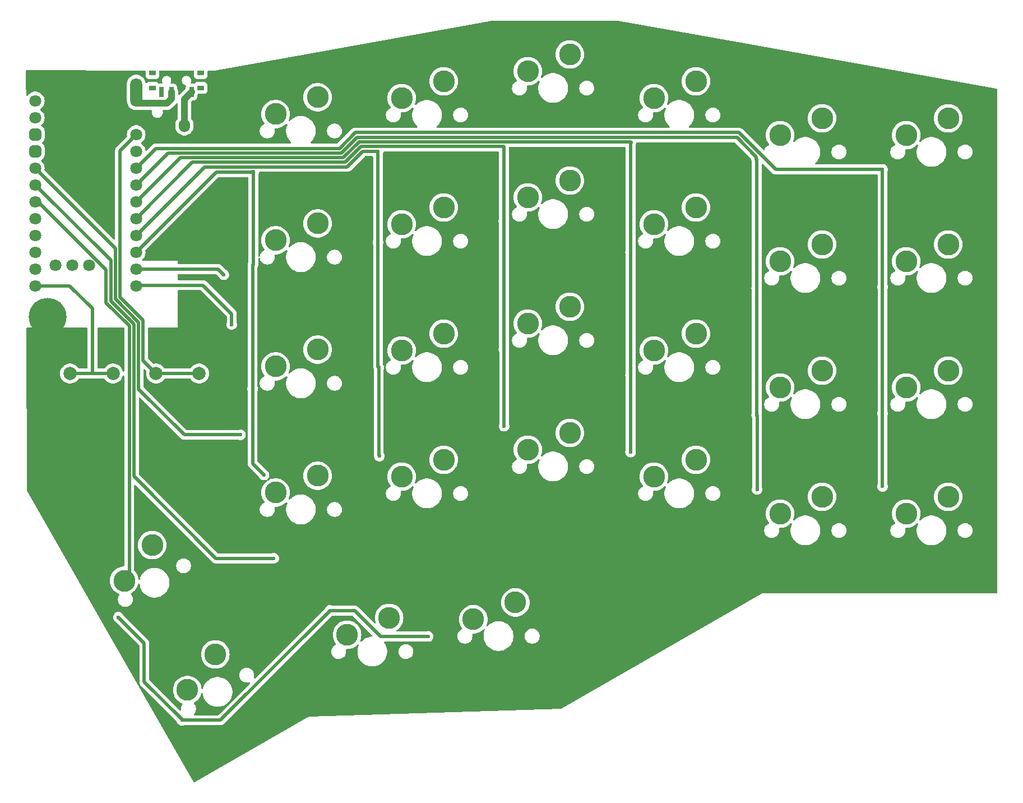
<source format=gbr>
%TF.GenerationSoftware,KiCad,Pcbnew,8.0.8*%
%TF.CreationDate,2025-02-12T11:53:30+01:00*%
%TF.ProjectId,PCB_d,5043425f-642e-46b6-9963-61645f706362,rev?*%
%TF.SameCoordinates,Original*%
%TF.FileFunction,Copper,L1,Top*%
%TF.FilePolarity,Positive*%
%FSLAX46Y46*%
G04 Gerber Fmt 4.6, Leading zero omitted, Abs format (unit mm)*
G04 Created by KiCad (PCBNEW 8.0.8) date 2025-02-12 11:53:30*
%MOMM*%
%LPD*%
G01*
G04 APERTURE LIST*
G04 Aperture macros list*
%AMRoundRect*
0 Rectangle with rounded corners*
0 $1 Rounding radius*
0 $2 $3 $4 $5 $6 $7 $8 $9 X,Y pos of 4 corners*
0 Add a 4 corners polygon primitive as box body*
4,1,4,$2,$3,$4,$5,$6,$7,$8,$9,$2,$3,0*
0 Add four circle primitives for the rounded corners*
1,1,$1+$1,$2,$3*
1,1,$1+$1,$4,$5*
1,1,$1+$1,$6,$7*
1,1,$1+$1,$8,$9*
0 Add four rect primitives between the rounded corners*
20,1,$1+$1,$2,$3,$4,$5,0*
20,1,$1+$1,$4,$5,$6,$7,0*
20,1,$1+$1,$6,$7,$8,$9,0*
20,1,$1+$1,$8,$9,$2,$3,0*%
G04 Aperture macros list end*
%TA.AperFunction,ComponentPad*%
%ADD10C,5.700000*%
%TD*%
%TA.AperFunction,ComponentPad*%
%ADD11RoundRect,0.250000X-0.600000X-0.750000X0.600000X-0.750000X0.600000X0.750000X-0.600000X0.750000X0*%
%TD*%
%TA.AperFunction,ComponentPad*%
%ADD12O,1.700000X2.000000*%
%TD*%
%TA.AperFunction,ComponentPad*%
%ADD13C,1.800000*%
%TD*%
%TA.AperFunction,ComponentPad*%
%ADD14RoundRect,0.450000X-0.450000X-0.450000X0.450000X-0.450000X0.450000X0.450000X-0.450000X0.450000X0*%
%TD*%
%TA.AperFunction,ComponentPad*%
%ADD15O,1.800000X4.340000*%
%TD*%
%TA.AperFunction,ComponentPad*%
%ADD16C,2.000000*%
%TD*%
%TA.AperFunction,SMDPad,CuDef*%
%ADD17R,1.000000X0.800000*%
%TD*%
%TA.AperFunction,SMDPad,CuDef*%
%ADD18R,0.700000X1.500000*%
%TD*%
%TA.AperFunction,ComponentPad*%
%ADD19C,3.300000*%
%TD*%
%TA.AperFunction,ViaPad*%
%ADD20C,0.600000*%
%TD*%
%TA.AperFunction,Conductor*%
%ADD21C,0.500000*%
%TD*%
%TA.AperFunction,Conductor*%
%ADD22C,1.000000*%
%TD*%
G04 APERTURE END LIST*
D10*
%TO.P,H4,1,1*%
%TO.N,GND*%
X175310800Y-139192000D03*
%TD*%
%TO.P,H3,1,1*%
%TO.N,GND*%
X243840000Y-45313600D03*
%TD*%
%TO.P,H2,1,1*%
%TO.N,GND*%
X240944400Y-122123200D03*
%TD*%
%TO.P,H1,1,1*%
%TO.N,GND*%
X136913250Y-81751100D03*
%TD*%
D11*
%TO.P,J3,1,Pin_1*%
%TO.N,GND*%
X155049450Y-52909200D03*
D12*
%TO.P,J3,2,Pin_2*%
%TO.N,+BATT*%
X157549450Y-52909200D03*
%TD*%
D13*
%TO.P,U1,1,P0.06*%
%TO.N,unconnected-(U1-P0.06-Pad1)*%
X135026400Y-49174400D03*
%TO.P,U1,2,P0.08*%
%TO.N,unconnected-(U1-P0.08-Pad2)*%
X135026400Y-51714400D03*
D14*
%TO.P,U1,3,GND*%
%TO.N,unconnected-(U1-GND-Pad3)*%
X135026400Y-54254400D03*
%TO.P,U1,4,GND*%
%TO.N,unconnected-(U1-GND-Pad4)*%
X135026400Y-56794400D03*
D13*
%TO.P,U1,5,P0.17*%
%TO.N,row2*%
X135026400Y-59334400D03*
%TO.P,U1,6,P0.20*%
%TO.N,row3*%
X135026400Y-61874400D03*
%TO.P,U1,7,P0.22*%
%TO.N,col4*%
X135026400Y-64414400D03*
%TO.P,U1,8,P0.24*%
%TO.N,unconnected-(U1-P0.24-Pad8)*%
X135026400Y-66954400D03*
%TO.P,U1,9,P1.00*%
%TO.N,unconnected-(U1-P1.00-Pad9)*%
X135026400Y-69494400D03*
%TO.P,U1,10,P0.11*%
%TO.N,unconnected-(U1-P0.11-Pad10)*%
X135026400Y-72034400D03*
%TO.P,U1,11,P1.04-LF*%
%TO.N,unconnected-(U1-P1.04-LF-Pad11)*%
X135026400Y-74574400D03*
%TO.P,U1,12,P1.06-LF*%
%TO.N,WAKE*%
X135026400Y-77114400D03*
D15*
%TO.P,U1,13,BAT+*%
%TO.N,Net-(SW2-B)*%
X150266400Y-47904400D03*
D14*
%TO.P,U1,14,GND*%
%TO.N,GND*%
X150266400Y-51714400D03*
D13*
%TO.P,U1,15,RST*%
%TO.N,RST*%
X150266400Y-54254400D03*
%TO.P,U1,16,3V3*%
%TO.N,unconnected-(U1-3V3-Pad16)*%
X150266400Y-56794400D03*
%TO.P,U1,17,P0.31-LF*%
%TO.N,col0*%
X150266400Y-59334400D03*
%TO.P,U1,18,P0.29-LF*%
%TO.N,col1*%
X150266400Y-61874400D03*
%TO.P,U1,19,P0.02-LF*%
%TO.N,col2*%
X150266400Y-64414400D03*
%TO.P,U1,20,P1.15-LF*%
%TO.N,col3*%
X150266400Y-66954400D03*
%TO.P,U1,21,P1.13-LF*%
%TO.N,col5*%
X150266400Y-69494400D03*
%TO.P,U1,22,P1.11-LF*%
%TO.N,col6*%
X150266400Y-72034400D03*
%TO.P,U1,23,P0.10-LF*%
%TO.N,row0*%
X150266400Y-74574400D03*
%TO.P,U1,24,P0.09-LF*%
%TO.N,row1*%
X150266400Y-77114400D03*
%TO.P,U1,25,P1.01-LF*%
%TO.N,unconnected-(U1-P1.01-LF-Pad25)*%
X138099800Y-74020680D03*
%TO.P,U1,26,P1.02-LF*%
%TO.N,unconnected-(U1-P1.02-LF-Pad26)*%
X140639800Y-74020680D03*
%TO.P,U1,27,P1.07-LF*%
%TO.N,unconnected-(U1-P1.07-LF-Pad27)*%
X143179800Y-74020680D03*
D14*
%TO.P,U1,28,GND*%
%TO.N,GND*%
X135026400Y-46634400D03*
D13*
%TO.P,U1,29,BAT+*%
%TO.N,Net-(SW2-B)*%
X150266400Y-46634400D03*
%TD*%
D16*
%TO.P,SW27,2,2*%
%TO.N,WAKE*%
X146761200Y-90350700D03*
X140261200Y-90350700D03*
%TO.P,SW27,1,1*%
%TO.N,GND*%
X146761200Y-85850700D03*
X140261200Y-85850700D03*
%TD*%
D17*
%TO.P,SW2,*%
%TO.N,*%
X160008900Y-47211450D03*
X160008900Y-45001450D03*
X152708900Y-47211450D03*
X152708900Y-45001450D03*
D18*
%TO.P,SW2,1,A*%
%TO.N,+BATT*%
X158608900Y-47861450D03*
%TO.P,SW2,2,B*%
%TO.N,Net-(SW2-B)*%
X155608900Y-47861450D03*
%TO.P,SW2,3,C*%
%TO.N,unconnected-(SW2-C-Pad3)*%
X154108900Y-47861450D03*
%TD*%
D16*
%TO.P,SW1,2,2*%
%TO.N,RST*%
X159764800Y-90350700D03*
X153264800Y-90350700D03*
%TO.P,SW1,1,1*%
%TO.N,GND*%
X159764800Y-85850700D03*
X153264800Y-85850700D03*
%TD*%
D19*
%TO.P,SW24,1,1*%
%TO.N,col6*%
X171322648Y-70231000D03*
%TO.P,SW24,2,2*%
%TO.N,Net-(D23-A)*%
X177672648Y-67691000D03*
%TD*%
%TO.P,SW12,1,1*%
%TO.N,col2*%
X228472648Y-67818000D03*
%TO.P,SW12,2,2*%
%TO.N,Net-(D7-A)*%
X234822648Y-65278000D03*
%TD*%
%TO.P,SW35,1,1*%
%TO.N,col4*%
X148455443Y-121630295D03*
%TO.P,SW35,2,2*%
%TO.N,Net-(D34-A)*%
X152684705Y-116255591D03*
%TD*%
%TO.P,SW8,1,1*%
%TO.N,col0*%
X266572472Y-111506000D03*
%TO.P,SW8,2,2*%
%TO.N,Net-(D3-A)*%
X272922472Y-108966000D03*
%TD*%
%TO.P,SW13,1,1*%
%TO.N,col2*%
X228472648Y-86868000D03*
%TO.P,SW13,2,2*%
%TO.N,Net-(D8-A)*%
X234822648Y-84328000D03*
%TD*%
%TO.P,SW16,1,1*%
%TO.N,col3*%
X209422472Y-63754000D03*
%TO.P,SW16,2,2*%
%TO.N,Net-(D11-A)*%
X215772472Y-61214000D03*
%TD*%
%TO.P,SW25,1,1*%
%TO.N,col6*%
X171322472Y-89281000D03*
%TO.P,SW25,2,2*%
%TO.N,Net-(D24-A)*%
X177672472Y-86741000D03*
%TD*%
%TO.P,SW26,1,1*%
%TO.N,col6*%
X171322648Y-108331000D03*
%TO.P,SW26,2,2*%
%TO.N,Net-(D25-A)*%
X177672648Y-105791000D03*
%TD*%
%TO.P,SW21,1,1*%
%TO.N,col5*%
X190372648Y-86868000D03*
%TO.P,SW21,2,2*%
%TO.N,Net-(D20-A)*%
X196722648Y-84328000D03*
%TD*%
%TO.P,SW37,1,1*%
%TO.N,col4*%
X182118000Y-129794000D03*
%TO.P,SW37,2,2*%
%TO.N,Net-(D36-A)*%
X188468000Y-127254000D03*
%TD*%
%TO.P,SW7,1,1*%
%TO.N,col1*%
X247522648Y-73406000D03*
%TO.P,SW7,2,2*%
%TO.N,Net-(D16-A)*%
X253872648Y-70866000D03*
%TD*%
%TO.P,SW20,1,1*%
%TO.N,col5*%
X190372472Y-67818000D03*
%TO.P,SW20,2,2*%
%TO.N,Net-(D19-A)*%
X196722472Y-65278000D03*
%TD*%
%TO.P,SW38,1,1*%
%TO.N,col4*%
X201190000Y-127460000D03*
%TO.P,SW38,2,2*%
%TO.N,Net-(D37-A)*%
X207540000Y-124920000D03*
%TD*%
%TO.P,SW19,1,1*%
%TO.N,col5*%
X190372472Y-48768000D03*
%TO.P,SW19,2,2*%
%TO.N,Net-(D18-A)*%
X196722472Y-46228000D03*
%TD*%
%TO.P,SW17,1,1*%
%TO.N,col3*%
X209422472Y-82804000D03*
%TO.P,SW17,2,2*%
%TO.N,Net-(D12-A)*%
X215772472Y-80264000D03*
%TD*%
%TO.P,SW36,1,1*%
%TO.N,col4*%
X157990443Y-138135295D03*
%TO.P,SW36,2,2*%
%TO.N,Net-(D35-A)*%
X162219705Y-132760591D03*
%TD*%
%TO.P,SW9,1,1*%
%TO.N,col1*%
X247522648Y-92456000D03*
%TO.P,SW9,2,2*%
%TO.N,Net-(D4-A)*%
X253872648Y-89916000D03*
%TD*%
%TO.P,SW22,1,1*%
%TO.N,col5*%
X190372648Y-105918000D03*
%TO.P,SW22,2,2*%
%TO.N,Net-(D21-A)*%
X196722648Y-103378000D03*
%TD*%
%TO.P,SW6,1,1*%
%TO.N,col1*%
X247522648Y-54356000D03*
%TO.P,SW6,2,2*%
%TO.N,Net-(D15-A)*%
X253872648Y-51816000D03*
%TD*%
%TO.P,SW18,1,1*%
%TO.N,col3*%
X209422648Y-101854000D03*
%TO.P,SW18,2,2*%
%TO.N,Net-(D17-A)*%
X215772648Y-99314000D03*
%TD*%
%TO.P,SW3,1,1*%
%TO.N,col0*%
X266572648Y-92456000D03*
%TO.P,SW3,2,2*%
%TO.N,Net-(D2-A)*%
X272922648Y-89916000D03*
%TD*%
%TO.P,SW10,1,1*%
%TO.N,col1*%
X247522472Y-111506000D03*
%TO.P,SW10,2,2*%
%TO.N,Net-(D5-A)*%
X253872472Y-108966000D03*
%TD*%
%TO.P,SW14,1,1*%
%TO.N,col2*%
X228472472Y-105918000D03*
%TO.P,SW14,2,2*%
%TO.N,Net-(D9-A)*%
X234822472Y-103378000D03*
%TD*%
%TO.P,SW4,1,1*%
%TO.N,col0*%
X266572472Y-54356000D03*
%TO.P,SW4,2,2*%
%TO.N,Net-(D13-A)*%
X272922472Y-51816000D03*
%TD*%
%TO.P,SW23,1,1*%
%TO.N,col6*%
X171322648Y-51181000D03*
%TO.P,SW23,2,2*%
%TO.N,Net-(D22-A)*%
X177672648Y-48641000D03*
%TD*%
%TO.P,SW5,1,1*%
%TO.N,col0*%
X266572472Y-73406000D03*
%TO.P,SW5,2,2*%
%TO.N,Net-(D14-A)*%
X272922472Y-70866000D03*
%TD*%
%TO.P,SW15,1,1*%
%TO.N,col3*%
X209422648Y-44704000D03*
%TO.P,SW15,2,2*%
%TO.N,Net-(D10-A)*%
X215772648Y-42164000D03*
%TD*%
%TO.P,SW11,1,1*%
%TO.N,col2*%
X228472648Y-48768000D03*
%TO.P,SW11,2,2*%
%TO.N,Net-(D6-A)*%
X234822648Y-46228000D03*
%TD*%
D20*
%TO.N,row0*%
X163502200Y-75438000D03*
%TO.N,row2*%
X166014400Y-99609350D03*
%TO.N,row3*%
X171042350Y-118261300D03*
%TO.N,row1*%
X164692750Y-82941650D03*
%TO.N,col0*%
X262991600Y-77266800D03*
X262991600Y-96367600D03*
X262991600Y-59527500D03*
X262991600Y-107391200D03*
%TO.N,col1*%
X243941600Y-57940100D03*
X243992400Y-96621600D03*
X243992400Y-77470000D03*
X244043200Y-107848400D03*
%TO.N,col2*%
X224993200Y-55421600D03*
X224942400Y-90627200D03*
X224942400Y-72034400D03*
X224942400Y-102209600D03*
%TO.N,col3*%
X205790800Y-67360800D03*
X205790800Y-86715600D03*
X205790800Y-56121600D03*
X205841600Y-98298000D03*
%TO.N,col5*%
X186791600Y-70561200D03*
X186994800Y-102819200D03*
X186893200Y-89408000D03*
X186791600Y-56821600D03*
%TO.N,col6*%
X169570400Y-105664000D03*
X167843200Y-92659200D03*
X167995600Y-59902700D03*
X167944800Y-73863200D03*
%TO.N,col4*%
X179527200Y-126136400D03*
X194360800Y-130048000D03*
X157175200Y-142697200D03*
X147574000Y-127152400D03*
%TD*%
D21*
%TO.N,WAKE*%
X140213550Y-77114400D02*
X135026400Y-77114400D01*
X143659700Y-90350700D02*
X143659700Y-80560550D01*
X143659700Y-80560550D02*
X140213550Y-77114400D01*
X143659700Y-90350700D02*
X146761200Y-90350700D01*
X140261200Y-90350700D02*
X143659700Y-90350700D01*
%TO.N,RST*%
X153264800Y-90350700D02*
X159764800Y-90350700D01*
X151315600Y-88401500D02*
X153264800Y-90350700D01*
X151315600Y-82305750D02*
X151315600Y-88401500D01*
X147828000Y-78818150D02*
X151315600Y-82305750D01*
X147828000Y-56692800D02*
X147828000Y-78818150D01*
X150266400Y-54254400D02*
X147828000Y-56692800D01*
D22*
%TO.N,Net-(SW2-B)*%
X150651200Y-49559200D02*
X150266400Y-49174400D01*
X154911150Y-49559200D02*
X150651200Y-49559200D01*
X155608900Y-47861450D02*
X155608900Y-48861450D01*
X155608900Y-48861450D02*
X154911150Y-49559200D01*
D21*
%TO.N,col0*%
X180963600Y-56352700D02*
X153248100Y-56352700D01*
X183344700Y-53971600D02*
X180963600Y-56352700D01*
X246840700Y-59527500D02*
X241284800Y-53971600D01*
X241284800Y-53971600D02*
X183344700Y-53971600D01*
X153248100Y-56352700D02*
X150266400Y-59334400D01*
X262991600Y-59527500D02*
X246840700Y-59527500D01*
%TO.N,col1*%
X181253550Y-57052700D02*
X155088100Y-57052700D01*
X155088100Y-57052700D02*
X150266400Y-61874400D01*
X183634650Y-54671600D02*
X181253550Y-57052700D01*
X240994850Y-54671600D02*
X183634650Y-54671600D01*
X243941600Y-57618350D02*
X240994850Y-54671600D01*
X243941600Y-57940100D02*
X243941600Y-57618350D01*
%TO.N,col2*%
X156928100Y-57752700D02*
X150266400Y-64414400D01*
X183924600Y-55371600D02*
X181543500Y-57752700D01*
X224993200Y-55421600D02*
X224943200Y-55371600D01*
X224943200Y-55371600D02*
X183924600Y-55371600D01*
X181543500Y-57752700D02*
X156928100Y-57752700D01*
%TO.N,col3*%
X158768100Y-58452700D02*
X150266400Y-66954400D01*
X181833450Y-58452700D02*
X158768100Y-58452700D01*
X205740800Y-56071600D02*
X184214550Y-56071600D01*
X184214550Y-56071600D02*
X181833450Y-58452700D01*
X205790800Y-56121600D02*
X205740800Y-56071600D01*
%TO.N,col5*%
X182123400Y-59152700D02*
X160608100Y-59152700D01*
X184504500Y-56771600D02*
X182123400Y-59152700D01*
X186741600Y-56771600D02*
X184504500Y-56771600D01*
X186791600Y-56821600D02*
X186741600Y-56771600D01*
X160608100Y-59152700D02*
X150266400Y-69494400D01*
%TO.N,col6*%
X162376450Y-59924350D02*
X150266400Y-72034400D01*
X167973950Y-59924350D02*
X162376450Y-59924350D01*
X167995600Y-59902700D02*
X167973950Y-59924350D01*
%TO.N,row1*%
X150368000Y-77012800D02*
X150266400Y-77114400D01*
X164692750Y-81329950D02*
X160375600Y-77012800D01*
X164692750Y-82941650D02*
X164692750Y-81329950D01*
X160375600Y-77012800D02*
X150368000Y-77012800D01*
%TO.N,col4*%
X145728000Y-74659691D02*
X135482709Y-64414400D01*
X145728000Y-79688000D02*
X145728000Y-74659691D01*
X149215600Y-83175600D02*
X145728000Y-79688000D01*
X135482709Y-64414400D02*
X135026400Y-64414400D01*
X148455443Y-121630295D02*
X149215600Y-120870138D01*
X149215600Y-120870138D02*
X149215600Y-83175600D01*
%TO.N,row3*%
X146428000Y-73276000D02*
X135026400Y-61874400D01*
X149915600Y-82885650D02*
X146428000Y-79398050D01*
X146428000Y-79398050D02*
X146428000Y-73276000D01*
X149915600Y-105865250D02*
X149915600Y-82885650D01*
X162311650Y-118261300D02*
X149915600Y-105865250D01*
X171042350Y-118261300D02*
X162311650Y-118261300D01*
%TO.N,row2*%
X147128000Y-71436000D02*
X135026400Y-59334400D01*
X147128000Y-79108100D02*
X147128000Y-71436000D01*
X150615600Y-82595700D02*
X147128000Y-79108100D01*
X150615600Y-92675500D02*
X150615600Y-82595700D01*
X157549450Y-99609350D02*
X150615600Y-92675500D01*
X166014400Y-99609350D02*
X157549450Y-99609350D01*
%TO.N,row0*%
X162638600Y-74574400D02*
X150266400Y-74574400D01*
X163502200Y-75438000D02*
X162638600Y-74574400D01*
D22*
%TO.N,+BATT*%
X157549450Y-48920900D02*
X158608900Y-47861450D01*
X157549450Y-52909200D02*
X157549450Y-48920900D01*
D21*
%TO.N,col6*%
X167944800Y-59953500D02*
X167944800Y-73863200D01*
X167995600Y-59902700D02*
X167944800Y-59953500D01*
X167995600Y-59902700D02*
X167995600Y-60045600D01*
%TO.N,col5*%
X186791600Y-56821600D02*
X186791600Y-70561200D01*
%TO.N,col3*%
X205790800Y-67360800D02*
X205790800Y-56121600D01*
%TO.N,col2*%
X224942400Y-55472400D02*
X224942400Y-72034400D01*
X224993200Y-55421600D02*
X224942400Y-55472400D01*
%TO.N,col0*%
X262991600Y-59527500D02*
X262991600Y-77266800D01*
%TO.N,col1*%
X243992400Y-57990900D02*
X243992400Y-77876400D01*
X243941600Y-57940100D02*
X243992400Y-57990900D01*
%TO.N,col0*%
X262991600Y-96367600D02*
X262991600Y-77266800D01*
X262991600Y-107391200D02*
X262991600Y-96367600D01*
%TO.N,col1*%
X244043200Y-96672400D02*
X243992400Y-96621600D01*
X244043200Y-107848400D02*
X244043200Y-96672400D01*
X243992400Y-96316800D02*
X243992400Y-77876400D01*
X243992400Y-77876400D02*
X243992400Y-77470000D01*
X243992400Y-96621600D02*
X243992400Y-96316800D01*
%TO.N,col2*%
X224942400Y-90627200D02*
X224942400Y-72034400D01*
X224942400Y-102209600D02*
X224942400Y-90627200D01*
%TO.N,col3*%
X205790800Y-86715600D02*
X205790800Y-86664800D01*
X205841600Y-86766400D02*
X205790800Y-86715600D01*
X205790800Y-86664800D02*
X205790800Y-67360800D01*
X205841600Y-98298000D02*
X205841600Y-86766400D01*
%TO.N,col5*%
X186791600Y-89306400D02*
X186791600Y-70561200D01*
X186994800Y-102819200D02*
X186893200Y-102717600D01*
X186893200Y-102717600D02*
X186893200Y-89408000D01*
X186893200Y-89408000D02*
X186791600Y-89306400D01*
%TO.N,col6*%
X167843200Y-73964800D02*
X167944800Y-73863200D01*
X167843200Y-103936800D02*
X167843200Y-92659200D01*
X169570400Y-105664000D02*
X167843200Y-103936800D01*
X167843200Y-92659200D02*
X167843200Y-73964800D01*
%TO.N,col4*%
X157175200Y-142595600D02*
X151485600Y-136906000D01*
X179527200Y-126136400D02*
X162966400Y-142697200D01*
X151485600Y-136906000D02*
X151485600Y-131064000D01*
X183257307Y-126136400D02*
X179527200Y-126136400D01*
X194360800Y-130048000D02*
X187168907Y-130048000D01*
X187168907Y-130048000D02*
X183257307Y-126136400D01*
X157175200Y-142697200D02*
X157175200Y-142595600D01*
X151485600Y-131064000D02*
X147574000Y-127152400D01*
X162966400Y-142697200D02*
X157175200Y-142697200D01*
%TD*%
%TA.AperFunction,Conductor*%
%TO.N,GND*%
G36*
X222966543Y-37102423D02*
G01*
X242530117Y-40588665D01*
X280175115Y-47297029D01*
X280197405Y-47301001D01*
X280259952Y-47332142D01*
X280295733Y-47392154D01*
X280299651Y-47423042D01*
X280321717Y-123378214D01*
X280302052Y-123445259D01*
X280249261Y-123491029D01*
X280197707Y-123502250D01*
X245101196Y-123499500D01*
X245101091Y-123499469D01*
X245100875Y-123499500D01*
X245092150Y-123499477D01*
X245035454Y-123499324D01*
X245035453Y-123499324D01*
X245035441Y-123499324D01*
X245035105Y-123499369D01*
X245034770Y-123499412D01*
X245034164Y-123499489D01*
X244971369Y-123516309D01*
X244971063Y-123516391D01*
X244908049Y-123533095D01*
X244907793Y-123533202D01*
X244907405Y-123533362D01*
X244906874Y-123533579D01*
X244875481Y-123551700D01*
X244850442Y-123566154D01*
X244850197Y-123566294D01*
X244850163Y-123566314D01*
X214486203Y-140988257D01*
X214428385Y-141004643D01*
X176395555Y-142199392D01*
X176391091Y-142199452D01*
X176337820Y-142199206D01*
X176336427Y-142199200D01*
X176336426Y-142199200D01*
X176336423Y-142199200D01*
X176328362Y-142200223D01*
X176328311Y-142199824D01*
X176326376Y-142200105D01*
X176326442Y-142200503D01*
X176318423Y-142201816D01*
X176266117Y-142217606D01*
X176261823Y-142218818D01*
X176208978Y-142232716D01*
X176201453Y-142235793D01*
X176201300Y-142235420D01*
X176199506Y-142236192D01*
X176199672Y-142236560D01*
X176192262Y-142239905D01*
X176145843Y-142268685D01*
X176142006Y-142270969D01*
X159034059Y-152042891D01*
X158966083Y-152059049D01*
X158900163Y-152035891D01*
X158864881Y-151996715D01*
X153965857Y-143418859D01*
X144675682Y-127152396D01*
X146768435Y-127152396D01*
X146768435Y-127152403D01*
X146788630Y-127331649D01*
X146788631Y-127331654D01*
X146848211Y-127501923D01*
X146937170Y-127643500D01*
X146944184Y-127654662D01*
X147071738Y-127782216D01*
X147224478Y-127878189D01*
X147224480Y-127878189D01*
X147224484Y-127878192D01*
X147230756Y-127881213D01*
X147229869Y-127883053D01*
X147265939Y-127905707D01*
X150698781Y-131338549D01*
X150732266Y-131399872D01*
X150735100Y-131426230D01*
X150735100Y-136979918D01*
X150735100Y-136979920D01*
X150735099Y-136979920D01*
X150763940Y-137124907D01*
X150763943Y-137124917D01*
X150820513Y-137261490D01*
X150820516Y-137261495D01*
X150830560Y-137276526D01*
X150830561Y-137276531D01*
X150830563Y-137276531D01*
X150902651Y-137384420D01*
X150902652Y-137384421D01*
X156367204Y-142848971D01*
X156396565Y-142895697D01*
X156449411Y-143046722D01*
X156545384Y-143199462D01*
X156672938Y-143327016D01*
X156763280Y-143383782D01*
X156819103Y-143418858D01*
X156825678Y-143422989D01*
X156896298Y-143447700D01*
X156995945Y-143482568D01*
X156995950Y-143482569D01*
X157175196Y-143502765D01*
X157175200Y-143502765D01*
X157175204Y-143502765D01*
X157354449Y-143482569D01*
X157354452Y-143482568D01*
X157354455Y-143482568D01*
X157434217Y-143454657D01*
X157475172Y-143447700D01*
X163040320Y-143447700D01*
X163137862Y-143428296D01*
X163185313Y-143418858D01*
X163321895Y-143362284D01*
X163374677Y-143327016D01*
X163444816Y-143280152D01*
X179801749Y-126923219D01*
X179863072Y-126889734D01*
X179889430Y-126886900D01*
X182895077Y-126886900D01*
X182962116Y-126906585D01*
X182982758Y-126923219D01*
X185937458Y-129877919D01*
X185970943Y-129939242D01*
X185965959Y-130008934D01*
X185924087Y-130064867D01*
X185858623Y-130089284D01*
X185849777Y-130089600D01*
X185780894Y-130089600D01*
X185780888Y-130089600D01*
X185780883Y-130089601D01*
X185489203Y-130128001D01*
X185205005Y-130204152D01*
X184933205Y-130316734D01*
X184933189Y-130316742D01*
X184678410Y-130463840D01*
X184678394Y-130463851D01*
X184444991Y-130642947D01*
X184295256Y-130792682D01*
X184233933Y-130826166D01*
X184164241Y-130821182D01*
X184108308Y-130779310D01*
X184083891Y-130713846D01*
X184093841Y-130655597D01*
X184095067Y-130652773D01*
X184095072Y-130652764D01*
X184193592Y-130375554D01*
X184193592Y-130375549D01*
X184193595Y-130375543D01*
X184241065Y-130147099D01*
X184253448Y-130087511D01*
X184273525Y-129794000D01*
X184253448Y-129500489D01*
X184227134Y-129373859D01*
X184193595Y-129212456D01*
X184193590Y-129212440D01*
X184123420Y-129015001D01*
X184095072Y-128935236D01*
X183959722Y-128674024D01*
X183959721Y-128674022D01*
X183959717Y-128674016D01*
X183790067Y-128433676D01*
X183673584Y-128308954D01*
X183589260Y-128218665D01*
X183589258Y-128218664D01*
X183589256Y-128218661D01*
X183396711Y-128062014D01*
X183361049Y-128033001D01*
X183361047Y-128033000D01*
X183361045Y-128032998D01*
X183109680Y-127880139D01*
X183109675Y-127880137D01*
X182839845Y-127762934D01*
X182556560Y-127683561D01*
X182556556Y-127683560D01*
X182556555Y-127683560D01*
X182410826Y-127663530D01*
X182265099Y-127643500D01*
X182265098Y-127643500D01*
X181970902Y-127643500D01*
X181970901Y-127643500D01*
X181679445Y-127683560D01*
X181679439Y-127683561D01*
X181396154Y-127762934D01*
X181126324Y-127880137D01*
X181126319Y-127880139D01*
X180874954Y-128032998D01*
X180646743Y-128218661D01*
X180445932Y-128433676D01*
X180276282Y-128674016D01*
X180276278Y-128674022D01*
X180140927Y-128935237D01*
X180042409Y-129212440D01*
X180042404Y-129212456D01*
X179982552Y-129500486D01*
X179982551Y-129500488D01*
X179962475Y-129794000D01*
X179982551Y-130087511D01*
X179982552Y-130087513D01*
X180042404Y-130375543D01*
X180042409Y-130375559D01*
X180140927Y-130652762D01*
X180276278Y-130913977D01*
X180276282Y-130913983D01*
X180426361Y-131126597D01*
X180448940Y-131192718D01*
X180432186Y-131260549D01*
X180381420Y-131308555D01*
X180381353Y-131308589D01*
X180258111Y-131371384D01*
X180157845Y-131444232D01*
X180114786Y-131475517D01*
X180114784Y-131475519D01*
X180114783Y-131475519D01*
X179989519Y-131600783D01*
X179989519Y-131600784D01*
X179989517Y-131600786D01*
X179960581Y-131640613D01*
X179885386Y-131744109D01*
X179804957Y-131901957D01*
X179804956Y-131901960D01*
X179750214Y-132070443D01*
X179722500Y-132245421D01*
X179722500Y-132422578D01*
X179750214Y-132597556D01*
X179804956Y-132766039D01*
X179804957Y-132766042D01*
X179885386Y-132923890D01*
X179989517Y-133067214D01*
X180114786Y-133192483D01*
X180258110Y-133296614D01*
X180321284Y-133328803D01*
X180415957Y-133377042D01*
X180415960Y-133377043D01*
X180500201Y-133404414D01*
X180584445Y-133431786D01*
X180759421Y-133459500D01*
X180759422Y-133459500D01*
X180936578Y-133459500D01*
X180936579Y-133459500D01*
X181111555Y-133431786D01*
X181280042Y-133377042D01*
X181437890Y-133296614D01*
X181581214Y-133192483D01*
X181706483Y-133067214D01*
X181810614Y-132923890D01*
X181891042Y-132766042D01*
X181945786Y-132597555D01*
X181973500Y-132422579D01*
X181973500Y-132245421D01*
X181948550Y-132087896D01*
X181957504Y-132018605D01*
X182002500Y-131965153D01*
X182069252Y-131944513D01*
X182071023Y-131944500D01*
X182265099Y-131944500D01*
X182296520Y-131940180D01*
X182556555Y-131904440D01*
X182839841Y-131825067D01*
X183109682Y-131707859D01*
X183361049Y-131554999D01*
X183589260Y-131369335D01*
X183677489Y-131274864D01*
X183737631Y-131239306D01*
X183807452Y-131241908D01*
X183864783Y-131281846D01*
X183891421Y-131346438D01*
X183882672Y-131406954D01*
X183798152Y-131611005D01*
X183722001Y-131895203D01*
X183683601Y-132186883D01*
X183683600Y-132186900D01*
X183683600Y-132481099D01*
X183683601Y-132481116D01*
X183721111Y-132766039D01*
X183722002Y-132772800D01*
X183797377Y-133054104D01*
X183798152Y-133056994D01*
X183910734Y-133328794D01*
X183910742Y-133328810D01*
X184057840Y-133583589D01*
X184057851Y-133583605D01*
X184236948Y-133817009D01*
X184236954Y-133817016D01*
X184444983Y-134025045D01*
X184444989Y-134025050D01*
X184678403Y-134204155D01*
X184678410Y-134204159D01*
X184933189Y-134351257D01*
X184933205Y-134351265D01*
X185205005Y-134463847D01*
X185205007Y-134463847D01*
X185205013Y-134463850D01*
X185489200Y-134539998D01*
X185780894Y-134578400D01*
X185780901Y-134578400D01*
X186075099Y-134578400D01*
X186075106Y-134578400D01*
X186366800Y-134539998D01*
X186650987Y-134463850D01*
X186724318Y-134433475D01*
X186922794Y-134351265D01*
X186922797Y-134351263D01*
X186922803Y-134351261D01*
X187177597Y-134204155D01*
X187411011Y-134025050D01*
X187619050Y-133817011D01*
X187798155Y-133583597D01*
X187945261Y-133328803D01*
X187958595Y-133296613D01*
X188057847Y-133056994D01*
X188057846Y-133056994D01*
X188057850Y-133056987D01*
X188133998Y-132772800D01*
X188172400Y-132481106D01*
X188172400Y-132245421D01*
X189882500Y-132245421D01*
X189882500Y-132422578D01*
X189910214Y-132597556D01*
X189964956Y-132766039D01*
X189964957Y-132766042D01*
X190045386Y-132923890D01*
X190149517Y-133067214D01*
X190274786Y-133192483D01*
X190418110Y-133296614D01*
X190481284Y-133328803D01*
X190575957Y-133377042D01*
X190575960Y-133377043D01*
X190660201Y-133404414D01*
X190744445Y-133431786D01*
X190919421Y-133459500D01*
X190919422Y-133459500D01*
X191096578Y-133459500D01*
X191096579Y-133459500D01*
X191271555Y-133431786D01*
X191440042Y-133377042D01*
X191597890Y-133296614D01*
X191741214Y-133192483D01*
X191866483Y-133067214D01*
X191970614Y-132923890D01*
X192051042Y-132766042D01*
X192105786Y-132597555D01*
X192133500Y-132422579D01*
X192133500Y-132245421D01*
X192105786Y-132070445D01*
X192061778Y-131934999D01*
X192051043Y-131901960D01*
X192051042Y-131901957D01*
X191970613Y-131744109D01*
X191944278Y-131707862D01*
X191866483Y-131600786D01*
X191741214Y-131475517D01*
X191597890Y-131371386D01*
X191593865Y-131369335D01*
X191440042Y-131290957D01*
X191440039Y-131290956D01*
X191271556Y-131236214D01*
X191184067Y-131222357D01*
X191096579Y-131208500D01*
X190919421Y-131208500D01*
X190861095Y-131217738D01*
X190744443Y-131236214D01*
X190575960Y-131290956D01*
X190575957Y-131290957D01*
X190418109Y-131371386D01*
X190342624Y-131426230D01*
X190274786Y-131475517D01*
X190274784Y-131475519D01*
X190274783Y-131475519D01*
X190149519Y-131600783D01*
X190149519Y-131600784D01*
X190149517Y-131600786D01*
X190120581Y-131640613D01*
X190045386Y-131744109D01*
X189964957Y-131901957D01*
X189964956Y-131901960D01*
X189910214Y-132070443D01*
X189882500Y-132245421D01*
X188172400Y-132245421D01*
X188172400Y-132186894D01*
X188133998Y-131895200D01*
X188057850Y-131611013D01*
X188053613Y-131600783D01*
X187945265Y-131339205D01*
X187945257Y-131339189D01*
X187798159Y-131084410D01*
X187798155Y-131084403D01*
X187731845Y-130997986D01*
X187706651Y-130932817D01*
X187720689Y-130864372D01*
X187769503Y-130814383D01*
X187830221Y-130798500D01*
X194060828Y-130798500D01*
X194101783Y-130805458D01*
X194181545Y-130833368D01*
X194181550Y-130833369D01*
X194360796Y-130853565D01*
X194360800Y-130853565D01*
X194360804Y-130853565D01*
X194540049Y-130833369D01*
X194540052Y-130833368D01*
X194540055Y-130833368D01*
X194710322Y-130773789D01*
X194863062Y-130677816D01*
X194990616Y-130550262D01*
X195086589Y-130397522D01*
X195146168Y-130227255D01*
X195148771Y-130204152D01*
X195166365Y-130048003D01*
X195166365Y-130047996D01*
X195150977Y-129911421D01*
X198794500Y-129911421D01*
X198794500Y-130088579D01*
X198800744Y-130128001D01*
X198822214Y-130263556D01*
X198876956Y-130432039D01*
X198876957Y-130432042D01*
X198937194Y-130550262D01*
X198957386Y-130589890D01*
X199061517Y-130733214D01*
X199186786Y-130858483D01*
X199330110Y-130962614D01*
X199393284Y-130994803D01*
X199487957Y-131043042D01*
X199487960Y-131043043D01*
X199572201Y-131070414D01*
X199656445Y-131097786D01*
X199831421Y-131125500D01*
X199831422Y-131125500D01*
X200008578Y-131125500D01*
X200008579Y-131125500D01*
X200183555Y-131097786D01*
X200352042Y-131043042D01*
X200509890Y-130962614D01*
X200653214Y-130858483D01*
X200778483Y-130733214D01*
X200882614Y-130589890D01*
X200963042Y-130432042D01*
X201017786Y-130263555D01*
X201045500Y-130088579D01*
X201045500Y-129911421D01*
X201020550Y-129753896D01*
X201029504Y-129684605D01*
X201074500Y-129631153D01*
X201141252Y-129610513D01*
X201143023Y-129610500D01*
X201337099Y-129610500D01*
X201368520Y-129606180D01*
X201628555Y-129570440D01*
X201911841Y-129491067D01*
X202181682Y-129373859D01*
X202433049Y-129220999D01*
X202661260Y-129035335D01*
X202749489Y-128940864D01*
X202809631Y-128905306D01*
X202879452Y-128907908D01*
X202936783Y-128947846D01*
X202963421Y-129012438D01*
X202954672Y-129072954D01*
X202870152Y-129277005D01*
X202794001Y-129561203D01*
X202755601Y-129852883D01*
X202755600Y-129852900D01*
X202755600Y-130147099D01*
X202755601Y-130147116D01*
X202793111Y-130432039D01*
X202794002Y-130438800D01*
X202858046Y-130677816D01*
X202870152Y-130722994D01*
X202982734Y-130994794D01*
X202982742Y-130994810D01*
X203129840Y-131249589D01*
X203129851Y-131249605D01*
X203308948Y-131483009D01*
X203308954Y-131483016D01*
X203516983Y-131691045D01*
X203516989Y-131691050D01*
X203750403Y-131870155D01*
X203750410Y-131870159D01*
X204005189Y-132017257D01*
X204005205Y-132017265D01*
X204277005Y-132129847D01*
X204277007Y-132129847D01*
X204277013Y-132129850D01*
X204561200Y-132205998D01*
X204852894Y-132244400D01*
X204852901Y-132244400D01*
X205147099Y-132244400D01*
X205147106Y-132244400D01*
X205438800Y-132205998D01*
X205722987Y-132129850D01*
X205824269Y-132087898D01*
X205994794Y-132017265D01*
X205994797Y-132017263D01*
X205994803Y-132017261D01*
X206249597Y-131870155D01*
X206483011Y-131691050D01*
X206691050Y-131483011D01*
X206870155Y-131249597D01*
X207017261Y-130994803D01*
X207019217Y-130990082D01*
X207129847Y-130722994D01*
X207129846Y-130722994D01*
X207129850Y-130722987D01*
X207205998Y-130438800D01*
X207244400Y-130147106D01*
X207244400Y-129911421D01*
X208954500Y-129911421D01*
X208954500Y-130088579D01*
X208960744Y-130128001D01*
X208982214Y-130263556D01*
X209036956Y-130432039D01*
X209036957Y-130432042D01*
X209097194Y-130550262D01*
X209117386Y-130589890D01*
X209221517Y-130733214D01*
X209346786Y-130858483D01*
X209490110Y-130962614D01*
X209553284Y-130994803D01*
X209647957Y-131043042D01*
X209647960Y-131043043D01*
X209732201Y-131070414D01*
X209816445Y-131097786D01*
X209991421Y-131125500D01*
X209991422Y-131125500D01*
X210168578Y-131125500D01*
X210168579Y-131125500D01*
X210343555Y-131097786D01*
X210512042Y-131043042D01*
X210669890Y-130962614D01*
X210813214Y-130858483D01*
X210938483Y-130733214D01*
X211042614Y-130589890D01*
X211123042Y-130432042D01*
X211177786Y-130263555D01*
X211205500Y-130088579D01*
X211205500Y-129911421D01*
X211177786Y-129736445D01*
X211133778Y-129600999D01*
X211123043Y-129567960D01*
X211123042Y-129567957D01*
X211082061Y-129487529D01*
X211042614Y-129410110D01*
X210938483Y-129266786D01*
X210813214Y-129141517D01*
X210669890Y-129037386D01*
X210665865Y-129035335D01*
X210512042Y-128956957D01*
X210512039Y-128956956D01*
X210343556Y-128902214D01*
X210256067Y-128888357D01*
X210168579Y-128874500D01*
X209991421Y-128874500D01*
X209933095Y-128883738D01*
X209816443Y-128902214D01*
X209647960Y-128956956D01*
X209647957Y-128956957D01*
X209490109Y-129037386D01*
X209408338Y-129096796D01*
X209346786Y-129141517D01*
X209346784Y-129141519D01*
X209346783Y-129141519D01*
X209221519Y-129266783D01*
X209221519Y-129266784D01*
X209221517Y-129266786D01*
X209199202Y-129297500D01*
X209117386Y-129410109D01*
X209036957Y-129567957D01*
X209036956Y-129567960D01*
X208982214Y-129736443D01*
X208959806Y-129877919D01*
X208954500Y-129911421D01*
X207244400Y-129911421D01*
X207244400Y-129852894D01*
X207205998Y-129561200D01*
X207129850Y-129277013D01*
X207125613Y-129266783D01*
X207017265Y-129005205D01*
X207017257Y-129005189D01*
X206870159Y-128750410D01*
X206870155Y-128750403D01*
X206739387Y-128579983D01*
X206691051Y-128516990D01*
X206691045Y-128516983D01*
X206483016Y-128308954D01*
X206483009Y-128308948D01*
X206249605Y-128129851D01*
X206249603Y-128129849D01*
X206249597Y-128129845D01*
X206249592Y-128129842D01*
X206249589Y-128129840D01*
X205994810Y-127982742D01*
X205994794Y-127982734D01*
X205722994Y-127870152D01*
X205593873Y-127835554D01*
X205438800Y-127794002D01*
X205438799Y-127794001D01*
X205438796Y-127794001D01*
X205147116Y-127755601D01*
X205147111Y-127755600D01*
X205147106Y-127755600D01*
X204852894Y-127755600D01*
X204852888Y-127755600D01*
X204852883Y-127755601D01*
X204561203Y-127794001D01*
X204277005Y-127870152D01*
X204005205Y-127982734D01*
X204005189Y-127982742D01*
X203750410Y-128129840D01*
X203750394Y-128129851D01*
X203516991Y-128308947D01*
X203367256Y-128458682D01*
X203305933Y-128492166D01*
X203236241Y-128487182D01*
X203180308Y-128445310D01*
X203155891Y-128379846D01*
X203165841Y-128321597D01*
X203167067Y-128318773D01*
X203167072Y-128318764D01*
X203170559Y-128308954D01*
X203234211Y-128129851D01*
X203265592Y-128041554D01*
X203265592Y-128041549D01*
X203265595Y-128041543D01*
X203308400Y-127835551D01*
X203325448Y-127753511D01*
X203345525Y-127460000D01*
X203325448Y-127166489D01*
X203297177Y-127030440D01*
X203265595Y-126878456D01*
X203265590Y-126878440D01*
X203195420Y-126681001D01*
X203167072Y-126601236D01*
X203031722Y-126340024D01*
X203031721Y-126340022D01*
X203031717Y-126340016D01*
X202862067Y-126099676D01*
X202795130Y-126028004D01*
X202661260Y-125884665D01*
X202661258Y-125884664D01*
X202661256Y-125884661D01*
X202433045Y-125698998D01*
X202181680Y-125546139D01*
X202181675Y-125546137D01*
X201911845Y-125428934D01*
X201628560Y-125349561D01*
X201628556Y-125349560D01*
X201628555Y-125349560D01*
X201482826Y-125329530D01*
X201337099Y-125309500D01*
X201337098Y-125309500D01*
X201042902Y-125309500D01*
X201042901Y-125309500D01*
X200751445Y-125349560D01*
X200751439Y-125349561D01*
X200468154Y-125428934D01*
X200198324Y-125546137D01*
X200198319Y-125546139D01*
X199946954Y-125698998D01*
X199718743Y-125884661D01*
X199517932Y-126099676D01*
X199348282Y-126340016D01*
X199348278Y-126340022D01*
X199212927Y-126601237D01*
X199114409Y-126878440D01*
X199114404Y-126878456D01*
X199054552Y-127166486D01*
X199054551Y-127166488D01*
X199034475Y-127460000D01*
X199054551Y-127753511D01*
X199054552Y-127753513D01*
X199114404Y-128041543D01*
X199114409Y-128041559D01*
X199212927Y-128318762D01*
X199348278Y-128579977D01*
X199348282Y-128579983D01*
X199498361Y-128792597D01*
X199520940Y-128858718D01*
X199504186Y-128926549D01*
X199453420Y-128974555D01*
X199453353Y-128974589D01*
X199330111Y-129037384D01*
X199229845Y-129110232D01*
X199186786Y-129141517D01*
X199186784Y-129141519D01*
X199186783Y-129141519D01*
X199061519Y-129266783D01*
X199061519Y-129266784D01*
X199061517Y-129266786D01*
X199039202Y-129297500D01*
X198957386Y-129410109D01*
X198876957Y-129567957D01*
X198876956Y-129567960D01*
X198822214Y-129736443D01*
X198799806Y-129877919D01*
X198794500Y-129911421D01*
X195150977Y-129911421D01*
X195146169Y-129868750D01*
X195146168Y-129868745D01*
X195140618Y-129852883D01*
X195086589Y-129698478D01*
X194990616Y-129545738D01*
X194863062Y-129418184D01*
X194792521Y-129373860D01*
X194710323Y-129322211D01*
X194540054Y-129262631D01*
X194540049Y-129262630D01*
X194360804Y-129242435D01*
X194360796Y-129242435D01*
X194181550Y-129262630D01*
X194181545Y-129262631D01*
X194101783Y-129290542D01*
X194060828Y-129297500D01*
X189689058Y-129297500D01*
X189622019Y-129277815D01*
X189576264Y-129225011D01*
X189566320Y-129155853D01*
X189595345Y-129092297D01*
X189624630Y-129067552D01*
X189674235Y-129037386D01*
X189711049Y-129014999D01*
X189939260Y-128829335D01*
X190140065Y-128614326D01*
X190309722Y-128373976D01*
X190445072Y-128112764D01*
X190543592Y-127835554D01*
X190543592Y-127835549D01*
X190543595Y-127835543D01*
X190583501Y-127643500D01*
X190603448Y-127547511D01*
X190623525Y-127254000D01*
X190603448Y-126960489D01*
X190572001Y-126809156D01*
X190543595Y-126672456D01*
X190543590Y-126672440D01*
X190480647Y-126495335D01*
X190445072Y-126395236D01*
X190309722Y-126134024D01*
X190309721Y-126134022D01*
X190309717Y-126134016D01*
X190140067Y-125893676D01*
X190032744Y-125778762D01*
X189939260Y-125678665D01*
X189939258Y-125678664D01*
X189939256Y-125678661D01*
X189729537Y-125508042D01*
X189711049Y-125493001D01*
X189711047Y-125493000D01*
X189711045Y-125492998D01*
X189459680Y-125340139D01*
X189459675Y-125340137D01*
X189189845Y-125222934D01*
X188906560Y-125143561D01*
X188906556Y-125143560D01*
X188906555Y-125143560D01*
X188760826Y-125123530D01*
X188615099Y-125103500D01*
X188615098Y-125103500D01*
X188320902Y-125103500D01*
X188320901Y-125103500D01*
X188029445Y-125143560D01*
X188029439Y-125143561D01*
X187746154Y-125222934D01*
X187476324Y-125340137D01*
X187476319Y-125340139D01*
X187224954Y-125492998D01*
X186996743Y-125678661D01*
X186795932Y-125893676D01*
X186626282Y-126134016D01*
X186626278Y-126134022D01*
X186490927Y-126395237D01*
X186392409Y-126672440D01*
X186392404Y-126672456D01*
X186332552Y-126960486D01*
X186332551Y-126960488D01*
X186312475Y-127254000D01*
X186332551Y-127547511D01*
X186332552Y-127547513D01*
X186392404Y-127835543D01*
X186392407Y-127835551D01*
X186414931Y-127898929D01*
X186418832Y-127968689D01*
X186384399Y-128029485D01*
X186322563Y-128062014D01*
X186252958Y-128055948D01*
X186210409Y-128028134D01*
X183735728Y-125553452D01*
X183735721Y-125553446D01*
X183645256Y-125493000D01*
X183645256Y-125493001D01*
X183612802Y-125471316D01*
X183612799Y-125471314D01*
X183612798Y-125471314D01*
X183476224Y-125414743D01*
X183476214Y-125414740D01*
X183331227Y-125385900D01*
X183331225Y-125385900D01*
X179827172Y-125385900D01*
X179786217Y-125378942D01*
X179706454Y-125351031D01*
X179706449Y-125351030D01*
X179527204Y-125330835D01*
X179527196Y-125330835D01*
X179347950Y-125351030D01*
X179347945Y-125351031D01*
X179177676Y-125410611D01*
X179024937Y-125506584D01*
X178897384Y-125634137D01*
X178801411Y-125786878D01*
X178798388Y-125793156D01*
X178796562Y-125792276D01*
X178773893Y-125828337D01*
X168233992Y-136368239D01*
X168172669Y-136401724D01*
X168102977Y-136396740D01*
X168047044Y-136354868D01*
X168022627Y-136289404D01*
X168028380Y-136242240D01*
X168035141Y-136221432D01*
X168057195Y-136153555D01*
X168084909Y-135978579D01*
X168084909Y-135801421D01*
X168057195Y-135626445D01*
X168002451Y-135457958D01*
X168002451Y-135457957D01*
X167922022Y-135300109D01*
X167817892Y-135156786D01*
X167692623Y-135031517D01*
X167549299Y-134927386D01*
X167391451Y-134846957D01*
X167391448Y-134846956D01*
X167222965Y-134792214D01*
X167135476Y-134778357D01*
X167047988Y-134764500D01*
X166870830Y-134764500D01*
X166812504Y-134773738D01*
X166695852Y-134792214D01*
X166527369Y-134846956D01*
X166527366Y-134846957D01*
X166369518Y-134927386D01*
X166287747Y-134986796D01*
X166226195Y-135031517D01*
X166226193Y-135031519D01*
X166226192Y-135031519D01*
X166100928Y-135156783D01*
X166100928Y-135156784D01*
X166100926Y-135156786D01*
X166056205Y-135218338D01*
X165996795Y-135300109D01*
X165916366Y-135457957D01*
X165916365Y-135457960D01*
X165861623Y-135626443D01*
X165833909Y-135801421D01*
X165833909Y-135978578D01*
X165861623Y-136153556D01*
X165916365Y-136322039D01*
X165916366Y-136322042D01*
X165962581Y-136412742D01*
X165996795Y-136479890D01*
X166100926Y-136623214D01*
X166226195Y-136748483D01*
X166369519Y-136852614D01*
X166446938Y-136892061D01*
X166527366Y-136933042D01*
X166527369Y-136933043D01*
X166570292Y-136946989D01*
X166695854Y-136987786D01*
X166870830Y-137015500D01*
X166870831Y-137015500D01*
X167047987Y-137015500D01*
X167047988Y-137015500D01*
X167222964Y-136987786D01*
X167311652Y-136958969D01*
X167381489Y-136956975D01*
X167441322Y-136993055D01*
X167472151Y-137055755D01*
X167464187Y-137125170D01*
X167437648Y-137164582D01*
X162691851Y-141910381D01*
X162630528Y-141943866D01*
X162604170Y-141946700D01*
X159074950Y-141946700D01*
X159007911Y-141927015D01*
X158962156Y-141874211D01*
X158952212Y-141805053D01*
X158981237Y-141741497D01*
X158987269Y-141735019D01*
X159019074Y-141703214D01*
X159123205Y-141559890D01*
X159203633Y-141402042D01*
X159258377Y-141233555D01*
X159286091Y-141058579D01*
X159286091Y-140881421D01*
X159258377Y-140706445D01*
X159203633Y-140537958D01*
X159203633Y-140537957D01*
X159123204Y-140380109D01*
X159123203Y-140380107D01*
X159019074Y-140236786D01*
X159000037Y-140217749D01*
X158966552Y-140156426D01*
X158971536Y-140086734D01*
X159013408Y-140030801D01*
X159023275Y-140024129D01*
X159233492Y-139896294D01*
X159461703Y-139710630D01*
X159662508Y-139495621D01*
X159832165Y-139255271D01*
X159967515Y-138994059D01*
X160066035Y-138716849D01*
X160081221Y-138643766D01*
X160114132Y-138582137D01*
X160175140Y-138548082D01*
X160244875Y-138552416D01*
X160301197Y-138593764D01*
X160325566Y-138652811D01*
X160354001Y-138868796D01*
X160430152Y-139152994D01*
X160542734Y-139424794D01*
X160542742Y-139424810D01*
X160689840Y-139679589D01*
X160689851Y-139679605D01*
X160868948Y-139913009D01*
X160868954Y-139913016D01*
X161076983Y-140121045D01*
X161076990Y-140121051D01*
X161123092Y-140156426D01*
X161310403Y-140300155D01*
X161310410Y-140300159D01*
X161565189Y-140447257D01*
X161565205Y-140447265D01*
X161837005Y-140559847D01*
X161837007Y-140559847D01*
X161837013Y-140559850D01*
X162121200Y-140635998D01*
X162412894Y-140674400D01*
X162412901Y-140674400D01*
X162707099Y-140674400D01*
X162707106Y-140674400D01*
X162998800Y-140635998D01*
X163282987Y-140559850D01*
X163356318Y-140529475D01*
X163554794Y-140447265D01*
X163554797Y-140447263D01*
X163554803Y-140447261D01*
X163809597Y-140300155D01*
X164043011Y-140121050D01*
X164251050Y-139913011D01*
X164430155Y-139679597D01*
X164577261Y-139424803D01*
X164647483Y-139255272D01*
X164689847Y-139152994D01*
X164689846Y-139152994D01*
X164689850Y-139152987D01*
X164765998Y-138868800D01*
X164804400Y-138577106D01*
X164804400Y-138282894D01*
X164765998Y-137991200D01*
X164689850Y-137707013D01*
X164689847Y-137707005D01*
X164577265Y-137435205D01*
X164577257Y-137435189D01*
X164430159Y-137180410D01*
X164430155Y-137180403D01*
X164334509Y-137055755D01*
X164251051Y-136946990D01*
X164251045Y-136946983D01*
X164043016Y-136738954D01*
X164043009Y-136738948D01*
X163809605Y-136559851D01*
X163809603Y-136559849D01*
X163809597Y-136559845D01*
X163809592Y-136559842D01*
X163809589Y-136559840D01*
X163554810Y-136412742D01*
X163554794Y-136412734D01*
X163282994Y-136300152D01*
X163242882Y-136289404D01*
X162998800Y-136224002D01*
X162998799Y-136224001D01*
X162998796Y-136224001D01*
X162707116Y-136185601D01*
X162707111Y-136185600D01*
X162707106Y-136185600D01*
X162412894Y-136185600D01*
X162412888Y-136185600D01*
X162412883Y-136185601D01*
X162121203Y-136224001D01*
X161837005Y-136300152D01*
X161565205Y-136412734D01*
X161565189Y-136412742D01*
X161310410Y-136559840D01*
X161310394Y-136559851D01*
X161076990Y-136738948D01*
X161076983Y-136738954D01*
X160868954Y-136946983D01*
X160868948Y-136946990D01*
X160689851Y-137180394D01*
X160689840Y-137180410D01*
X160542742Y-137435189D01*
X160542734Y-137435205D01*
X160430152Y-137707005D01*
X160373104Y-137919910D01*
X160336739Y-137979570D01*
X160273892Y-138010099D01*
X160204516Y-138001804D01*
X160150638Y-137957319D01*
X160129618Y-137896277D01*
X160125891Y-137841783D01*
X160125890Y-137841781D01*
X160066038Y-137553751D01*
X160066033Y-137553735D01*
X159967515Y-137276530D01*
X159967513Y-137276526D01*
X159832164Y-137015317D01*
X159832160Y-137015311D01*
X159662510Y-136774971D01*
X159461699Y-136559956D01*
X159280745Y-136412739D01*
X159233492Y-136374296D01*
X159233490Y-136374295D01*
X159233488Y-136374293D01*
X158982123Y-136221434D01*
X158982118Y-136221432D01*
X158712288Y-136104229D01*
X158429003Y-136024856D01*
X158428999Y-136024855D01*
X158428998Y-136024855D01*
X158283269Y-136004825D01*
X158137542Y-135984795D01*
X158137541Y-135984795D01*
X157843345Y-135984795D01*
X157843344Y-135984795D01*
X157551888Y-136024855D01*
X157551882Y-136024856D01*
X157268597Y-136104229D01*
X156998767Y-136221432D01*
X156998762Y-136221434D01*
X156747397Y-136374293D01*
X156519186Y-136559956D01*
X156318375Y-136774971D01*
X156148725Y-137015311D01*
X156148721Y-137015317D01*
X156013373Y-137276526D01*
X156013370Y-137276530D01*
X155914852Y-137553735D01*
X155914847Y-137553751D01*
X155854995Y-137841781D01*
X155854994Y-137841783D01*
X155834918Y-138135295D01*
X155854994Y-138428806D01*
X155854995Y-138428808D01*
X155914847Y-138716838D01*
X155914852Y-138716854D01*
X156013370Y-138994057D01*
X156148721Y-139255272D01*
X156148725Y-139255278D01*
X156318375Y-139495618D01*
X156519186Y-139710633D01*
X156646827Y-139814476D01*
X156747394Y-139896294D01*
X156747396Y-139896295D01*
X156747397Y-139896296D01*
X156998762Y-140049155D01*
X156998766Y-140049157D01*
X157191196Y-140132740D01*
X157244843Y-140177503D01*
X157265773Y-140244164D01*
X157247341Y-140311558D01*
X157242114Y-140319358D01*
X157197978Y-140380107D01*
X157117548Y-140537957D01*
X157117547Y-140537960D01*
X157062805Y-140706443D01*
X157035091Y-140881421D01*
X157035091Y-141058579D01*
X157035090Y-141058579D01*
X157038537Y-141080337D01*
X157029582Y-141149630D01*
X156984586Y-141203082D01*
X156917834Y-141223721D01*
X156850520Y-141204996D01*
X156828383Y-141187415D01*
X152272419Y-136631451D01*
X152238934Y-136570128D01*
X152236100Y-136543770D01*
X152236100Y-132760591D01*
X160064180Y-132760591D01*
X160084256Y-133054102D01*
X160084257Y-133054104D01*
X160144109Y-133342134D01*
X160144114Y-133342150D01*
X160242632Y-133619353D01*
X160377983Y-133880568D01*
X160377987Y-133880574D01*
X160547637Y-134120914D01*
X160748448Y-134335929D01*
X160767289Y-134351257D01*
X160976656Y-134521590D01*
X160976658Y-134521591D01*
X160976659Y-134521592D01*
X161228024Y-134674451D01*
X161228029Y-134674453D01*
X161497859Y-134791656D01*
X161497864Y-134791658D01*
X161781150Y-134871031D01*
X162037386Y-134906250D01*
X162072606Y-134911091D01*
X162072607Y-134911091D01*
X162366804Y-134911091D01*
X162398225Y-134906771D01*
X162658260Y-134871031D01*
X162941546Y-134791658D01*
X163211387Y-134674450D01*
X163462754Y-134521590D01*
X163690965Y-134335926D01*
X163891770Y-134120917D01*
X164061427Y-133880567D01*
X164196777Y-133619355D01*
X164295297Y-133342145D01*
X164295297Y-133342140D01*
X164295300Y-133342134D01*
X164328216Y-133183726D01*
X164355153Y-133054102D01*
X164375230Y-132760591D01*
X164355153Y-132467080D01*
X164337794Y-132383546D01*
X164295300Y-132179047D01*
X164295295Y-132179031D01*
X164237802Y-132017261D01*
X164196777Y-131901827D01*
X164061427Y-131640615D01*
X164061426Y-131640613D01*
X164061422Y-131640607D01*
X163891772Y-131400267D01*
X163741444Y-131239306D01*
X163690965Y-131185256D01*
X163690963Y-131185255D01*
X163690961Y-131185252D01*
X163462750Y-130999589D01*
X163211385Y-130846730D01*
X163211380Y-130846728D01*
X162941550Y-130729525D01*
X162658265Y-130650152D01*
X162658261Y-130650151D01*
X162658260Y-130650151D01*
X162512531Y-130630121D01*
X162366804Y-130610091D01*
X162366803Y-130610091D01*
X162072607Y-130610091D01*
X162072606Y-130610091D01*
X161781150Y-130650151D01*
X161781144Y-130650152D01*
X161497859Y-130729525D01*
X161228029Y-130846728D01*
X161228024Y-130846730D01*
X160976659Y-130999589D01*
X160748448Y-131185252D01*
X160547637Y-131400267D01*
X160377987Y-131640607D01*
X160377983Y-131640613D01*
X160242632Y-131901828D01*
X160144114Y-132179031D01*
X160144109Y-132179047D01*
X160084257Y-132467077D01*
X160084256Y-132467079D01*
X160064180Y-132760591D01*
X152236100Y-132760591D01*
X152236100Y-130990079D01*
X152207259Y-130845092D01*
X152207258Y-130845091D01*
X152207258Y-130845087D01*
X152180012Y-130779310D01*
X152150685Y-130708507D01*
X152130178Y-130677816D01*
X152098865Y-130630952D01*
X152083708Y-130608268D01*
X152068554Y-130585586D01*
X148327307Y-126844339D01*
X148304653Y-126808269D01*
X148302813Y-126809156D01*
X148299792Y-126802884D01*
X148299789Y-126802880D01*
X148299789Y-126802878D01*
X148203816Y-126650138D01*
X148076262Y-126522584D01*
X147923523Y-126426611D01*
X147753254Y-126367031D01*
X147753249Y-126367030D01*
X147574004Y-126346835D01*
X147573996Y-126346835D01*
X147394750Y-126367030D01*
X147394745Y-126367031D01*
X147224476Y-126426611D01*
X147071737Y-126522584D01*
X146944184Y-126650137D01*
X146848211Y-126802876D01*
X146788631Y-126973145D01*
X146788630Y-126973150D01*
X146768435Y-127152396D01*
X144675682Y-127152396D01*
X139157888Y-117491115D01*
X133764901Y-108048363D01*
X133748577Y-107987108D01*
X133747976Y-107678999D01*
X133700807Y-83508640D01*
X133720361Y-83441564D01*
X133773076Y-83395706D01*
X133824807Y-83384400D01*
X142785200Y-83384400D01*
X142852239Y-83404085D01*
X142897994Y-83456889D01*
X142909200Y-83508400D01*
X142909200Y-89476200D01*
X142889515Y-89543239D01*
X142836711Y-89588994D01*
X142785200Y-89600200D01*
X141630336Y-89600200D01*
X141563297Y-89580515D01*
X141526527Y-89544022D01*
X141449364Y-89425915D01*
X141280944Y-89242962D01*
X141084709Y-89090226D01*
X141084707Y-89090225D01*
X141084706Y-89090224D01*
X140866011Y-88971872D01*
X140866002Y-88971869D01*
X140630816Y-88891129D01*
X140385535Y-88850200D01*
X140136865Y-88850200D01*
X139891583Y-88891129D01*
X139656397Y-88971869D01*
X139656388Y-88971872D01*
X139437693Y-89090224D01*
X139241457Y-89242961D01*
X139073033Y-89425917D01*
X138937026Y-89634093D01*
X138837136Y-89861818D01*
X138776092Y-90102875D01*
X138776090Y-90102887D01*
X138755557Y-90350694D01*
X138755557Y-90350705D01*
X138776090Y-90598512D01*
X138776092Y-90598524D01*
X138837136Y-90839581D01*
X138937026Y-91067306D01*
X139073033Y-91275482D01*
X139105445Y-91310691D01*
X139241456Y-91458438D01*
X139437691Y-91611174D01*
X139656390Y-91729528D01*
X139891586Y-91810271D01*
X140136865Y-91851200D01*
X140385535Y-91851200D01*
X140630814Y-91810271D01*
X140866010Y-91729528D01*
X141084709Y-91611174D01*
X141280944Y-91458438D01*
X141449364Y-91275485D01*
X141526527Y-91157377D01*
X141579674Y-91112022D01*
X141630336Y-91101200D01*
X143585782Y-91101200D01*
X145392064Y-91101200D01*
X145459103Y-91120885D01*
X145495872Y-91157377D01*
X145573036Y-91275485D01*
X145741456Y-91458438D01*
X145937691Y-91611174D01*
X146156390Y-91729528D01*
X146391586Y-91810271D01*
X146636865Y-91851200D01*
X146885535Y-91851200D01*
X147130814Y-91810271D01*
X147366010Y-91729528D01*
X147584709Y-91611174D01*
X147780944Y-91458438D01*
X147949364Y-91275485D01*
X148085373Y-91067307D01*
X148185263Y-90839581D01*
X148220894Y-90698877D01*
X148256434Y-90638722D01*
X148318854Y-90607330D01*
X148388337Y-90614668D01*
X148442823Y-90658407D01*
X148465012Y-90724659D01*
X148465100Y-90729318D01*
X148465100Y-119355795D01*
X148445415Y-119422834D01*
X148392611Y-119468589D01*
X148341100Y-119479795D01*
X148308344Y-119479795D01*
X148016888Y-119519855D01*
X148016882Y-119519856D01*
X147733597Y-119599229D01*
X147463767Y-119716432D01*
X147463762Y-119716434D01*
X147212397Y-119869293D01*
X146984186Y-120054956D01*
X146783375Y-120269971D01*
X146613725Y-120510311D01*
X146613721Y-120510317D01*
X146478370Y-120771532D01*
X146379852Y-121048735D01*
X146379847Y-121048751D01*
X146319995Y-121336781D01*
X146319994Y-121336783D01*
X146299918Y-121630295D01*
X146319994Y-121923806D01*
X146319995Y-121923808D01*
X146379847Y-122211838D01*
X146379852Y-122211854D01*
X146478370Y-122489057D01*
X146613721Y-122750272D01*
X146613725Y-122750278D01*
X146783375Y-122990618D01*
X146783378Y-122990621D01*
X146940634Y-123159001D01*
X146984186Y-123205633D01*
X147111827Y-123309476D01*
X147212394Y-123391294D01*
X147212396Y-123391295D01*
X147212397Y-123391296D01*
X147463762Y-123544155D01*
X147463766Y-123544157D01*
X147656196Y-123627740D01*
X147709843Y-123672503D01*
X147730773Y-123739164D01*
X147712341Y-123806558D01*
X147707114Y-123814358D01*
X147662978Y-123875107D01*
X147582548Y-124032957D01*
X147582547Y-124032960D01*
X147527805Y-124201443D01*
X147500091Y-124376421D01*
X147500091Y-124553578D01*
X147527805Y-124728556D01*
X147582547Y-124897039D01*
X147582548Y-124897042D01*
X147662977Y-125054890D01*
X147767108Y-125198214D01*
X147892377Y-125323483D01*
X148035701Y-125427614D01*
X148113120Y-125467061D01*
X148193548Y-125508042D01*
X148193551Y-125508043D01*
X148277792Y-125535414D01*
X148362036Y-125562786D01*
X148537012Y-125590500D01*
X148537013Y-125590500D01*
X148714169Y-125590500D01*
X148714170Y-125590500D01*
X148889146Y-125562786D01*
X149057633Y-125508042D01*
X149215481Y-125427614D01*
X149358805Y-125323483D01*
X149484074Y-125198214D01*
X149588205Y-125054890D01*
X149656935Y-124920000D01*
X205384475Y-124920000D01*
X205404551Y-125213511D01*
X205404552Y-125213513D01*
X205464404Y-125501543D01*
X205464409Y-125501559D01*
X205562927Y-125778762D01*
X205698278Y-126039977D01*
X205698282Y-126039983D01*
X205867932Y-126280323D01*
X206068743Y-126495338D01*
X206102233Y-126522584D01*
X206296951Y-126680999D01*
X206296953Y-126681000D01*
X206296954Y-126681001D01*
X206548319Y-126833860D01*
X206548324Y-126833862D01*
X206754046Y-126923219D01*
X206818159Y-126951067D01*
X207101445Y-127030440D01*
X207357681Y-127065659D01*
X207392901Y-127070500D01*
X207392902Y-127070500D01*
X207687099Y-127070500D01*
X207718520Y-127066180D01*
X207978555Y-127030440D01*
X208261841Y-126951067D01*
X208531682Y-126833859D01*
X208783049Y-126680999D01*
X209011260Y-126495335D01*
X209212065Y-126280326D01*
X209381722Y-126039976D01*
X209517072Y-125778764D01*
X209615592Y-125501554D01*
X209615592Y-125501549D01*
X209615595Y-125501543D01*
X209651068Y-125330835D01*
X209675448Y-125213511D01*
X209695525Y-124920000D01*
X209675448Y-124626489D01*
X209646272Y-124486086D01*
X209615595Y-124338456D01*
X209615590Y-124338440D01*
X209564942Y-124195929D01*
X209517072Y-124061236D01*
X209381722Y-123800024D01*
X209381721Y-123800022D01*
X209381717Y-123800016D01*
X209212067Y-123559676D01*
X209145130Y-123488004D01*
X209011260Y-123344665D01*
X209011258Y-123344664D01*
X209011256Y-123344661D01*
X208783045Y-123158998D01*
X208531680Y-123006139D01*
X208531675Y-123006137D01*
X208261845Y-122888934D01*
X207978560Y-122809561D01*
X207978556Y-122809560D01*
X207978555Y-122809560D01*
X207832826Y-122789530D01*
X207687099Y-122769500D01*
X207687098Y-122769500D01*
X207392902Y-122769500D01*
X207392901Y-122769500D01*
X207101445Y-122809560D01*
X207101439Y-122809561D01*
X206818154Y-122888934D01*
X206548324Y-123006137D01*
X206548319Y-123006139D01*
X206296954Y-123158998D01*
X206068743Y-123344661D01*
X205867932Y-123559676D01*
X205698282Y-123800016D01*
X205698278Y-123800022D01*
X205562927Y-124061237D01*
X205464409Y-124338440D01*
X205464404Y-124338456D01*
X205404552Y-124626486D01*
X205404551Y-124626488D01*
X205384475Y-124920000D01*
X149656935Y-124920000D01*
X149668633Y-124897042D01*
X149723377Y-124728555D01*
X149751091Y-124553579D01*
X149751091Y-124376421D01*
X149723377Y-124201445D01*
X149680196Y-124068546D01*
X149668634Y-124032960D01*
X149668633Y-124032957D01*
X149588204Y-123875109D01*
X149588203Y-123875107D01*
X149484074Y-123731786D01*
X149465037Y-123712749D01*
X149431552Y-123651426D01*
X149436536Y-123581734D01*
X149478408Y-123525801D01*
X149488275Y-123519129D01*
X149698492Y-123391294D01*
X149926703Y-123205630D01*
X150127508Y-122990621D01*
X150297165Y-122750271D01*
X150432515Y-122489059D01*
X150531035Y-122211849D01*
X150546221Y-122138766D01*
X150579132Y-122077137D01*
X150640140Y-122043082D01*
X150709875Y-122047416D01*
X150766197Y-122088764D01*
X150790566Y-122147811D01*
X150819001Y-122363796D01*
X150895152Y-122647994D01*
X151007734Y-122919794D01*
X151007742Y-122919810D01*
X151154840Y-123174589D01*
X151154851Y-123174605D01*
X151333948Y-123408009D01*
X151333954Y-123408016D01*
X151541983Y-123616045D01*
X151541990Y-123616051D01*
X151588092Y-123651426D01*
X151775403Y-123795155D01*
X151775410Y-123795159D01*
X152030189Y-123942257D01*
X152030205Y-123942265D01*
X152302005Y-124054847D01*
X152302007Y-124054847D01*
X152302013Y-124054850D01*
X152586200Y-124130998D01*
X152877894Y-124169400D01*
X152877901Y-124169400D01*
X153172099Y-124169400D01*
X153172106Y-124169400D01*
X153463800Y-124130998D01*
X153747987Y-124054850D01*
X153872967Y-124003082D01*
X154019794Y-123942265D01*
X154019797Y-123942263D01*
X154019803Y-123942261D01*
X154274597Y-123795155D01*
X154508011Y-123616050D01*
X154716050Y-123408011D01*
X154895155Y-123174597D01*
X155042261Y-122919803D01*
X155112483Y-122750272D01*
X155154847Y-122647994D01*
X155154846Y-122647994D01*
X155154850Y-122647987D01*
X155230998Y-122363800D01*
X155269400Y-122072106D01*
X155269400Y-121777894D01*
X155230998Y-121486200D01*
X155154850Y-121202013D01*
X155154847Y-121202005D01*
X155042265Y-120930205D01*
X155042257Y-120930189D01*
X154895159Y-120675410D01*
X154895155Y-120675403D01*
X154843592Y-120608205D01*
X154716051Y-120441990D01*
X154716045Y-120441983D01*
X154508016Y-120233954D01*
X154508009Y-120233948D01*
X154274605Y-120054851D01*
X154274603Y-120054849D01*
X154274597Y-120054845D01*
X154274592Y-120054842D01*
X154274589Y-120054840D01*
X154019810Y-119907742D01*
X154019794Y-119907734D01*
X153747994Y-119795152D01*
X153463796Y-119719001D01*
X153172116Y-119680601D01*
X153172111Y-119680600D01*
X153172106Y-119680600D01*
X152877894Y-119680600D01*
X152877888Y-119680600D01*
X152877883Y-119680601D01*
X152586203Y-119719001D01*
X152302005Y-119795152D01*
X152030205Y-119907734D01*
X152030189Y-119907742D01*
X151775410Y-120054840D01*
X151775394Y-120054851D01*
X151541990Y-120233948D01*
X151541983Y-120233954D01*
X151333954Y-120441983D01*
X151333948Y-120441990D01*
X151154851Y-120675394D01*
X151154840Y-120675410D01*
X151007742Y-120930189D01*
X151007734Y-120930205D01*
X150895152Y-121202005D01*
X150838104Y-121414910D01*
X150801739Y-121474570D01*
X150738892Y-121505099D01*
X150669516Y-121496804D01*
X150615638Y-121452319D01*
X150594618Y-121391277D01*
X150590891Y-121336783D01*
X150590890Y-121336781D01*
X150531038Y-121048751D01*
X150531033Y-121048735D01*
X150432515Y-120771532D01*
X150432515Y-120771531D01*
X150297165Y-120510319D01*
X150297164Y-120510317D01*
X150297160Y-120510311D01*
X150127510Y-120269971D01*
X149999476Y-120132879D01*
X149968104Y-120070449D01*
X149966100Y-120048243D01*
X149966100Y-119296421D01*
X156298909Y-119296421D01*
X156298909Y-119473578D01*
X156326623Y-119648556D01*
X156381365Y-119817039D01*
X156381366Y-119817042D01*
X156427581Y-119907742D01*
X156461795Y-119974890D01*
X156565926Y-120118214D01*
X156691195Y-120243483D01*
X156834519Y-120347614D01*
X156911938Y-120387061D01*
X156992366Y-120428042D01*
X156992369Y-120428043D01*
X157035292Y-120441989D01*
X157160854Y-120482786D01*
X157335830Y-120510500D01*
X157335831Y-120510500D01*
X157512987Y-120510500D01*
X157512988Y-120510500D01*
X157687964Y-120482786D01*
X157856451Y-120428042D01*
X158014299Y-120347614D01*
X158157623Y-120243483D01*
X158282892Y-120118214D01*
X158387023Y-119974890D01*
X158467451Y-119817042D01*
X158522195Y-119648555D01*
X158549909Y-119473579D01*
X158549909Y-119296421D01*
X158522195Y-119121445D01*
X158494823Y-119037201D01*
X158467452Y-118952960D01*
X158467451Y-118952957D01*
X158387022Y-118795109D01*
X158282892Y-118651786D01*
X158157623Y-118526517D01*
X158014299Y-118422386D01*
X157856451Y-118341957D01*
X157856448Y-118341956D01*
X157687965Y-118287214D01*
X157524371Y-118261303D01*
X157512988Y-118259500D01*
X157335830Y-118259500D01*
X157324447Y-118261303D01*
X157160852Y-118287214D01*
X156992369Y-118341956D01*
X156992366Y-118341957D01*
X156834518Y-118422386D01*
X156752747Y-118481796D01*
X156691195Y-118526517D01*
X156691193Y-118526519D01*
X156691192Y-118526519D01*
X156565928Y-118651783D01*
X156565928Y-118651784D01*
X156565926Y-118651786D01*
X156521205Y-118713338D01*
X156461795Y-118795109D01*
X156381366Y-118952957D01*
X156381365Y-118952960D01*
X156326623Y-119121443D01*
X156298909Y-119296421D01*
X149966100Y-119296421D01*
X149966100Y-116255591D01*
X150529180Y-116255591D01*
X150549256Y-116549102D01*
X150549257Y-116549104D01*
X150609109Y-116837134D01*
X150609114Y-116837150D01*
X150707632Y-117114353D01*
X150842983Y-117375568D01*
X150842987Y-117375574D01*
X151012637Y-117615914D01*
X151213448Y-117830929D01*
X151312823Y-117911776D01*
X151441656Y-118016590D01*
X151441658Y-118016591D01*
X151441659Y-118016592D01*
X151693024Y-118169451D01*
X151693029Y-118169453D01*
X151962859Y-118286656D01*
X151962864Y-118286658D01*
X152246150Y-118366031D01*
X152502386Y-118401250D01*
X152537606Y-118406091D01*
X152537607Y-118406091D01*
X152831804Y-118406091D01*
X152863225Y-118401771D01*
X153123260Y-118366031D01*
X153406546Y-118286658D01*
X153676387Y-118169450D01*
X153927754Y-118016590D01*
X154155965Y-117830926D01*
X154356770Y-117615917D01*
X154526427Y-117375567D01*
X154661777Y-117114355D01*
X154760297Y-116837145D01*
X154760297Y-116837140D01*
X154760300Y-116837134D01*
X154793216Y-116678726D01*
X154820153Y-116549102D01*
X154840230Y-116255591D01*
X154820153Y-115962080D01*
X154802794Y-115878546D01*
X154760300Y-115674047D01*
X154760295Y-115674031D01*
X154661777Y-115396828D01*
X154661777Y-115396827D01*
X154526427Y-115135615D01*
X154526426Y-115135613D01*
X154526422Y-115135607D01*
X154356772Y-114895267D01*
X154248387Y-114779216D01*
X154155965Y-114680256D01*
X154155963Y-114680255D01*
X154155961Y-114680252D01*
X153927750Y-114494589D01*
X153676385Y-114341730D01*
X153676380Y-114341728D01*
X153406550Y-114224525D01*
X153123265Y-114145152D01*
X153123261Y-114145151D01*
X153123260Y-114145151D01*
X152977531Y-114125121D01*
X152831804Y-114105091D01*
X152831803Y-114105091D01*
X152537607Y-114105091D01*
X152537606Y-114105091D01*
X152246150Y-114145151D01*
X152246144Y-114145152D01*
X151962859Y-114224525D01*
X151693029Y-114341728D01*
X151693024Y-114341730D01*
X151441659Y-114494589D01*
X151213448Y-114680252D01*
X151012637Y-114895267D01*
X150842987Y-115135607D01*
X150842983Y-115135613D01*
X150707632Y-115396828D01*
X150609114Y-115674031D01*
X150609109Y-115674047D01*
X150549257Y-115962077D01*
X150549256Y-115962079D01*
X150529180Y-116255591D01*
X149966100Y-116255591D01*
X149966100Y-107276480D01*
X149985785Y-107209441D01*
X150038589Y-107163686D01*
X150107747Y-107153742D01*
X150171303Y-107182767D01*
X150177781Y-107188799D01*
X161833236Y-118844254D01*
X161861289Y-118862997D01*
X161903373Y-118891116D01*
X161956155Y-118926384D01*
X161956157Y-118926385D01*
X161956161Y-118926387D01*
X162020310Y-118952958D01*
X162092737Y-118982958D01*
X162092741Y-118982958D01*
X162092742Y-118982959D01*
X162237729Y-119011800D01*
X162237732Y-119011800D01*
X162237733Y-119011800D01*
X162385567Y-119011800D01*
X170742378Y-119011800D01*
X170783333Y-119018758D01*
X170863095Y-119046668D01*
X170863100Y-119046669D01*
X171042346Y-119066865D01*
X171042350Y-119066865D01*
X171042354Y-119066865D01*
X171221599Y-119046669D01*
X171221602Y-119046668D01*
X171221605Y-119046668D01*
X171391872Y-118987089D01*
X171544612Y-118891116D01*
X171672166Y-118763562D01*
X171768139Y-118610822D01*
X171827718Y-118440555D01*
X171838827Y-118341958D01*
X171847915Y-118261303D01*
X171847915Y-118261296D01*
X171827719Y-118082050D01*
X171827718Y-118082045D01*
X171768138Y-117911776D01*
X171672165Y-117759037D01*
X171544612Y-117631484D01*
X171391873Y-117535511D01*
X171221604Y-117475931D01*
X171221599Y-117475930D01*
X171042354Y-117455735D01*
X171042346Y-117455735D01*
X170863100Y-117475930D01*
X170863095Y-117475931D01*
X170783333Y-117503842D01*
X170742378Y-117510800D01*
X162673880Y-117510800D01*
X162606841Y-117491115D01*
X162586199Y-117474481D01*
X159069139Y-113957421D01*
X245126972Y-113957421D01*
X245126972Y-114134579D01*
X245128647Y-114145152D01*
X245154686Y-114309556D01*
X245209428Y-114478039D01*
X245209429Y-114478042D01*
X245289858Y-114635890D01*
X245393989Y-114779214D01*
X245519258Y-114904483D01*
X245662582Y-115008614D01*
X245725756Y-115040803D01*
X245820429Y-115089042D01*
X245820432Y-115089043D01*
X245904673Y-115116414D01*
X245988917Y-115143786D01*
X246163893Y-115171500D01*
X246163894Y-115171500D01*
X246341050Y-115171500D01*
X246341051Y-115171500D01*
X246516027Y-115143786D01*
X246684514Y-115089042D01*
X246842362Y-115008614D01*
X246985686Y-114904483D01*
X247110955Y-114779214D01*
X247215086Y-114635890D01*
X247295514Y-114478042D01*
X247350258Y-114309555D01*
X247377972Y-114134579D01*
X247377972Y-113957421D01*
X247353022Y-113799896D01*
X247361976Y-113730605D01*
X247406972Y-113677153D01*
X247473724Y-113656513D01*
X247475495Y-113656500D01*
X247669571Y-113656500D01*
X247700992Y-113652180D01*
X247961027Y-113616440D01*
X248244313Y-113537067D01*
X248514154Y-113419859D01*
X248765521Y-113266999D01*
X248993732Y-113081335D01*
X249081961Y-112986864D01*
X249142103Y-112951306D01*
X249211924Y-112953908D01*
X249269255Y-112993846D01*
X249295893Y-113058438D01*
X249287144Y-113118954D01*
X249202624Y-113323005D01*
X249126473Y-113607203D01*
X249088073Y-113898883D01*
X249088072Y-113898900D01*
X249088072Y-114193099D01*
X249088073Y-114193116D01*
X249125583Y-114478039D01*
X249126474Y-114484800D01*
X249178846Y-114680256D01*
X249202624Y-114768994D01*
X249315206Y-115040794D01*
X249315214Y-115040810D01*
X249462312Y-115295589D01*
X249462323Y-115295605D01*
X249641420Y-115529009D01*
X249641426Y-115529016D01*
X249849455Y-115737045D01*
X249849461Y-115737050D01*
X250082875Y-115916155D01*
X250082882Y-115916159D01*
X250337661Y-116063257D01*
X250337677Y-116063265D01*
X250609477Y-116175847D01*
X250609479Y-116175847D01*
X250609485Y-116175850D01*
X250893672Y-116251998D01*
X251185366Y-116290400D01*
X251185373Y-116290400D01*
X251479571Y-116290400D01*
X251479578Y-116290400D01*
X251771272Y-116251998D01*
X252055459Y-116175850D01*
X252128790Y-116145475D01*
X252327266Y-116063265D01*
X252327269Y-116063263D01*
X252327275Y-116063261D01*
X252582069Y-115916155D01*
X252815483Y-115737050D01*
X253023522Y-115529011D01*
X253202627Y-115295597D01*
X253349733Y-115040803D01*
X253363067Y-115008613D01*
X253462319Y-114768994D01*
X253462318Y-114768994D01*
X253462322Y-114768987D01*
X253538470Y-114484800D01*
X253576872Y-114193106D01*
X253576872Y-113957421D01*
X255286972Y-113957421D01*
X255286972Y-114134579D01*
X255288647Y-114145152D01*
X255314686Y-114309556D01*
X255369428Y-114478039D01*
X255369429Y-114478042D01*
X255449858Y-114635890D01*
X255553989Y-114779214D01*
X255679258Y-114904483D01*
X255822582Y-115008614D01*
X255885756Y-115040803D01*
X255980429Y-115089042D01*
X255980432Y-115089043D01*
X256064673Y-115116414D01*
X256148917Y-115143786D01*
X256323893Y-115171500D01*
X256323894Y-115171500D01*
X256501050Y-115171500D01*
X256501051Y-115171500D01*
X256676027Y-115143786D01*
X256844514Y-115089042D01*
X257002362Y-115008614D01*
X257145686Y-114904483D01*
X257270955Y-114779214D01*
X257375086Y-114635890D01*
X257455514Y-114478042D01*
X257510258Y-114309555D01*
X257537972Y-114134579D01*
X257537972Y-113957421D01*
X264176972Y-113957421D01*
X264176972Y-114134579D01*
X264178647Y-114145152D01*
X264204686Y-114309556D01*
X264259428Y-114478039D01*
X264259429Y-114478042D01*
X264339858Y-114635890D01*
X264443989Y-114779214D01*
X264569258Y-114904483D01*
X264712582Y-115008614D01*
X264775756Y-115040803D01*
X264870429Y-115089042D01*
X264870432Y-115089043D01*
X264954673Y-115116414D01*
X265038917Y-115143786D01*
X265213893Y-115171500D01*
X265213894Y-115171500D01*
X265391050Y-115171500D01*
X265391051Y-115171500D01*
X265566027Y-115143786D01*
X265734514Y-115089042D01*
X265892362Y-115008614D01*
X266035686Y-114904483D01*
X266160955Y-114779214D01*
X266265086Y-114635890D01*
X266345514Y-114478042D01*
X266400258Y-114309555D01*
X266427972Y-114134579D01*
X266427972Y-113957421D01*
X266403022Y-113799896D01*
X266411976Y-113730605D01*
X266456972Y-113677153D01*
X266523724Y-113656513D01*
X266525495Y-113656500D01*
X266719571Y-113656500D01*
X266750992Y-113652180D01*
X267011027Y-113616440D01*
X267294313Y-113537067D01*
X267564154Y-113419859D01*
X267815521Y-113266999D01*
X268043732Y-113081335D01*
X268131961Y-112986864D01*
X268192103Y-112951306D01*
X268261924Y-112953908D01*
X268319255Y-112993846D01*
X268345893Y-113058438D01*
X268337144Y-113118954D01*
X268252624Y-113323005D01*
X268176473Y-113607203D01*
X268138073Y-113898883D01*
X268138072Y-113898900D01*
X268138072Y-114193099D01*
X268138073Y-114193116D01*
X268175583Y-114478039D01*
X268176474Y-114484800D01*
X268228846Y-114680256D01*
X268252624Y-114768994D01*
X268365206Y-115040794D01*
X268365214Y-115040810D01*
X268512312Y-115295589D01*
X268512323Y-115295605D01*
X268691420Y-115529009D01*
X268691426Y-115529016D01*
X268899455Y-115737045D01*
X268899461Y-115737050D01*
X269132875Y-115916155D01*
X269132882Y-115916159D01*
X269387661Y-116063257D01*
X269387677Y-116063265D01*
X269659477Y-116175847D01*
X269659479Y-116175847D01*
X269659485Y-116175850D01*
X269943672Y-116251998D01*
X270235366Y-116290400D01*
X270235373Y-116290400D01*
X270529571Y-116290400D01*
X270529578Y-116290400D01*
X270821272Y-116251998D01*
X271105459Y-116175850D01*
X271178790Y-116145475D01*
X271377266Y-116063265D01*
X271377269Y-116063263D01*
X271377275Y-116063261D01*
X271632069Y-115916155D01*
X271865483Y-115737050D01*
X272073522Y-115529011D01*
X272252627Y-115295597D01*
X272399733Y-115040803D01*
X272413067Y-115008613D01*
X272512319Y-114768994D01*
X272512318Y-114768994D01*
X272512322Y-114768987D01*
X272588470Y-114484800D01*
X272626872Y-114193106D01*
X272626872Y-113957421D01*
X274336972Y-113957421D01*
X274336972Y-114134579D01*
X274338647Y-114145152D01*
X274364686Y-114309556D01*
X274419428Y-114478039D01*
X274419429Y-114478042D01*
X274499858Y-114635890D01*
X274603989Y-114779214D01*
X274729258Y-114904483D01*
X274872582Y-115008614D01*
X274935756Y-115040803D01*
X275030429Y-115089042D01*
X275030432Y-115089043D01*
X275114673Y-115116414D01*
X275198917Y-115143786D01*
X275373893Y-115171500D01*
X275373894Y-115171500D01*
X275551050Y-115171500D01*
X275551051Y-115171500D01*
X275726027Y-115143786D01*
X275894514Y-115089042D01*
X276052362Y-115008614D01*
X276195686Y-114904483D01*
X276320955Y-114779214D01*
X276425086Y-114635890D01*
X276505514Y-114478042D01*
X276560258Y-114309555D01*
X276587972Y-114134579D01*
X276587972Y-113957421D01*
X276560258Y-113782445D01*
X276516250Y-113646999D01*
X276505515Y-113613960D01*
X276505514Y-113613957D01*
X276425085Y-113456109D01*
X276398750Y-113419862D01*
X276320955Y-113312786D01*
X276195686Y-113187517D01*
X276052362Y-113083386D01*
X276039825Y-113076998D01*
X275894514Y-113002957D01*
X275894511Y-113002956D01*
X275726028Y-112948214D01*
X275638539Y-112934357D01*
X275551051Y-112920500D01*
X275373893Y-112920500D01*
X275315567Y-112929738D01*
X275198915Y-112948214D01*
X275030432Y-113002956D01*
X275030429Y-113002957D01*
X274872581Y-113083386D01*
X274790810Y-113142796D01*
X274729258Y-113187517D01*
X274729256Y-113187519D01*
X274729255Y-113187519D01*
X274603991Y-113312783D01*
X274603991Y-113312784D01*
X274603989Y-113312786D01*
X274596559Y-113323013D01*
X274499858Y-113456109D01*
X274419429Y-113613957D01*
X274419428Y-113613960D01*
X274364686Y-113782443D01*
X274346244Y-113898883D01*
X274336972Y-113957421D01*
X272626872Y-113957421D01*
X272626872Y-113898894D01*
X272588470Y-113607200D01*
X272512322Y-113323013D01*
X272508085Y-113312783D01*
X272399737Y-113051205D01*
X272399729Y-113051189D01*
X272252631Y-112796410D01*
X272252627Y-112796403D01*
X272121859Y-112625983D01*
X272073523Y-112562990D01*
X272073517Y-112562983D01*
X271865488Y-112354954D01*
X271865481Y-112354948D01*
X271632077Y-112175851D01*
X271632075Y-112175849D01*
X271632069Y-112175845D01*
X271632064Y-112175842D01*
X271632061Y-112175840D01*
X271377282Y-112028742D01*
X271377266Y-112028734D01*
X271105466Y-111916152D01*
X271097595Y-111914043D01*
X270821272Y-111840002D01*
X270821271Y-111840001D01*
X270821268Y-111840001D01*
X270529588Y-111801601D01*
X270529583Y-111801600D01*
X270529578Y-111801600D01*
X270235366Y-111801600D01*
X270235360Y-111801600D01*
X270235355Y-111801601D01*
X269943675Y-111840001D01*
X269659477Y-111916152D01*
X269387677Y-112028734D01*
X269387661Y-112028742D01*
X269132882Y-112175840D01*
X269132866Y-112175851D01*
X268899463Y-112354947D01*
X268749728Y-112504682D01*
X268688405Y-112538166D01*
X268618713Y-112533182D01*
X268562780Y-112491310D01*
X268538363Y-112425846D01*
X268548313Y-112367597D01*
X268549539Y-112364773D01*
X268549544Y-112364764D01*
X268553031Y-112354954D01*
X268616683Y-112175851D01*
X268648064Y-112087554D01*
X268648064Y-112087549D01*
X268648067Y-112087543D01*
X268694146Y-111865794D01*
X268707920Y-111799511D01*
X268727997Y-111506000D01*
X268707920Y-111212489D01*
X268679649Y-111076440D01*
X268648067Y-110924456D01*
X268648062Y-110924440D01*
X268597589Y-110782422D01*
X268549544Y-110647236D01*
X268414194Y-110386024D01*
X268414193Y-110386022D01*
X268414189Y-110386016D01*
X268244539Y-110145676D01*
X268177602Y-110074004D01*
X268043732Y-109930665D01*
X268043730Y-109930664D01*
X268043728Y-109930661D01*
X267815517Y-109744998D01*
X267564152Y-109592139D01*
X267564147Y-109592137D01*
X267294317Y-109474934D01*
X267011032Y-109395561D01*
X267011028Y-109395560D01*
X267011027Y-109395560D01*
X266865298Y-109375530D01*
X266719571Y-109355500D01*
X266719570Y-109355500D01*
X266425374Y-109355500D01*
X266425373Y-109355500D01*
X266133917Y-109395560D01*
X266133911Y-109395561D01*
X265850626Y-109474934D01*
X265580796Y-109592137D01*
X265580791Y-109592139D01*
X265329426Y-109744998D01*
X265101215Y-109930661D01*
X264900404Y-110145676D01*
X264730754Y-110386016D01*
X264730750Y-110386022D01*
X264595399Y-110647237D01*
X264496881Y-110924440D01*
X264496876Y-110924456D01*
X264437024Y-111212486D01*
X264437023Y-111212488D01*
X264416947Y-111506000D01*
X264437023Y-111799511D01*
X264437024Y-111799513D01*
X264496876Y-112087543D01*
X264496881Y-112087559D01*
X264595399Y-112364762D01*
X264730750Y-112625977D01*
X264730754Y-112625983D01*
X264880833Y-112838597D01*
X264903412Y-112904718D01*
X264886658Y-112972549D01*
X264835892Y-113020555D01*
X264835825Y-113020589D01*
X264712583Y-113083384D01*
X264612317Y-113156232D01*
X264569258Y-113187517D01*
X264569256Y-113187519D01*
X264569255Y-113187519D01*
X264443991Y-113312783D01*
X264443991Y-113312784D01*
X264443989Y-113312786D01*
X264436559Y-113323013D01*
X264339858Y-113456109D01*
X264259429Y-113613957D01*
X264259428Y-113613960D01*
X264204686Y-113782443D01*
X264186244Y-113898883D01*
X264176972Y-113957421D01*
X257537972Y-113957421D01*
X257510258Y-113782445D01*
X257466250Y-113646999D01*
X257455515Y-113613960D01*
X257455514Y-113613957D01*
X257375085Y-113456109D01*
X257348750Y-113419862D01*
X257270955Y-113312786D01*
X257145686Y-113187517D01*
X257002362Y-113083386D01*
X256989825Y-113076998D01*
X256844514Y-113002957D01*
X256844511Y-113002956D01*
X256676028Y-112948214D01*
X256588539Y-112934357D01*
X256501051Y-112920500D01*
X256323893Y-112920500D01*
X256265567Y-112929738D01*
X256148915Y-112948214D01*
X255980432Y-113002956D01*
X255980429Y-113002957D01*
X255822581Y-113083386D01*
X255740810Y-113142796D01*
X255679258Y-113187517D01*
X255679256Y-113187519D01*
X255679255Y-113187519D01*
X255553991Y-113312783D01*
X255553991Y-113312784D01*
X255553989Y-113312786D01*
X255546559Y-113323013D01*
X255449858Y-113456109D01*
X255369429Y-113613957D01*
X255369428Y-113613960D01*
X255314686Y-113782443D01*
X255296244Y-113898883D01*
X255286972Y-113957421D01*
X253576872Y-113957421D01*
X253576872Y-113898894D01*
X253538470Y-113607200D01*
X253462322Y-113323013D01*
X253458085Y-113312783D01*
X253349737Y-113051205D01*
X253349729Y-113051189D01*
X253202631Y-112796410D01*
X253202627Y-112796403D01*
X253071859Y-112625983D01*
X253023523Y-112562990D01*
X253023517Y-112562983D01*
X252815488Y-112354954D01*
X252815481Y-112354948D01*
X252582077Y-112175851D01*
X252582075Y-112175849D01*
X252582069Y-112175845D01*
X252582064Y-112175842D01*
X252582061Y-112175840D01*
X252327282Y-112028742D01*
X252327266Y-112028734D01*
X252055466Y-111916152D01*
X252047595Y-111914043D01*
X251771272Y-111840002D01*
X251771271Y-111840001D01*
X251771268Y-111840001D01*
X251479588Y-111801601D01*
X251479583Y-111801600D01*
X251479578Y-111801600D01*
X251185366Y-111801600D01*
X251185360Y-111801600D01*
X251185355Y-111801601D01*
X250893675Y-111840001D01*
X250609477Y-111916152D01*
X250337677Y-112028734D01*
X250337661Y-112028742D01*
X250082882Y-112175840D01*
X250082866Y-112175851D01*
X249849463Y-112354947D01*
X249699728Y-112504682D01*
X249638405Y-112538166D01*
X249568713Y-112533182D01*
X249512780Y-112491310D01*
X249488363Y-112425846D01*
X249498313Y-112367597D01*
X249499539Y-112364773D01*
X249499544Y-112364764D01*
X249503031Y-112354954D01*
X249566683Y-112175851D01*
X249598064Y-112087554D01*
X249598064Y-112087549D01*
X249598067Y-112087543D01*
X249644146Y-111865794D01*
X249657920Y-111799511D01*
X249677997Y-111506000D01*
X249657920Y-111212489D01*
X249629649Y-111076440D01*
X249598067Y-110924456D01*
X249598062Y-110924440D01*
X249547589Y-110782422D01*
X249499544Y-110647236D01*
X249364194Y-110386024D01*
X249364193Y-110386022D01*
X249364189Y-110386016D01*
X249194539Y-110145676D01*
X249127602Y-110074004D01*
X248993732Y-109930665D01*
X248993730Y-109930664D01*
X248993728Y-109930661D01*
X248765517Y-109744998D01*
X248514152Y-109592139D01*
X248514147Y-109592137D01*
X248244317Y-109474934D01*
X247961032Y-109395561D01*
X247961028Y-109395560D01*
X247961027Y-109395560D01*
X247815298Y-109375530D01*
X247669571Y-109355500D01*
X247669570Y-109355500D01*
X247375374Y-109355500D01*
X247375373Y-109355500D01*
X247083917Y-109395560D01*
X247083911Y-109395561D01*
X246800626Y-109474934D01*
X246530796Y-109592137D01*
X246530791Y-109592139D01*
X246279426Y-109744998D01*
X246051215Y-109930661D01*
X245850404Y-110145676D01*
X245680754Y-110386016D01*
X245680750Y-110386022D01*
X245545399Y-110647237D01*
X245446881Y-110924440D01*
X245446876Y-110924456D01*
X245387024Y-111212486D01*
X245387023Y-111212488D01*
X245366947Y-111506000D01*
X245387023Y-111799511D01*
X245387024Y-111799513D01*
X245446876Y-112087543D01*
X245446881Y-112087559D01*
X245545399Y-112364762D01*
X245680750Y-112625977D01*
X245680754Y-112625983D01*
X245830833Y-112838597D01*
X245853412Y-112904718D01*
X245836658Y-112972549D01*
X245785892Y-113020555D01*
X245785825Y-113020589D01*
X245662583Y-113083384D01*
X245562317Y-113156232D01*
X245519258Y-113187517D01*
X245519256Y-113187519D01*
X245519255Y-113187519D01*
X245393991Y-113312783D01*
X245393991Y-113312784D01*
X245393989Y-113312786D01*
X245386559Y-113323013D01*
X245289858Y-113456109D01*
X245209429Y-113613957D01*
X245209428Y-113613960D01*
X245154686Y-113782443D01*
X245136244Y-113898883D01*
X245126972Y-113957421D01*
X159069139Y-113957421D01*
X150702419Y-105590701D01*
X150668934Y-105529378D01*
X150666100Y-105503020D01*
X150666100Y-94086730D01*
X150685785Y-94019691D01*
X150738589Y-93973936D01*
X150807747Y-93963992D01*
X150871303Y-93993017D01*
X150877781Y-93999049D01*
X157071036Y-100192304D01*
X157099089Y-100211047D01*
X157141173Y-100239166D01*
X157193955Y-100274434D01*
X157204170Y-100278665D01*
X157330538Y-100331009D01*
X157446691Y-100354113D01*
X157465918Y-100357937D01*
X157475531Y-100359850D01*
X157475532Y-100359850D01*
X157475533Y-100359850D01*
X157623368Y-100359850D01*
X165714428Y-100359850D01*
X165755383Y-100366808D01*
X165835145Y-100394718D01*
X165835150Y-100394719D01*
X166014396Y-100414915D01*
X166014400Y-100414915D01*
X166014404Y-100414915D01*
X166193649Y-100394719D01*
X166193652Y-100394718D01*
X166193655Y-100394718D01*
X166363922Y-100335139D01*
X166516662Y-100239166D01*
X166644216Y-100111612D01*
X166740189Y-99958872D01*
X166799768Y-99788605D01*
X166799769Y-99788599D01*
X166819965Y-99609353D01*
X166819965Y-99609346D01*
X166799769Y-99430100D01*
X166799768Y-99430095D01*
X166740189Y-99259828D01*
X166644216Y-99107088D01*
X166516662Y-98979534D01*
X166363923Y-98883561D01*
X166193654Y-98823981D01*
X166193649Y-98823980D01*
X166014404Y-98803785D01*
X166014396Y-98803785D01*
X165835150Y-98823980D01*
X165835145Y-98823981D01*
X165755383Y-98851892D01*
X165714428Y-98858850D01*
X157911680Y-98858850D01*
X157844641Y-98839165D01*
X157823999Y-98822531D01*
X151402419Y-92400951D01*
X151368934Y-92339628D01*
X151366100Y-92313270D01*
X151366100Y-89812730D01*
X151385785Y-89745691D01*
X151438589Y-89699936D01*
X151507747Y-89689992D01*
X151571303Y-89719017D01*
X151577781Y-89725049D01*
X151765418Y-89912686D01*
X151798903Y-89974009D01*
X151797943Y-90030807D01*
X151779691Y-90102882D01*
X151759157Y-90350694D01*
X151759157Y-90350705D01*
X151779690Y-90598512D01*
X151779692Y-90598524D01*
X151840736Y-90839581D01*
X151940626Y-91067306D01*
X152076633Y-91275482D01*
X152109045Y-91310691D01*
X152245056Y-91458438D01*
X152441291Y-91611174D01*
X152659990Y-91729528D01*
X152895186Y-91810271D01*
X153140465Y-91851200D01*
X153389135Y-91851200D01*
X153634414Y-91810271D01*
X153869610Y-91729528D01*
X154088309Y-91611174D01*
X154284544Y-91458438D01*
X154452964Y-91275485D01*
X154530127Y-91157377D01*
X154583274Y-91112022D01*
X154633936Y-91101200D01*
X158395664Y-91101200D01*
X158462703Y-91120885D01*
X158499472Y-91157377D01*
X158576636Y-91275485D01*
X158745056Y-91458438D01*
X158941291Y-91611174D01*
X159159990Y-91729528D01*
X159395186Y-91810271D01*
X159640465Y-91851200D01*
X159889135Y-91851200D01*
X160134414Y-91810271D01*
X160369610Y-91729528D01*
X160588309Y-91611174D01*
X160784544Y-91458438D01*
X160952964Y-91275485D01*
X161088973Y-91067307D01*
X161188863Y-90839581D01*
X161249908Y-90598521D01*
X161249909Y-90598512D01*
X161270443Y-90350705D01*
X161270443Y-90350694D01*
X161249909Y-90102887D01*
X161249907Y-90102875D01*
X161188863Y-89861818D01*
X161088973Y-89634093D01*
X160952966Y-89425917D01*
X160868770Y-89334456D01*
X160784544Y-89242962D01*
X160588309Y-89090226D01*
X160588307Y-89090225D01*
X160588306Y-89090224D01*
X160369611Y-88971872D01*
X160369602Y-88971869D01*
X160134416Y-88891129D01*
X159889135Y-88850200D01*
X159640465Y-88850200D01*
X159395183Y-88891129D01*
X159159997Y-88971869D01*
X159159988Y-88971872D01*
X158941293Y-89090224D01*
X158745057Y-89242961D01*
X158745056Y-89242962D01*
X158576636Y-89425915D01*
X158499985Y-89543239D01*
X158499473Y-89544022D01*
X158446326Y-89589378D01*
X158395664Y-89600200D01*
X154633936Y-89600200D01*
X154566897Y-89580515D01*
X154530127Y-89544022D01*
X154452964Y-89425915D01*
X154284544Y-89242962D01*
X154088309Y-89090226D01*
X154088307Y-89090225D01*
X154088306Y-89090224D01*
X153869611Y-88971872D01*
X153869602Y-88971869D01*
X153634416Y-88891129D01*
X153389135Y-88850200D01*
X153140465Y-88850200D01*
X152933641Y-88884711D01*
X152864276Y-88876329D01*
X152825551Y-88850083D01*
X152102419Y-88126951D01*
X152068934Y-88065628D01*
X152066100Y-88039270D01*
X152066100Y-83508400D01*
X152085785Y-83441361D01*
X152138589Y-83395606D01*
X152190100Y-83384400D01*
X156536400Y-83384400D01*
X156536400Y-77887300D01*
X156556085Y-77820261D01*
X156608889Y-77774506D01*
X156660400Y-77763300D01*
X160013370Y-77763300D01*
X160080409Y-77782985D01*
X160101051Y-77799619D01*
X163905931Y-81604499D01*
X163939416Y-81665822D01*
X163942250Y-81692180D01*
X163942250Y-82641678D01*
X163935292Y-82682632D01*
X163907381Y-82762397D01*
X163887185Y-82941646D01*
X163887185Y-82941653D01*
X163907380Y-83120899D01*
X163907381Y-83120904D01*
X163966961Y-83291173D01*
X163989306Y-83326734D01*
X164062934Y-83443912D01*
X164190488Y-83571466D01*
X164280830Y-83628232D01*
X164335787Y-83662764D01*
X164343228Y-83667439D01*
X164504430Y-83723846D01*
X164513495Y-83727018D01*
X164513500Y-83727019D01*
X164692746Y-83747215D01*
X164692750Y-83747215D01*
X164692754Y-83747215D01*
X164871999Y-83727019D01*
X164872002Y-83727018D01*
X164872005Y-83727018D01*
X165042272Y-83667439D01*
X165195012Y-83571466D01*
X165322566Y-83443912D01*
X165418539Y-83291172D01*
X165478118Y-83120905D01*
X165478119Y-83120899D01*
X165498315Y-82941653D01*
X165498315Y-82941646D01*
X165478118Y-82762397D01*
X165478118Y-82762395D01*
X165450208Y-82682632D01*
X165443250Y-82641678D01*
X165443250Y-81256029D01*
X165414409Y-81111042D01*
X165414408Y-81111041D01*
X165414408Y-81111037D01*
X165386227Y-81043001D01*
X165357837Y-80974461D01*
X165357835Y-80974457D01*
X165357834Y-80974455D01*
X165311828Y-80905602D01*
X165275702Y-80851534D01*
X163112829Y-78688661D01*
X160854021Y-76429852D01*
X160854014Y-76429846D01*
X160755316Y-76363899D01*
X160755315Y-76363899D01*
X160731095Y-76347716D01*
X160731088Y-76347712D01*
X160594517Y-76291143D01*
X160594507Y-76291140D01*
X160449520Y-76262300D01*
X160449518Y-76262300D01*
X156660400Y-76262300D01*
X156593361Y-76242615D01*
X156547606Y-76189811D01*
X156536400Y-76138300D01*
X156536400Y-75448900D01*
X156556085Y-75381861D01*
X156608889Y-75336106D01*
X156660400Y-75324900D01*
X162276370Y-75324900D01*
X162343409Y-75344585D01*
X162364051Y-75361219D01*
X162748892Y-75746060D01*
X162771556Y-75782129D01*
X162773388Y-75781247D01*
X162776407Y-75787516D01*
X162783560Y-75798900D01*
X162872384Y-75940262D01*
X162999938Y-76067816D01*
X163040176Y-76093099D01*
X163112112Y-76138300D01*
X163152678Y-76163789D01*
X163227045Y-76189811D01*
X163322945Y-76223368D01*
X163322950Y-76223369D01*
X163502196Y-76243565D01*
X163502200Y-76243565D01*
X163502204Y-76243565D01*
X163681449Y-76223369D01*
X163681452Y-76223368D01*
X163681455Y-76223368D01*
X163851722Y-76163789D01*
X164004462Y-76067816D01*
X164132016Y-75940262D01*
X164227989Y-75787522D01*
X164287568Y-75617255D01*
X164287569Y-75617249D01*
X164307765Y-75438003D01*
X164307765Y-75437996D01*
X164287569Y-75258750D01*
X164287568Y-75258745D01*
X164271486Y-75212786D01*
X164227989Y-75088478D01*
X164227386Y-75087519D01*
X164160668Y-74981338D01*
X164132016Y-74935738D01*
X164004462Y-74808184D01*
X163972748Y-74788257D01*
X163851716Y-74712207D01*
X163845447Y-74709188D01*
X163846329Y-74707356D01*
X163810260Y-74684692D01*
X163117013Y-73991445D01*
X163067779Y-73958550D01*
X163034955Y-73936618D01*
X162994095Y-73909316D01*
X162994094Y-73909315D01*
X162994092Y-73909314D01*
X162994090Y-73909313D01*
X162857517Y-73852743D01*
X162857507Y-73852740D01*
X162712520Y-73823900D01*
X162712518Y-73823900D01*
X156660400Y-73823900D01*
X156593361Y-73804215D01*
X156547606Y-73751411D01*
X156536400Y-73699900D01*
X156536400Y-73304400D01*
X151276059Y-73304400D01*
X151209020Y-73284715D01*
X151163265Y-73231911D01*
X151153321Y-73162753D01*
X151182346Y-73099197D01*
X151199897Y-73082547D01*
X151211137Y-73073797D01*
X151218184Y-73068313D01*
X151375379Y-72897553D01*
X151502324Y-72703249D01*
X151595557Y-72490700D01*
X151652534Y-72265705D01*
X151652535Y-72265697D01*
X151671700Y-72034406D01*
X151671700Y-72034393D01*
X151652535Y-71803108D01*
X151652534Y-71803095D01*
X151650946Y-71796824D01*
X151653566Y-71727007D01*
X151683466Y-71678700D01*
X162650999Y-60711169D01*
X162712322Y-60677684D01*
X162738680Y-60674850D01*
X167070300Y-60674850D01*
X167137339Y-60694535D01*
X167183094Y-60747339D01*
X167194300Y-60798850D01*
X167194300Y-73547967D01*
X167180354Y-73603639D01*
X167180447Y-73603678D01*
X167180188Y-73604301D01*
X167179658Y-73606420D01*
X167178117Y-73609302D01*
X167121542Y-73745886D01*
X167121540Y-73745892D01*
X167092700Y-73890879D01*
X167092700Y-92359228D01*
X167085742Y-92400182D01*
X167057831Y-92479947D01*
X167037635Y-92659196D01*
X167037635Y-92659203D01*
X167057830Y-92838449D01*
X167057831Y-92838454D01*
X167085742Y-92918217D01*
X167092700Y-92959172D01*
X167092700Y-104010718D01*
X167092700Y-104010720D01*
X167092699Y-104010720D01*
X167121540Y-104155707D01*
X167121543Y-104155717D01*
X167178114Y-104292292D01*
X167178115Y-104292294D01*
X167178116Y-104292295D01*
X167186886Y-104305421D01*
X167211012Y-104341527D01*
X167211013Y-104341530D01*
X167260246Y-104415214D01*
X167260252Y-104415221D01*
X168817092Y-105972059D01*
X168839758Y-106008125D01*
X168841588Y-106007244D01*
X168844609Y-106013518D01*
X168844611Y-106013522D01*
X168940584Y-106166262D01*
X169068138Y-106293816D01*
X169151500Y-106346196D01*
X169215323Y-106386299D01*
X169220878Y-106389789D01*
X169366485Y-106440739D01*
X169391145Y-106449368D01*
X169391150Y-106449369D01*
X169570396Y-106469565D01*
X169570400Y-106469565D01*
X169570404Y-106469565D01*
X169749649Y-106449369D01*
X169749651Y-106449368D01*
X169749655Y-106449368D01*
X169749658Y-106449366D01*
X169749662Y-106449366D01*
X169919716Y-106389861D01*
X169989495Y-106386299D01*
X170050122Y-106421027D01*
X170082350Y-106483020D01*
X170075945Y-106552596D01*
X170038926Y-106603090D01*
X169851391Y-106755661D01*
X169650580Y-106970676D01*
X169480930Y-107211016D01*
X169480926Y-107211022D01*
X169345575Y-107472237D01*
X169247057Y-107749440D01*
X169247052Y-107749456D01*
X169187200Y-108037486D01*
X169187199Y-108037488D01*
X169167123Y-108331000D01*
X169187199Y-108624511D01*
X169187200Y-108624513D01*
X169247052Y-108912543D01*
X169247057Y-108912559D01*
X169345575Y-109189762D01*
X169480926Y-109450977D01*
X169480930Y-109450983D01*
X169631009Y-109663597D01*
X169653588Y-109729718D01*
X169636834Y-109797549D01*
X169586068Y-109845555D01*
X169586001Y-109845589D01*
X169462759Y-109908384D01*
X169362493Y-109981232D01*
X169319434Y-110012517D01*
X169319432Y-110012519D01*
X169319431Y-110012519D01*
X169194167Y-110137783D01*
X169194167Y-110137784D01*
X169194165Y-110137786D01*
X169149444Y-110199338D01*
X169090034Y-110281109D01*
X169009605Y-110438957D01*
X169009604Y-110438960D01*
X168954862Y-110607443D01*
X168927148Y-110782421D01*
X168927148Y-110959578D01*
X168954862Y-111134556D01*
X169009604Y-111303039D01*
X169009605Y-111303042D01*
X169090034Y-111460890D01*
X169194165Y-111604214D01*
X169319434Y-111729483D01*
X169462758Y-111833614D01*
X169525932Y-111865803D01*
X169620605Y-111914042D01*
X169620608Y-111914043D01*
X169704849Y-111941414D01*
X169789093Y-111968786D01*
X169964069Y-111996500D01*
X169964070Y-111996500D01*
X170141226Y-111996500D01*
X170141227Y-111996500D01*
X170316203Y-111968786D01*
X170484690Y-111914042D01*
X170642538Y-111833614D01*
X170785862Y-111729483D01*
X170911131Y-111604214D01*
X171015262Y-111460890D01*
X171095690Y-111303042D01*
X171150434Y-111134555D01*
X171178148Y-110959579D01*
X171178148Y-110782421D01*
X171153198Y-110624896D01*
X171162152Y-110555605D01*
X171207148Y-110502153D01*
X171273900Y-110481513D01*
X171275671Y-110481500D01*
X171469747Y-110481500D01*
X171501168Y-110477180D01*
X171761203Y-110441440D01*
X172044489Y-110362067D01*
X172314330Y-110244859D01*
X172565697Y-110091999D01*
X172793908Y-109906335D01*
X172882137Y-109811864D01*
X172942279Y-109776306D01*
X173012100Y-109778908D01*
X173069431Y-109818846D01*
X173096069Y-109883438D01*
X173087320Y-109943954D01*
X173002800Y-110148005D01*
X172926649Y-110432203D01*
X172888249Y-110723883D01*
X172888248Y-110723900D01*
X172888248Y-111018099D01*
X172888249Y-111018116D01*
X172926649Y-111309796D01*
X173002800Y-111593994D01*
X173115382Y-111865794D01*
X173115390Y-111865810D01*
X173262488Y-112120589D01*
X173262499Y-112120605D01*
X173441596Y-112354009D01*
X173441602Y-112354016D01*
X173649631Y-112562045D01*
X173649638Y-112562051D01*
X173650862Y-112562990D01*
X173883051Y-112741155D01*
X173883058Y-112741159D01*
X174137837Y-112888257D01*
X174137853Y-112888265D01*
X174409653Y-113000847D01*
X174409655Y-113000847D01*
X174409661Y-113000850D01*
X174693848Y-113076998D01*
X174985542Y-113115400D01*
X174985549Y-113115400D01*
X175279747Y-113115400D01*
X175279754Y-113115400D01*
X175571448Y-113076998D01*
X175855635Y-113000850D01*
X176049619Y-112920500D01*
X176127442Y-112888265D01*
X176127445Y-112888263D01*
X176127451Y-112888261D01*
X176382245Y-112741155D01*
X176615659Y-112562050D01*
X176823698Y-112354011D01*
X177002803Y-112120597D01*
X177149909Y-111865803D01*
X177160597Y-111840001D01*
X177262495Y-111593994D01*
X177262494Y-111593994D01*
X177262498Y-111593987D01*
X177338646Y-111309800D01*
X177377048Y-111018106D01*
X177377048Y-110782421D01*
X179087148Y-110782421D01*
X179087148Y-110959578D01*
X179114862Y-111134556D01*
X179169604Y-111303039D01*
X179169605Y-111303042D01*
X179250034Y-111460890D01*
X179354165Y-111604214D01*
X179479434Y-111729483D01*
X179622758Y-111833614D01*
X179685932Y-111865803D01*
X179780605Y-111914042D01*
X179780608Y-111914043D01*
X179864849Y-111941414D01*
X179949093Y-111968786D01*
X180124069Y-111996500D01*
X180124070Y-111996500D01*
X180301226Y-111996500D01*
X180301227Y-111996500D01*
X180476203Y-111968786D01*
X180644690Y-111914042D01*
X180802538Y-111833614D01*
X180945862Y-111729483D01*
X181071131Y-111604214D01*
X181175262Y-111460890D01*
X181255690Y-111303042D01*
X181310434Y-111134555D01*
X181338148Y-110959579D01*
X181338148Y-110782421D01*
X181310434Y-110607445D01*
X181267487Y-110475265D01*
X181255691Y-110438960D01*
X181255690Y-110438957D01*
X181175261Y-110281109D01*
X181148926Y-110244862D01*
X181071131Y-110137786D01*
X180945862Y-110012517D01*
X180802538Y-109908386D01*
X180798513Y-109906335D01*
X180644690Y-109827957D01*
X180644687Y-109827956D01*
X180476204Y-109773214D01*
X180388715Y-109759357D01*
X180301227Y-109745500D01*
X180124069Y-109745500D01*
X180065743Y-109754738D01*
X179949091Y-109773214D01*
X179780608Y-109827956D01*
X179780605Y-109827957D01*
X179622757Y-109908386D01*
X179540986Y-109967796D01*
X179479434Y-110012517D01*
X179479432Y-110012519D01*
X179479431Y-110012519D01*
X179354167Y-110137783D01*
X179354167Y-110137784D01*
X179354165Y-110137786D01*
X179309444Y-110199338D01*
X179250034Y-110281109D01*
X179169605Y-110438957D01*
X179169604Y-110438960D01*
X179114862Y-110607443D01*
X179087148Y-110782421D01*
X177377048Y-110782421D01*
X177377048Y-110723894D01*
X177338646Y-110432200D01*
X177262498Y-110148013D01*
X177258261Y-110137783D01*
X177149913Y-109876205D01*
X177149905Y-109876189D01*
X177002807Y-109621410D01*
X177002803Y-109621403D01*
X176946128Y-109547543D01*
X176823699Y-109387990D01*
X176823693Y-109387983D01*
X176615664Y-109179954D01*
X176615657Y-109179948D01*
X176382253Y-109000851D01*
X176382251Y-109000849D01*
X176382245Y-109000845D01*
X176382240Y-109000842D01*
X176382237Y-109000840D01*
X176127458Y-108853742D01*
X176127442Y-108853734D01*
X175855642Y-108741152D01*
X175782509Y-108721556D01*
X175571448Y-108665002D01*
X175571447Y-108665001D01*
X175571444Y-108665001D01*
X175279764Y-108626601D01*
X175279759Y-108626600D01*
X175279754Y-108626600D01*
X174985542Y-108626600D01*
X174985536Y-108626600D01*
X174985531Y-108626601D01*
X174693851Y-108665001D01*
X174409653Y-108741152D01*
X174137853Y-108853734D01*
X174137837Y-108853742D01*
X173883058Y-109000840D01*
X173883042Y-109000851D01*
X173649639Y-109179947D01*
X173499904Y-109329682D01*
X173438581Y-109363166D01*
X173368889Y-109358182D01*
X173312956Y-109316310D01*
X173288539Y-109250846D01*
X173298489Y-109192597D01*
X173299715Y-109189773D01*
X173299720Y-109189764D01*
X173303207Y-109179954D01*
X173366859Y-109000851D01*
X173398240Y-108912554D01*
X173398240Y-108912549D01*
X173398243Y-108912543D01*
X173448126Y-108672488D01*
X173458096Y-108624511D01*
X173475545Y-108369421D01*
X187977148Y-108369421D01*
X187977148Y-108546578D01*
X188004862Y-108721556D01*
X188059604Y-108890039D01*
X188059605Y-108890042D01*
X188116063Y-109000845D01*
X188140034Y-109047890D01*
X188244165Y-109191214D01*
X188369434Y-109316483D01*
X188512758Y-109420614D01*
X188575932Y-109452803D01*
X188670605Y-109501042D01*
X188670608Y-109501043D01*
X188754849Y-109528414D01*
X188839093Y-109555786D01*
X189014069Y-109583500D01*
X189014070Y-109583500D01*
X189191226Y-109583500D01*
X189191227Y-109583500D01*
X189366203Y-109555786D01*
X189534690Y-109501042D01*
X189692538Y-109420614D01*
X189835862Y-109316483D01*
X189961131Y-109191214D01*
X190065262Y-109047890D01*
X190145690Y-108890042D01*
X190200434Y-108721555D01*
X190228148Y-108546579D01*
X190228148Y-108369421D01*
X190203198Y-108211896D01*
X190212152Y-108142605D01*
X190257148Y-108089153D01*
X190323900Y-108068513D01*
X190325671Y-108068500D01*
X190519747Y-108068500D01*
X190551168Y-108064180D01*
X190811203Y-108028440D01*
X191094489Y-107949067D01*
X191364330Y-107831859D01*
X191615697Y-107678999D01*
X191843908Y-107493335D01*
X191932137Y-107398864D01*
X191992279Y-107363306D01*
X192062100Y-107365908D01*
X192119431Y-107405846D01*
X192146069Y-107470438D01*
X192137320Y-107530954D01*
X192052800Y-107735005D01*
X191976649Y-108019203D01*
X191938249Y-108310883D01*
X191938248Y-108310900D01*
X191938248Y-108605099D01*
X191938249Y-108605116D01*
X191975759Y-108890039D01*
X191976650Y-108896800D01*
X192004530Y-109000851D01*
X192052800Y-109180994D01*
X192165382Y-109452794D01*
X192165390Y-109452810D01*
X192312488Y-109707589D01*
X192312499Y-109707605D01*
X192491596Y-109941009D01*
X192491602Y-109941016D01*
X192699631Y-110149045D01*
X192699638Y-110149051D01*
X192865853Y-110276592D01*
X192933051Y-110328155D01*
X192933058Y-110328159D01*
X193187837Y-110475257D01*
X193187853Y-110475265D01*
X193459653Y-110587847D01*
X193459655Y-110587847D01*
X193459661Y-110587850D01*
X193743848Y-110663998D01*
X194035542Y-110702400D01*
X194035549Y-110702400D01*
X194329747Y-110702400D01*
X194329754Y-110702400D01*
X194621448Y-110663998D01*
X194905635Y-110587850D01*
X195017933Y-110541335D01*
X195177442Y-110475265D01*
X195177445Y-110475263D01*
X195177451Y-110475261D01*
X195432245Y-110328155D01*
X195665659Y-110149050D01*
X195873698Y-109941011D01*
X196052803Y-109707597D01*
X196199909Y-109452803D01*
X196200666Y-109450977D01*
X196312495Y-109180994D01*
X196312494Y-109180994D01*
X196312498Y-109180987D01*
X196388646Y-108896800D01*
X196427048Y-108605106D01*
X196427048Y-108369421D01*
X198137148Y-108369421D01*
X198137148Y-108546578D01*
X198164862Y-108721556D01*
X198219604Y-108890039D01*
X198219605Y-108890042D01*
X198276063Y-109000845D01*
X198300034Y-109047890D01*
X198404165Y-109191214D01*
X198529434Y-109316483D01*
X198672758Y-109420614D01*
X198735932Y-109452803D01*
X198830605Y-109501042D01*
X198830608Y-109501043D01*
X198914849Y-109528414D01*
X198999093Y-109555786D01*
X199174069Y-109583500D01*
X199174070Y-109583500D01*
X199351226Y-109583500D01*
X199351227Y-109583500D01*
X199526203Y-109555786D01*
X199694690Y-109501042D01*
X199852538Y-109420614D01*
X199995862Y-109316483D01*
X200121131Y-109191214D01*
X200225262Y-109047890D01*
X200305690Y-108890042D01*
X200360434Y-108721555D01*
X200388148Y-108546579D01*
X200388148Y-108369421D01*
X226076972Y-108369421D01*
X226076972Y-108546578D01*
X226104686Y-108721556D01*
X226159428Y-108890039D01*
X226159429Y-108890042D01*
X226215887Y-109000845D01*
X226239858Y-109047890D01*
X226343989Y-109191214D01*
X226469258Y-109316483D01*
X226612582Y-109420614D01*
X226675756Y-109452803D01*
X226770429Y-109501042D01*
X226770432Y-109501043D01*
X226854673Y-109528414D01*
X226938917Y-109555786D01*
X227113893Y-109583500D01*
X227113894Y-109583500D01*
X227291050Y-109583500D01*
X227291051Y-109583500D01*
X227466027Y-109555786D01*
X227634514Y-109501042D01*
X227792362Y-109420614D01*
X227935686Y-109316483D01*
X228060955Y-109191214D01*
X228165086Y-109047890D01*
X228245514Y-108890042D01*
X228300258Y-108721555D01*
X228327972Y-108546579D01*
X228327972Y-108369421D01*
X228303022Y-108211896D01*
X228311976Y-108142605D01*
X228356972Y-108089153D01*
X228423724Y-108068513D01*
X228425495Y-108068500D01*
X228619571Y-108068500D01*
X228650992Y-108064180D01*
X228911027Y-108028440D01*
X229194313Y-107949067D01*
X229464154Y-107831859D01*
X229715521Y-107678999D01*
X229943732Y-107493335D01*
X230031961Y-107398864D01*
X230092103Y-107363306D01*
X230161924Y-107365908D01*
X230219255Y-107405846D01*
X230245893Y-107470438D01*
X230237144Y-107530954D01*
X230152624Y-107735005D01*
X230076473Y-108019203D01*
X230038073Y-108310883D01*
X230038072Y-108310900D01*
X230038072Y-108605099D01*
X230038073Y-108605116D01*
X230075583Y-108890039D01*
X230076474Y-108896800D01*
X230104354Y-109000851D01*
X230152624Y-109180994D01*
X230265206Y-109452794D01*
X230265214Y-109452810D01*
X230412312Y-109707589D01*
X230412323Y-109707605D01*
X230591420Y-109941009D01*
X230591426Y-109941016D01*
X230799455Y-110149045D01*
X230799462Y-110149051D01*
X230965677Y-110276592D01*
X231032875Y-110328155D01*
X231032882Y-110328159D01*
X231287661Y-110475257D01*
X231287677Y-110475265D01*
X231559477Y-110587847D01*
X231559479Y-110587847D01*
X231559485Y-110587850D01*
X231843672Y-110663998D01*
X232135366Y-110702400D01*
X232135373Y-110702400D01*
X232429571Y-110702400D01*
X232429578Y-110702400D01*
X232721272Y-110663998D01*
X233005459Y-110587850D01*
X233117757Y-110541335D01*
X233277266Y-110475265D01*
X233277269Y-110475263D01*
X233277275Y-110475261D01*
X233532069Y-110328155D01*
X233765483Y-110149050D01*
X233973522Y-109941011D01*
X234152627Y-109707597D01*
X234299733Y-109452803D01*
X234300490Y-109450977D01*
X234412319Y-109180994D01*
X234412318Y-109180994D01*
X234412322Y-109180987D01*
X234488470Y-108896800D01*
X234526872Y-108605106D01*
X234526872Y-108369421D01*
X236236972Y-108369421D01*
X236236972Y-108546578D01*
X236264686Y-108721556D01*
X236319428Y-108890039D01*
X236319429Y-108890042D01*
X236375887Y-109000845D01*
X236399858Y-109047890D01*
X236503989Y-109191214D01*
X236629258Y-109316483D01*
X236772582Y-109420614D01*
X236835756Y-109452803D01*
X236930429Y-109501042D01*
X236930432Y-109501043D01*
X237014673Y-109528414D01*
X237098917Y-109555786D01*
X237273893Y-109583500D01*
X237273894Y-109583500D01*
X237451050Y-109583500D01*
X237451051Y-109583500D01*
X237626027Y-109555786D01*
X237794514Y-109501042D01*
X237952362Y-109420614D01*
X238095686Y-109316483D01*
X238220955Y-109191214D01*
X238325086Y-109047890D01*
X238366811Y-108966000D01*
X251716947Y-108966000D01*
X251737023Y-109259511D01*
X251737024Y-109259513D01*
X251796876Y-109547543D01*
X251796881Y-109547559D01*
X251895399Y-109824762D01*
X251895400Y-109824764D01*
X251897055Y-109827958D01*
X252030750Y-110085977D01*
X252030754Y-110085983D01*
X252200404Y-110326323D01*
X252202115Y-110328155D01*
X252364618Y-110502153D01*
X252401215Y-110541338D01*
X252458386Y-110587850D01*
X252629423Y-110726999D01*
X252629425Y-110727000D01*
X252629426Y-110727001D01*
X252880791Y-110879860D01*
X252880796Y-110879862D01*
X253150626Y-110997065D01*
X253150631Y-110997067D01*
X253433917Y-111076440D01*
X253690153Y-111111659D01*
X253725373Y-111116500D01*
X253725374Y-111116500D01*
X254019571Y-111116500D01*
X254050992Y-111112180D01*
X254311027Y-111076440D01*
X254594313Y-110997067D01*
X254864154Y-110879859D01*
X255115521Y-110726999D01*
X255343732Y-110541335D01*
X255544537Y-110326326D01*
X255714194Y-110085976D01*
X255849544Y-109824764D01*
X255948064Y-109547554D01*
X255948064Y-109547549D01*
X255948067Y-109547543D01*
X255996081Y-109316483D01*
X256007920Y-109259511D01*
X256027997Y-108966000D01*
X270766947Y-108966000D01*
X270787023Y-109259511D01*
X270787024Y-109259513D01*
X270846876Y-109547543D01*
X270846881Y-109547559D01*
X270945399Y-109824762D01*
X270945400Y-109824764D01*
X270947055Y-109827958D01*
X271080750Y-110085977D01*
X271080754Y-110085983D01*
X271250404Y-110326323D01*
X271252115Y-110328155D01*
X271414618Y-110502153D01*
X271451215Y-110541338D01*
X271508386Y-110587850D01*
X271679423Y-110726999D01*
X271679425Y-110727000D01*
X271679426Y-110727001D01*
X271930791Y-110879860D01*
X271930796Y-110879862D01*
X272200626Y-110997065D01*
X272200631Y-110997067D01*
X272483917Y-111076440D01*
X272740153Y-111111659D01*
X272775373Y-111116500D01*
X272775374Y-111116500D01*
X273069571Y-111116500D01*
X273100992Y-111112180D01*
X273361027Y-111076440D01*
X273644313Y-110997067D01*
X273914154Y-110879859D01*
X274165521Y-110726999D01*
X274393732Y-110541335D01*
X274594537Y-110326326D01*
X274764194Y-110085976D01*
X274899544Y-109824764D01*
X274998064Y-109547554D01*
X274998064Y-109547549D01*
X274998067Y-109547543D01*
X275046081Y-109316483D01*
X275057920Y-109259511D01*
X275077997Y-108966000D01*
X275057920Y-108672489D01*
X275031756Y-108546579D01*
X274998067Y-108384456D01*
X274998062Y-108384440D01*
X274931774Y-108197923D01*
X274899544Y-108107236D01*
X274764194Y-107846024D01*
X274764193Y-107846022D01*
X274764189Y-107846016D01*
X274594539Y-107605676D01*
X274432886Y-107432589D01*
X274393732Y-107390665D01*
X274393730Y-107390664D01*
X274393728Y-107390661D01*
X274221566Y-107250597D01*
X274165521Y-107205001D01*
X274165519Y-107205000D01*
X274165517Y-107204998D01*
X273914152Y-107052139D01*
X273914147Y-107052137D01*
X273644317Y-106934934D01*
X273361032Y-106855561D01*
X273361028Y-106855560D01*
X273361027Y-106855560D01*
X273215298Y-106835530D01*
X273069571Y-106815500D01*
X273069570Y-106815500D01*
X272775374Y-106815500D01*
X272775373Y-106815500D01*
X272483917Y-106855560D01*
X272483911Y-106855561D01*
X272200626Y-106934934D01*
X271930796Y-107052137D01*
X271930791Y-107052139D01*
X271679426Y-107204998D01*
X271451215Y-107390661D01*
X271250404Y-107605676D01*
X271080754Y-107846016D01*
X271080750Y-107846022D01*
X270945399Y-108107237D01*
X270846881Y-108384440D01*
X270846876Y-108384456D01*
X270787024Y-108672486D01*
X270787023Y-108672488D01*
X270766947Y-108966000D01*
X256027997Y-108966000D01*
X256007920Y-108672489D01*
X255981756Y-108546579D01*
X255948067Y-108384456D01*
X255948062Y-108384440D01*
X255881774Y-108197923D01*
X255849544Y-108107236D01*
X255714194Y-107846024D01*
X255714193Y-107846022D01*
X255714189Y-107846016D01*
X255544539Y-107605676D01*
X255382886Y-107432589D01*
X255343732Y-107390665D01*
X255343730Y-107390664D01*
X255343728Y-107390661D01*
X255171566Y-107250597D01*
X255115521Y-107205001D01*
X255115519Y-107205000D01*
X255115517Y-107204998D01*
X254864152Y-107052139D01*
X254864147Y-107052137D01*
X254594317Y-106934934D01*
X254311032Y-106855561D01*
X254311028Y-106855560D01*
X254311027Y-106855560D01*
X254165298Y-106835530D01*
X254019571Y-106815500D01*
X254019570Y-106815500D01*
X253725374Y-106815500D01*
X253725373Y-106815500D01*
X253433917Y-106855560D01*
X253433911Y-106855561D01*
X253150626Y-106934934D01*
X252880796Y-107052137D01*
X252880791Y-107052139D01*
X252629426Y-107204998D01*
X252401215Y-107390661D01*
X252200404Y-107605676D01*
X252030754Y-107846016D01*
X252030750Y-107846022D01*
X251895399Y-108107237D01*
X251796881Y-108384440D01*
X251796876Y-108384456D01*
X251737024Y-108672486D01*
X251737023Y-108672488D01*
X251716947Y-108966000D01*
X238366811Y-108966000D01*
X238405514Y-108890042D01*
X238460258Y-108721555D01*
X238487972Y-108546579D01*
X238487972Y-108369421D01*
X238460258Y-108194445D01*
X238409261Y-108037489D01*
X238405515Y-108025960D01*
X238405514Y-108025957D01*
X238362480Y-107941500D01*
X238325086Y-107868110D01*
X238220955Y-107724786D01*
X238095686Y-107599517D01*
X237952362Y-107495386D01*
X237906928Y-107472236D01*
X237794514Y-107414957D01*
X237794511Y-107414956D01*
X237626028Y-107360214D01*
X237538539Y-107346357D01*
X237451051Y-107332500D01*
X237273893Y-107332500D01*
X237215567Y-107341738D01*
X237098915Y-107360214D01*
X236930432Y-107414956D01*
X236930429Y-107414957D01*
X236772581Y-107495386D01*
X236699576Y-107548428D01*
X236629258Y-107599517D01*
X236629256Y-107599519D01*
X236629255Y-107599519D01*
X236503991Y-107724783D01*
X236503991Y-107724784D01*
X236503989Y-107724786D01*
X236459268Y-107786338D01*
X236399858Y-107868109D01*
X236319429Y-108025957D01*
X236319428Y-108025960D01*
X236264686Y-108194443D01*
X236236972Y-108369421D01*
X234526872Y-108369421D01*
X234526872Y-108310894D01*
X234488470Y-108019200D01*
X234412322Y-107735013D01*
X234399833Y-107704862D01*
X234299737Y-107463205D01*
X234299729Y-107463189D01*
X234152631Y-107208410D01*
X234152627Y-107208403D01*
X234021859Y-107037983D01*
X233973523Y-106974990D01*
X233973517Y-106974983D01*
X233765488Y-106766954D01*
X233765481Y-106766948D01*
X233532077Y-106587851D01*
X233532075Y-106587849D01*
X233532069Y-106587845D01*
X233532064Y-106587842D01*
X233532061Y-106587840D01*
X233277282Y-106440742D01*
X233277266Y-106440734D01*
X233005466Y-106328152D01*
X232877319Y-106293815D01*
X232721272Y-106252002D01*
X232721271Y-106252001D01*
X232721268Y-106252001D01*
X232429588Y-106213601D01*
X232429583Y-106213600D01*
X232429578Y-106213600D01*
X232135366Y-106213600D01*
X232135360Y-106213600D01*
X232135355Y-106213601D01*
X231843675Y-106252001D01*
X231559477Y-106328152D01*
X231287677Y-106440734D01*
X231287661Y-106440742D01*
X231032882Y-106587840D01*
X231032866Y-106587851D01*
X230799463Y-106766947D01*
X230649728Y-106916682D01*
X230588405Y-106950166D01*
X230518713Y-106945182D01*
X230462780Y-106903310D01*
X230438363Y-106837846D01*
X230448313Y-106779597D01*
X230449539Y-106776773D01*
X230449544Y-106776764D01*
X230453031Y-106766954D01*
X230516683Y-106587851D01*
X230548064Y-106499554D01*
X230548064Y-106499549D01*
X230548067Y-106499543D01*
X230593853Y-106279204D01*
X230607920Y-106211511D01*
X230627997Y-105918000D01*
X230607920Y-105624489D01*
X230586103Y-105519500D01*
X230548067Y-105336456D01*
X230548062Y-105336440D01*
X230477892Y-105139001D01*
X230449544Y-105059236D01*
X230314194Y-104798024D01*
X230314193Y-104798022D01*
X230314189Y-104798016D01*
X230144539Y-104557676D01*
X229943728Y-104342661D01*
X229715517Y-104156998D01*
X229464152Y-104004139D01*
X229464147Y-104004137D01*
X229194317Y-103886934D01*
X228911032Y-103807561D01*
X228911028Y-103807560D01*
X228911027Y-103807560D01*
X228765298Y-103787530D01*
X228619571Y-103767500D01*
X228619570Y-103767500D01*
X228325374Y-103767500D01*
X228325373Y-103767500D01*
X228033917Y-103807560D01*
X228033911Y-103807561D01*
X227750626Y-103886934D01*
X227480796Y-104004137D01*
X227480791Y-104004139D01*
X227229426Y-104156998D01*
X227001215Y-104342661D01*
X226800404Y-104557676D01*
X226630754Y-104798016D01*
X226630750Y-104798022D01*
X226495399Y-105059237D01*
X226396881Y-105336440D01*
X226396876Y-105336456D01*
X226337024Y-105624486D01*
X226337023Y-105624488D01*
X226316947Y-105918000D01*
X226337023Y-106211511D01*
X226337024Y-106211513D01*
X226396876Y-106499543D01*
X226396881Y-106499559D01*
X226495399Y-106776762D01*
X226630750Y-107037977D01*
X226630754Y-107037983D01*
X226780833Y-107250597D01*
X226803412Y-107316718D01*
X226786658Y-107384549D01*
X226735892Y-107432555D01*
X226735825Y-107432589D01*
X226612583Y-107495384D01*
X226534661Y-107551999D01*
X226469258Y-107599517D01*
X226469256Y-107599519D01*
X226469255Y-107599519D01*
X226343991Y-107724783D01*
X226343991Y-107724784D01*
X226343989Y-107724786D01*
X226299268Y-107786338D01*
X226239858Y-107868109D01*
X226159429Y-108025957D01*
X226159428Y-108025960D01*
X226104686Y-108194443D01*
X226076972Y-108369421D01*
X200388148Y-108369421D01*
X200360434Y-108194445D01*
X200309437Y-108037489D01*
X200305691Y-108025960D01*
X200305690Y-108025957D01*
X200262656Y-107941500D01*
X200225262Y-107868110D01*
X200121131Y-107724786D01*
X199995862Y-107599517D01*
X199852538Y-107495386D01*
X199807104Y-107472236D01*
X199694690Y-107414957D01*
X199694687Y-107414956D01*
X199526204Y-107360214D01*
X199438715Y-107346357D01*
X199351227Y-107332500D01*
X199174069Y-107332500D01*
X199115743Y-107341738D01*
X198999091Y-107360214D01*
X198830608Y-107414956D01*
X198830605Y-107414957D01*
X198672757Y-107495386D01*
X198599752Y-107548428D01*
X198529434Y-107599517D01*
X198529432Y-107599519D01*
X198529431Y-107599519D01*
X198404167Y-107724783D01*
X198404167Y-107724784D01*
X198404165Y-107724786D01*
X198359444Y-107786338D01*
X198300034Y-107868109D01*
X198219605Y-108025957D01*
X198219604Y-108025960D01*
X198164862Y-108194443D01*
X198137148Y-108369421D01*
X196427048Y-108369421D01*
X196427048Y-108310894D01*
X196388646Y-108019200D01*
X196312498Y-107735013D01*
X196300009Y-107704862D01*
X196199913Y-107463205D01*
X196199905Y-107463189D01*
X196052807Y-107208410D01*
X196052803Y-107208403D01*
X195922035Y-107037983D01*
X195873699Y-106974990D01*
X195873693Y-106974983D01*
X195665664Y-106766954D01*
X195665657Y-106766948D01*
X195432253Y-106587851D01*
X195432251Y-106587849D01*
X195432245Y-106587845D01*
X195432240Y-106587842D01*
X195432237Y-106587840D01*
X195177458Y-106440742D01*
X195177442Y-106440734D01*
X194905642Y-106328152D01*
X194777495Y-106293815D01*
X194621448Y-106252002D01*
X194621447Y-106252001D01*
X194621444Y-106252001D01*
X194329764Y-106213601D01*
X194329759Y-106213600D01*
X194329754Y-106213600D01*
X194035542Y-106213600D01*
X194035536Y-106213600D01*
X194035531Y-106213601D01*
X193743851Y-106252001D01*
X193459653Y-106328152D01*
X193187853Y-106440734D01*
X193187837Y-106440742D01*
X192933058Y-106587840D01*
X192933042Y-106587851D01*
X192699639Y-106766947D01*
X192549904Y-106916682D01*
X192488581Y-106950166D01*
X192418889Y-106945182D01*
X192362956Y-106903310D01*
X192338539Y-106837846D01*
X192348489Y-106779597D01*
X192349715Y-106776773D01*
X192349720Y-106776764D01*
X192353207Y-106766954D01*
X192416859Y-106587851D01*
X192448240Y-106499554D01*
X192448240Y-106499549D01*
X192448243Y-106499543D01*
X192494029Y-106279204D01*
X192508096Y-106211511D01*
X192528173Y-105918000D01*
X192508096Y-105624489D01*
X192486279Y-105519500D01*
X192448243Y-105336456D01*
X192448238Y-105336440D01*
X192378068Y-105139001D01*
X192349720Y-105059236D01*
X192214370Y-104798024D01*
X192214369Y-104798022D01*
X192214365Y-104798016D01*
X192044715Y-104557676D01*
X191843904Y-104342661D01*
X191615693Y-104156998D01*
X191364328Y-104004139D01*
X191364323Y-104004137D01*
X191094493Y-103886934D01*
X190811208Y-103807561D01*
X190811204Y-103807560D01*
X190811203Y-103807560D01*
X190665474Y-103787530D01*
X190519747Y-103767500D01*
X190519746Y-103767500D01*
X190225550Y-103767500D01*
X190225549Y-103767500D01*
X189934093Y-103807560D01*
X189934087Y-103807561D01*
X189650802Y-103886934D01*
X189380972Y-104004137D01*
X189380967Y-104004139D01*
X189129602Y-104156998D01*
X188901391Y-104342661D01*
X188700580Y-104557676D01*
X188530930Y-104798016D01*
X188530926Y-104798022D01*
X188395575Y-105059237D01*
X188297057Y-105336440D01*
X188297052Y-105336456D01*
X188237200Y-105624486D01*
X188237199Y-105624488D01*
X188217123Y-105918000D01*
X188237199Y-106211511D01*
X188237200Y-106211513D01*
X188297052Y-106499543D01*
X188297057Y-106499559D01*
X188395575Y-106776762D01*
X188530926Y-107037977D01*
X188530930Y-107037983D01*
X188681009Y-107250597D01*
X188703588Y-107316718D01*
X188686834Y-107384549D01*
X188636068Y-107432555D01*
X188636001Y-107432589D01*
X188512759Y-107495384D01*
X188434837Y-107551999D01*
X188369434Y-107599517D01*
X188369432Y-107599519D01*
X188369431Y-107599519D01*
X188244167Y-107724783D01*
X188244167Y-107724784D01*
X188244165Y-107724786D01*
X188199444Y-107786338D01*
X188140034Y-107868109D01*
X188059605Y-108025957D01*
X188059604Y-108025960D01*
X188004862Y-108194443D01*
X187977148Y-108369421D01*
X173475545Y-108369421D01*
X173478173Y-108331000D01*
X173458096Y-108037489D01*
X173429825Y-107901440D01*
X173398243Y-107749456D01*
X173398238Y-107749440D01*
X173344955Y-107599517D01*
X173299720Y-107472236D01*
X173164370Y-107211024D01*
X173164369Y-107211022D01*
X173164365Y-107211016D01*
X172994715Y-106970676D01*
X172804447Y-106766950D01*
X172793908Y-106755665D01*
X172793906Y-106755664D01*
X172793904Y-106755661D01*
X172602568Y-106599998D01*
X172565697Y-106570001D01*
X172565695Y-106570000D01*
X172565693Y-106569998D01*
X172314328Y-106417139D01*
X172314323Y-106417137D01*
X172044493Y-106299934D01*
X171761208Y-106220561D01*
X171761204Y-106220560D01*
X171761203Y-106220560D01*
X171615474Y-106200530D01*
X171469747Y-106180500D01*
X171469746Y-106180500D01*
X171175550Y-106180500D01*
X171175549Y-106180500D01*
X170884093Y-106220560D01*
X170884087Y-106220561D01*
X170600802Y-106299934D01*
X170330972Y-106417137D01*
X170330967Y-106417139D01*
X170239381Y-106472834D01*
X170171873Y-106490848D01*
X170105343Y-106469504D01*
X170060914Y-106415580D01*
X170052691Y-106346196D01*
X170083286Y-106283381D01*
X170087230Y-106279247D01*
X170200216Y-106166262D01*
X170296189Y-106013522D01*
X170355768Y-105843255D01*
X170361656Y-105791000D01*
X175517123Y-105791000D01*
X175537199Y-106084511D01*
X175537200Y-106084513D01*
X175597052Y-106372543D01*
X175597057Y-106372559D01*
X175695575Y-106649762D01*
X175830926Y-106910977D01*
X175830930Y-106910983D01*
X176000580Y-107151323D01*
X176000583Y-107151326D01*
X176195671Y-107360214D01*
X176201391Y-107366338D01*
X176282783Y-107432555D01*
X176429599Y-107551999D01*
X176429601Y-107552000D01*
X176429602Y-107552001D01*
X176680967Y-107704860D01*
X176680972Y-107704862D01*
X176950802Y-107822065D01*
X176950807Y-107822067D01*
X177234093Y-107901440D01*
X177490329Y-107936659D01*
X177525549Y-107941500D01*
X177525550Y-107941500D01*
X177819747Y-107941500D01*
X177851168Y-107937180D01*
X178111203Y-107901440D01*
X178394489Y-107822067D01*
X178664330Y-107704859D01*
X178915697Y-107551999D01*
X179143908Y-107366335D01*
X179344713Y-107151326D01*
X179514370Y-106910976D01*
X179649720Y-106649764D01*
X179748240Y-106372554D01*
X179748240Y-106372549D01*
X179748243Y-106372543D01*
X179791108Y-106166262D01*
X179808096Y-106084511D01*
X179828173Y-105791000D01*
X179808096Y-105497489D01*
X179770066Y-105314478D01*
X179748243Y-105209456D01*
X179748238Y-105209440D01*
X179694856Y-105059237D01*
X179649720Y-104932236D01*
X179514370Y-104671024D01*
X179514369Y-104671022D01*
X179514365Y-104671016D01*
X179344715Y-104430676D01*
X179227735Y-104305422D01*
X179143908Y-104215665D01*
X179143906Y-104215664D01*
X179143904Y-104215661D01*
X178915693Y-104029998D01*
X178664328Y-103877139D01*
X178664323Y-103877137D01*
X178394493Y-103759934D01*
X178111208Y-103680561D01*
X178111204Y-103680560D01*
X178111203Y-103680560D01*
X177965474Y-103660530D01*
X177819747Y-103640500D01*
X177819746Y-103640500D01*
X177525550Y-103640500D01*
X177525549Y-103640500D01*
X177234093Y-103680560D01*
X177234087Y-103680561D01*
X176950802Y-103759934D01*
X176680972Y-103877137D01*
X176680967Y-103877139D01*
X176429602Y-104029998D01*
X176201391Y-104215661D01*
X176000580Y-104430676D01*
X175830930Y-104671016D01*
X175830926Y-104671022D01*
X175695575Y-104932237D01*
X175597057Y-105209440D01*
X175597052Y-105209456D01*
X175537200Y-105497486D01*
X175537199Y-105497488D01*
X175517123Y-105791000D01*
X170361656Y-105791000D01*
X170375965Y-105664000D01*
X170373667Y-105643605D01*
X170355769Y-105484750D01*
X170355768Y-105484745D01*
X170310933Y-105356614D01*
X170296189Y-105314478D01*
X170281978Y-105291862D01*
X170200215Y-105161737D01*
X170072662Y-105034184D01*
X169919922Y-104938211D01*
X169919918Y-104938209D01*
X169913644Y-104935188D01*
X169914525Y-104933358D01*
X169878459Y-104910692D01*
X168630019Y-103662251D01*
X168596534Y-103600928D01*
X168593700Y-103574570D01*
X168593700Y-92959172D01*
X168600658Y-92918217D01*
X168619614Y-92864043D01*
X168628568Y-92838455D01*
X168628569Y-92838449D01*
X168648765Y-92659203D01*
X168648765Y-92659196D01*
X168628568Y-92479947D01*
X168628568Y-92479945D01*
X168600658Y-92400182D01*
X168593700Y-92359228D01*
X168593700Y-91732421D01*
X168926972Y-91732421D01*
X168926972Y-91909578D01*
X168954686Y-92084556D01*
X169009428Y-92253039D01*
X169009429Y-92253042D01*
X169066288Y-92364632D01*
X169089858Y-92410890D01*
X169193989Y-92554214D01*
X169319258Y-92679483D01*
X169462582Y-92783614D01*
X169525756Y-92815803D01*
X169620429Y-92864042D01*
X169620432Y-92864043D01*
X169704673Y-92891414D01*
X169788917Y-92918786D01*
X169963893Y-92946500D01*
X169963894Y-92946500D01*
X170141050Y-92946500D01*
X170141051Y-92946500D01*
X170316027Y-92918786D01*
X170484514Y-92864042D01*
X170642362Y-92783614D01*
X170785686Y-92679483D01*
X170910955Y-92554214D01*
X171015086Y-92410890D01*
X171095514Y-92253042D01*
X171150258Y-92084555D01*
X171177972Y-91909579D01*
X171177972Y-91732421D01*
X171153022Y-91574896D01*
X171161976Y-91505605D01*
X171206972Y-91452153D01*
X171273724Y-91431513D01*
X171275495Y-91431500D01*
X171469571Y-91431500D01*
X171500992Y-91427180D01*
X171761027Y-91391440D01*
X172044313Y-91312067D01*
X172314154Y-91194859D01*
X172565521Y-91041999D01*
X172793732Y-90856335D01*
X172881961Y-90761864D01*
X172942103Y-90726306D01*
X173011924Y-90728908D01*
X173069255Y-90768846D01*
X173095893Y-90833438D01*
X173087144Y-90893954D01*
X173002624Y-91098005D01*
X172926473Y-91382203D01*
X172888073Y-91673883D01*
X172888072Y-91673900D01*
X172888072Y-91968099D01*
X172888073Y-91968116D01*
X172925583Y-92253039D01*
X172926474Y-92259800D01*
X172985462Y-92479947D01*
X173002624Y-92543994D01*
X173115206Y-92815794D01*
X173115214Y-92815810D01*
X173262312Y-93070589D01*
X173262323Y-93070605D01*
X173441420Y-93304009D01*
X173441426Y-93304016D01*
X173649455Y-93512045D01*
X173649462Y-93512051D01*
X173650686Y-93512990D01*
X173882875Y-93691155D01*
X173882882Y-93691159D01*
X174137661Y-93838257D01*
X174137677Y-93838265D01*
X174409477Y-93950847D01*
X174409479Y-93950847D01*
X174409485Y-93950850D01*
X174693672Y-94026998D01*
X174985366Y-94065400D01*
X174985373Y-94065400D01*
X175279571Y-94065400D01*
X175279578Y-94065400D01*
X175571272Y-94026998D01*
X175855459Y-93950850D01*
X176049443Y-93870500D01*
X176127266Y-93838265D01*
X176127269Y-93838263D01*
X176127275Y-93838261D01*
X176382069Y-93691155D01*
X176615483Y-93512050D01*
X176823522Y-93304011D01*
X177002627Y-93070597D01*
X177149733Y-92815803D01*
X177160421Y-92790001D01*
X177262319Y-92543994D01*
X177262318Y-92543994D01*
X177262322Y-92543987D01*
X177338470Y-92259800D01*
X177376872Y-91968106D01*
X177376872Y-91732421D01*
X179086972Y-91732421D01*
X179086972Y-91909578D01*
X179114686Y-92084556D01*
X179169428Y-92253039D01*
X179169429Y-92253042D01*
X179226288Y-92364632D01*
X179249858Y-92410890D01*
X179353989Y-92554214D01*
X179479258Y-92679483D01*
X179622582Y-92783614D01*
X179685756Y-92815803D01*
X179780429Y-92864042D01*
X179780432Y-92864043D01*
X179864673Y-92891414D01*
X179948917Y-92918786D01*
X180123893Y-92946500D01*
X180123894Y-92946500D01*
X180301050Y-92946500D01*
X180301051Y-92946500D01*
X180476027Y-92918786D01*
X180644514Y-92864042D01*
X180802362Y-92783614D01*
X180945686Y-92679483D01*
X181070955Y-92554214D01*
X181175086Y-92410890D01*
X181255514Y-92253042D01*
X181310258Y-92084555D01*
X181337972Y-91909579D01*
X181337972Y-91732421D01*
X181310258Y-91557445D01*
X181267311Y-91425265D01*
X181255515Y-91388960D01*
X181255514Y-91388957D01*
X181175085Y-91231109D01*
X181148750Y-91194862D01*
X181070955Y-91087786D01*
X180945686Y-90962517D01*
X180802362Y-90858386D01*
X180798337Y-90856335D01*
X180644514Y-90777957D01*
X180644511Y-90777956D01*
X180476028Y-90723214D01*
X180322378Y-90698878D01*
X180301051Y-90695500D01*
X180123893Y-90695500D01*
X180102566Y-90698878D01*
X179948915Y-90723214D01*
X179780432Y-90777956D01*
X179780429Y-90777957D01*
X179622581Y-90858386D01*
X179540810Y-90917796D01*
X179479258Y-90962517D01*
X179479256Y-90962519D01*
X179479255Y-90962519D01*
X179353991Y-91087783D01*
X179353991Y-91087784D01*
X179353989Y-91087786D01*
X179336381Y-91112022D01*
X179249858Y-91231109D01*
X179169429Y-91388957D01*
X179169428Y-91388960D01*
X179114686Y-91557443D01*
X179086972Y-91732421D01*
X177376872Y-91732421D01*
X177376872Y-91673894D01*
X177338470Y-91382200D01*
X177262322Y-91098013D01*
X177258085Y-91087783D01*
X177149737Y-90826205D01*
X177149729Y-90826189D01*
X177002631Y-90571410D01*
X177002627Y-90571403D01*
X176945952Y-90497543D01*
X176823523Y-90337990D01*
X176823517Y-90337983D01*
X176615488Y-90129954D01*
X176615481Y-90129948D01*
X176382077Y-89950851D01*
X176382075Y-89950849D01*
X176382069Y-89950845D01*
X176382064Y-89950842D01*
X176382061Y-89950840D01*
X176127282Y-89803742D01*
X176127266Y-89803734D01*
X175855466Y-89691152D01*
X175817746Y-89681045D01*
X175571272Y-89615002D01*
X175571271Y-89615001D01*
X175571268Y-89615001D01*
X175279588Y-89576601D01*
X175279583Y-89576600D01*
X175279578Y-89576600D01*
X174985366Y-89576600D01*
X174985360Y-89576600D01*
X174985355Y-89576601D01*
X174693675Y-89615001D01*
X174409477Y-89691152D01*
X174137677Y-89803734D01*
X174137661Y-89803742D01*
X173882882Y-89950840D01*
X173882866Y-89950851D01*
X173649463Y-90129947D01*
X173499728Y-90279682D01*
X173438405Y-90313166D01*
X173368713Y-90308182D01*
X173312780Y-90266310D01*
X173288363Y-90200846D01*
X173298313Y-90142597D01*
X173299539Y-90139773D01*
X173299544Y-90139764D01*
X173303031Y-90129954D01*
X173366683Y-89950851D01*
X173398064Y-89862554D01*
X173398064Y-89862549D01*
X173398067Y-89862543D01*
X173438697Y-89667017D01*
X173457920Y-89574511D01*
X173477997Y-89281000D01*
X173457920Y-88987489D01*
X173437896Y-88891129D01*
X173398067Y-88699456D01*
X173398062Y-88699440D01*
X173327892Y-88502001D01*
X173299544Y-88422236D01*
X173164194Y-88161024D01*
X173164193Y-88161022D01*
X173164189Y-88161016D01*
X172994539Y-87920676D01*
X172804271Y-87716950D01*
X172793732Y-87705665D01*
X172793730Y-87705664D01*
X172793728Y-87705661D01*
X172602392Y-87549998D01*
X172565521Y-87520001D01*
X172565519Y-87520000D01*
X172565517Y-87519998D01*
X172314152Y-87367139D01*
X172314147Y-87367137D01*
X172044317Y-87249934D01*
X171761032Y-87170561D01*
X171761028Y-87170560D01*
X171761027Y-87170560D01*
X171615298Y-87150530D01*
X171469571Y-87130500D01*
X171469570Y-87130500D01*
X171175374Y-87130500D01*
X171175373Y-87130500D01*
X170883917Y-87170560D01*
X170883911Y-87170561D01*
X170600626Y-87249934D01*
X170330796Y-87367137D01*
X170330791Y-87367139D01*
X170079426Y-87519998D01*
X169851215Y-87705661D01*
X169650404Y-87920676D01*
X169480754Y-88161016D01*
X169480750Y-88161022D01*
X169345399Y-88422237D01*
X169246881Y-88699440D01*
X169246876Y-88699456D01*
X169187024Y-88987486D01*
X169187023Y-88987488D01*
X169166947Y-89281000D01*
X169187023Y-89574511D01*
X169187024Y-89574513D01*
X169246876Y-89862543D01*
X169246881Y-89862559D01*
X169345399Y-90139762D01*
X169480750Y-90400977D01*
X169480754Y-90400983D01*
X169630833Y-90613597D01*
X169653412Y-90679718D01*
X169636658Y-90747549D01*
X169585892Y-90795555D01*
X169585825Y-90795589D01*
X169462583Y-90858384D01*
X169367906Y-90927172D01*
X169319258Y-90962517D01*
X169319256Y-90962519D01*
X169319255Y-90962519D01*
X169193991Y-91087783D01*
X169193991Y-91087784D01*
X169193989Y-91087786D01*
X169176381Y-91112022D01*
X169089858Y-91231109D01*
X169009429Y-91388957D01*
X169009428Y-91388960D01*
X168954686Y-91557443D01*
X168926972Y-91732421D01*
X168593700Y-91732421D01*
X168593700Y-86741000D01*
X175516947Y-86741000D01*
X175537023Y-87034511D01*
X175537024Y-87034513D01*
X175596876Y-87322543D01*
X175596881Y-87322559D01*
X175695399Y-87599762D01*
X175830750Y-87860977D01*
X175830754Y-87860983D01*
X176000404Y-88101323D01*
X176000407Y-88101326D01*
X176195495Y-88310214D01*
X176201215Y-88316338D01*
X176282607Y-88382555D01*
X176429423Y-88501999D01*
X176429425Y-88502000D01*
X176429426Y-88502001D01*
X176680791Y-88654860D01*
X176680796Y-88654862D01*
X176950626Y-88772065D01*
X176950631Y-88772067D01*
X177233917Y-88851440D01*
X177475981Y-88884711D01*
X177525373Y-88891500D01*
X177525374Y-88891500D01*
X177819571Y-88891500D01*
X177868963Y-88884711D01*
X178111027Y-88851440D01*
X178394313Y-88772067D01*
X178664154Y-88654859D01*
X178915521Y-88501999D01*
X179143732Y-88316335D01*
X179344537Y-88101326D01*
X179514194Y-87860976D01*
X179649544Y-87599764D01*
X179748064Y-87322554D01*
X179748064Y-87322549D01*
X179748067Y-87322543D01*
X179801559Y-87065122D01*
X179807920Y-87034511D01*
X179827997Y-86741000D01*
X179807920Y-86447489D01*
X179774454Y-86286440D01*
X179748067Y-86159456D01*
X179748062Y-86159440D01*
X179694680Y-86009237D01*
X179649544Y-85882236D01*
X179514194Y-85621024D01*
X179514193Y-85621022D01*
X179514189Y-85621016D01*
X179344539Y-85380676D01*
X179227559Y-85255422D01*
X179143732Y-85165665D01*
X179143730Y-85165664D01*
X179143728Y-85165661D01*
X178915517Y-84979998D01*
X178664152Y-84827139D01*
X178664147Y-84827137D01*
X178394317Y-84709934D01*
X178111032Y-84630561D01*
X178111028Y-84630560D01*
X178111027Y-84630560D01*
X177965298Y-84610530D01*
X177819571Y-84590500D01*
X177819570Y-84590500D01*
X177525374Y-84590500D01*
X177525373Y-84590500D01*
X177233917Y-84630560D01*
X177233911Y-84630561D01*
X176950626Y-84709934D01*
X176680796Y-84827137D01*
X176680791Y-84827139D01*
X176429426Y-84979998D01*
X176201215Y-85165661D01*
X176000404Y-85380676D01*
X175830754Y-85621016D01*
X175830750Y-85621022D01*
X175695399Y-85882237D01*
X175596881Y-86159440D01*
X175596876Y-86159456D01*
X175537024Y-86447486D01*
X175537023Y-86447488D01*
X175516947Y-86741000D01*
X168593700Y-86741000D01*
X168593700Y-74370814D01*
X168612706Y-74304842D01*
X168670589Y-74212722D01*
X168730168Y-74042455D01*
X168735915Y-73991448D01*
X168750365Y-73863203D01*
X168750365Y-73863196D01*
X168730168Y-73683947D01*
X168730168Y-73683945D01*
X168702258Y-73604182D01*
X168695300Y-73563228D01*
X168695300Y-72971313D01*
X168714985Y-72904274D01*
X168767789Y-72858519D01*
X168836947Y-72848575D01*
X168900503Y-72877600D01*
X168938277Y-72936378D01*
X168941773Y-72951915D01*
X168954862Y-73034556D01*
X169009604Y-73203039D01*
X169009605Y-73203042D01*
X169090034Y-73360890D01*
X169194165Y-73504214D01*
X169319434Y-73629483D01*
X169462758Y-73733614D01*
X169525932Y-73765803D01*
X169620605Y-73814042D01*
X169620608Y-73814043D01*
X169650946Y-73823900D01*
X169789093Y-73868786D01*
X169964069Y-73896500D01*
X169964070Y-73896500D01*
X170141226Y-73896500D01*
X170141227Y-73896500D01*
X170316203Y-73868786D01*
X170484690Y-73814042D01*
X170642538Y-73733614D01*
X170785862Y-73629483D01*
X170911131Y-73504214D01*
X171015262Y-73360890D01*
X171095690Y-73203042D01*
X171150434Y-73034555D01*
X171178148Y-72859579D01*
X171178148Y-72682421D01*
X171153198Y-72524896D01*
X171162152Y-72455605D01*
X171207148Y-72402153D01*
X171273900Y-72381513D01*
X171275671Y-72381500D01*
X171469747Y-72381500D01*
X171501168Y-72377180D01*
X171761203Y-72341440D01*
X172044489Y-72262067D01*
X172314330Y-72144859D01*
X172565697Y-71991999D01*
X172793908Y-71806335D01*
X172882137Y-71711864D01*
X172942279Y-71676306D01*
X173012100Y-71678908D01*
X173069431Y-71718846D01*
X173096069Y-71783438D01*
X173087320Y-71843954D01*
X173002800Y-72048005D01*
X172926649Y-72332203D01*
X172888249Y-72623883D01*
X172888248Y-72623900D01*
X172888248Y-72918099D01*
X172888249Y-72918116D01*
X172926548Y-73209030D01*
X172926650Y-73209800D01*
X172946723Y-73284715D01*
X173002800Y-73493994D01*
X173115382Y-73765794D01*
X173115390Y-73765810D01*
X173262488Y-74020589D01*
X173262499Y-74020605D01*
X173441596Y-74254009D01*
X173441602Y-74254016D01*
X173649631Y-74462045D01*
X173649638Y-74462051D01*
X173650862Y-74462990D01*
X173883051Y-74641155D01*
X173883058Y-74641159D01*
X174137837Y-74788257D01*
X174137853Y-74788265D01*
X174409653Y-74900847D01*
X174409655Y-74900847D01*
X174409661Y-74900850D01*
X174693848Y-74976998D01*
X174985542Y-75015400D01*
X174985549Y-75015400D01*
X175279747Y-75015400D01*
X175279754Y-75015400D01*
X175571448Y-74976998D01*
X175855635Y-74900850D01*
X176049619Y-74820500D01*
X176127442Y-74788265D01*
X176127445Y-74788263D01*
X176127451Y-74788261D01*
X176382245Y-74641155D01*
X176615659Y-74462050D01*
X176823698Y-74254011D01*
X177002803Y-74020597D01*
X177149909Y-73765803D01*
X177155871Y-73751411D01*
X177262495Y-73493994D01*
X177262494Y-73493994D01*
X177262498Y-73493987D01*
X177338646Y-73209800D01*
X177377048Y-72918106D01*
X177377048Y-72682421D01*
X179087148Y-72682421D01*
X179087148Y-72859578D01*
X179114862Y-73034556D01*
X179169604Y-73203039D01*
X179169605Y-73203042D01*
X179250034Y-73360890D01*
X179354165Y-73504214D01*
X179479434Y-73629483D01*
X179622758Y-73733614D01*
X179685932Y-73765803D01*
X179780605Y-73814042D01*
X179780608Y-73814043D01*
X179810946Y-73823900D01*
X179949093Y-73868786D01*
X180124069Y-73896500D01*
X180124070Y-73896500D01*
X180301226Y-73896500D01*
X180301227Y-73896500D01*
X180476203Y-73868786D01*
X180644690Y-73814042D01*
X180802538Y-73733614D01*
X180945862Y-73629483D01*
X181071131Y-73504214D01*
X181175262Y-73360890D01*
X181255690Y-73203042D01*
X181310434Y-73034555D01*
X181338148Y-72859579D01*
X181338148Y-72682421D01*
X181310434Y-72507445D01*
X181267487Y-72375265D01*
X181255691Y-72338960D01*
X181255690Y-72338957D01*
X181198299Y-72226323D01*
X181175262Y-72181110D01*
X181071131Y-72037786D01*
X180945862Y-71912517D01*
X180802538Y-71808386D01*
X180798513Y-71806335D01*
X180644690Y-71727957D01*
X180644687Y-71727956D01*
X180476204Y-71673214D01*
X180388715Y-71659357D01*
X180301227Y-71645500D01*
X180124069Y-71645500D01*
X180065743Y-71654738D01*
X179949091Y-71673214D01*
X179780608Y-71727956D01*
X179780605Y-71727957D01*
X179622757Y-71808386D01*
X179558400Y-71855145D01*
X179479434Y-71912517D01*
X179479432Y-71912519D01*
X179479431Y-71912519D01*
X179354167Y-72037783D01*
X179354167Y-72037784D01*
X179354165Y-72037786D01*
X179309444Y-72099338D01*
X179250034Y-72181109D01*
X179169605Y-72338957D01*
X179169604Y-72338960D01*
X179114862Y-72507443D01*
X179087148Y-72682421D01*
X177377048Y-72682421D01*
X177377048Y-72623894D01*
X177338646Y-72332200D01*
X177262498Y-72048013D01*
X177256861Y-72034403D01*
X177149913Y-71776205D01*
X177149905Y-71776189D01*
X177002807Y-71521410D01*
X177002803Y-71521403D01*
X176946128Y-71447543D01*
X176823699Y-71287990D01*
X176823693Y-71287983D01*
X176615664Y-71079954D01*
X176615657Y-71079948D01*
X176382253Y-70900851D01*
X176382251Y-70900849D01*
X176382245Y-70900845D01*
X176382240Y-70900842D01*
X176382237Y-70900840D01*
X176127458Y-70753742D01*
X176127442Y-70753734D01*
X175855642Y-70641152D01*
X175782509Y-70621556D01*
X175571448Y-70565002D01*
X175571447Y-70565001D01*
X175571444Y-70565001D01*
X175279764Y-70526601D01*
X175279759Y-70526600D01*
X175279754Y-70526600D01*
X174985542Y-70526600D01*
X174985536Y-70526600D01*
X174985531Y-70526601D01*
X174693851Y-70565001D01*
X174409653Y-70641152D01*
X174137853Y-70753734D01*
X174137837Y-70753742D01*
X173883058Y-70900840D01*
X173883042Y-70900851D01*
X173649639Y-71079947D01*
X173499904Y-71229682D01*
X173438581Y-71263166D01*
X173368889Y-71258182D01*
X173312956Y-71216310D01*
X173288539Y-71150846D01*
X173298489Y-71092597D01*
X173299715Y-71089773D01*
X173299720Y-71089764D01*
X173303207Y-71079954D01*
X173366859Y-70900851D01*
X173398240Y-70812554D01*
X173398240Y-70812549D01*
X173398243Y-70812543D01*
X173448126Y-70572488D01*
X173458096Y-70524511D01*
X173478173Y-70231000D01*
X173458096Y-69937489D01*
X173429825Y-69801440D01*
X173398243Y-69649456D01*
X173398238Y-69649440D01*
X173328068Y-69452001D01*
X173299720Y-69372236D01*
X173164370Y-69111024D01*
X173164369Y-69111022D01*
X173164365Y-69111016D01*
X172994715Y-68870676D01*
X172849790Y-68715500D01*
X172793908Y-68655665D01*
X172793906Y-68655664D01*
X172793904Y-68655661D01*
X172602568Y-68499998D01*
X172565697Y-68470001D01*
X172565695Y-68470000D01*
X172565693Y-68469998D01*
X172314328Y-68317139D01*
X172314323Y-68317137D01*
X172044493Y-68199934D01*
X171761208Y-68120561D01*
X171761204Y-68120560D01*
X171761203Y-68120560D01*
X171615474Y-68100530D01*
X171469747Y-68080500D01*
X171469746Y-68080500D01*
X171175550Y-68080500D01*
X171175549Y-68080500D01*
X170884093Y-68120560D01*
X170884087Y-68120561D01*
X170600802Y-68199934D01*
X170330972Y-68317137D01*
X170330967Y-68317139D01*
X170079602Y-68469998D01*
X169851391Y-68655661D01*
X169650580Y-68870676D01*
X169480930Y-69111016D01*
X169480926Y-69111022D01*
X169345575Y-69372237D01*
X169247057Y-69649440D01*
X169247052Y-69649456D01*
X169187200Y-69937486D01*
X169187199Y-69937488D01*
X169167123Y-70231000D01*
X169187199Y-70524511D01*
X169187200Y-70524513D01*
X169247052Y-70812543D01*
X169247057Y-70812559D01*
X169345575Y-71089762D01*
X169480926Y-71350977D01*
X169480930Y-71350983D01*
X169631009Y-71563597D01*
X169653588Y-71629718D01*
X169636834Y-71697549D01*
X169586068Y-71745555D01*
X169586001Y-71745589D01*
X169462759Y-71808384D01*
X169385152Y-71864770D01*
X169319434Y-71912517D01*
X169319432Y-71912519D01*
X169319431Y-71912519D01*
X169194167Y-72037783D01*
X169194167Y-72037784D01*
X169194165Y-72037786D01*
X169149444Y-72099338D01*
X169090034Y-72181109D01*
X169009605Y-72338957D01*
X169009604Y-72338960D01*
X168954862Y-72507443D01*
X168941773Y-72590084D01*
X168911844Y-72653219D01*
X168852532Y-72690150D01*
X168782670Y-72689152D01*
X168724437Y-72650542D01*
X168696323Y-72586578D01*
X168695300Y-72570686D01*
X168695300Y-67691000D01*
X175517123Y-67691000D01*
X175537199Y-67984511D01*
X175537200Y-67984513D01*
X175597052Y-68272543D01*
X175597057Y-68272559D01*
X175695575Y-68549762D01*
X175830926Y-68810977D01*
X175830930Y-68810983D01*
X176000580Y-69051323D01*
X176000583Y-69051326D01*
X176195671Y-69260214D01*
X176201391Y-69266338D01*
X176282783Y-69332555D01*
X176429599Y-69451999D01*
X176429601Y-69452000D01*
X176429602Y-69452001D01*
X176680967Y-69604860D01*
X176680972Y-69604862D01*
X176950802Y-69722065D01*
X176950807Y-69722067D01*
X177234093Y-69801440D01*
X177490329Y-69836659D01*
X177525549Y-69841500D01*
X177525550Y-69841500D01*
X177819747Y-69841500D01*
X177851168Y-69837180D01*
X178111203Y-69801440D01*
X178394489Y-69722067D01*
X178664330Y-69604859D01*
X178915697Y-69451999D01*
X179143908Y-69266335D01*
X179344713Y-69051326D01*
X179514370Y-68810976D01*
X179649720Y-68549764D01*
X179748240Y-68272554D01*
X179748240Y-68272549D01*
X179748243Y-68272543D01*
X179788149Y-68080500D01*
X179808096Y-67984511D01*
X179828173Y-67691000D01*
X179808096Y-67397489D01*
X179774630Y-67236440D01*
X179748243Y-67109456D01*
X179748238Y-67109440D01*
X179694856Y-66959237D01*
X179649720Y-66832236D01*
X179514370Y-66571024D01*
X179514369Y-66571022D01*
X179514365Y-66571016D01*
X179344715Y-66330676D01*
X179227735Y-66205422D01*
X179143908Y-66115665D01*
X179143906Y-66115664D01*
X179143904Y-66115661D01*
X178915693Y-65929998D01*
X178664328Y-65777139D01*
X178664323Y-65777137D01*
X178394493Y-65659934D01*
X178111208Y-65580561D01*
X178111204Y-65580560D01*
X178111203Y-65580560D01*
X177965474Y-65560530D01*
X177819747Y-65540500D01*
X177819746Y-65540500D01*
X177525550Y-65540500D01*
X177525549Y-65540500D01*
X177234093Y-65580560D01*
X177234087Y-65580561D01*
X176950802Y-65659934D01*
X176680972Y-65777137D01*
X176680967Y-65777139D01*
X176429602Y-65929998D01*
X176201391Y-66115661D01*
X176000580Y-66330676D01*
X175830930Y-66571016D01*
X175830926Y-66571022D01*
X175695575Y-66832237D01*
X175597057Y-67109440D01*
X175597052Y-67109456D01*
X175537200Y-67397486D01*
X175537199Y-67397488D01*
X175517123Y-67691000D01*
X168695300Y-67691000D01*
X168695300Y-60342188D01*
X168704738Y-60294737D01*
X168717258Y-60264513D01*
X168717262Y-60264492D01*
X168717601Y-60263378D01*
X168719225Y-60258405D01*
X168722461Y-60249159D01*
X168780968Y-60081955D01*
X168780968Y-60081953D01*
X168780969Y-60081951D01*
X168788702Y-60013317D01*
X168815768Y-59948903D01*
X168873363Y-59909348D01*
X168911922Y-59903200D01*
X182197320Y-59903200D01*
X182294862Y-59883796D01*
X182342313Y-59874358D01*
X182478895Y-59817784D01*
X182528129Y-59784886D01*
X182601816Y-59735652D01*
X184779049Y-57558419D01*
X184840372Y-57524934D01*
X184866730Y-57522100D01*
X185917100Y-57522100D01*
X185984139Y-57541785D01*
X186029894Y-57594589D01*
X186041100Y-57646100D01*
X186041100Y-70261228D01*
X186034142Y-70302182D01*
X186006231Y-70381947D01*
X185986035Y-70561196D01*
X185986035Y-70561203D01*
X186006230Y-70740449D01*
X186006231Y-70740454D01*
X186034142Y-70820217D01*
X186041100Y-70861172D01*
X186041100Y-89380318D01*
X186041100Y-89380320D01*
X186041099Y-89380320D01*
X186069940Y-89525307D01*
X186069943Y-89525317D01*
X186126513Y-89661890D01*
X186128055Y-89664774D01*
X186128586Y-89666894D01*
X186128847Y-89667524D01*
X186128753Y-89667562D01*
X186142700Y-89723233D01*
X186142700Y-102791518D01*
X186142700Y-102791520D01*
X186142699Y-102791520D01*
X186171540Y-102936507D01*
X186171542Y-102936513D01*
X186228115Y-103073094D01*
X186228119Y-103073101D01*
X186234982Y-103083372D01*
X186248919Y-103111304D01*
X186269011Y-103168723D01*
X186269012Y-103168724D01*
X186297666Y-103214326D01*
X186364984Y-103321462D01*
X186492538Y-103449016D01*
X186582880Y-103505782D01*
X186630206Y-103535519D01*
X186645278Y-103544989D01*
X186815545Y-103604568D01*
X186815550Y-103604569D01*
X186994796Y-103624765D01*
X186994800Y-103624765D01*
X186994804Y-103624765D01*
X187174049Y-103604569D01*
X187174052Y-103604568D01*
X187174055Y-103604568D01*
X187344322Y-103544989D01*
X187497062Y-103449016D01*
X187568078Y-103378000D01*
X194567123Y-103378000D01*
X194587199Y-103671511D01*
X194587200Y-103671513D01*
X194647052Y-103959543D01*
X194647057Y-103959559D01*
X194745575Y-104236762D01*
X194880926Y-104497977D01*
X194880930Y-104497983D01*
X195050580Y-104738323D01*
X195251391Y-104953338D01*
X195288945Y-104983890D01*
X195479599Y-105138999D01*
X195479601Y-105139000D01*
X195479602Y-105139001D01*
X195730967Y-105291860D01*
X195730972Y-105291862D01*
X196000802Y-105409065D01*
X196000807Y-105409067D01*
X196284093Y-105488440D01*
X196540329Y-105523659D01*
X196575549Y-105528500D01*
X196575550Y-105528500D01*
X196869747Y-105528500D01*
X196901168Y-105524180D01*
X197161203Y-105488440D01*
X197444489Y-105409067D01*
X197714330Y-105291859D01*
X197965697Y-105138999D01*
X198193908Y-104953335D01*
X198394713Y-104738326D01*
X198564370Y-104497976D01*
X198664145Y-104305421D01*
X207027148Y-104305421D01*
X207027148Y-104482578D01*
X207054862Y-104657556D01*
X207109604Y-104826039D01*
X207109605Y-104826042D01*
X207165219Y-104935188D01*
X207190034Y-104983890D01*
X207294165Y-105127214D01*
X207419434Y-105252483D01*
X207562758Y-105356614D01*
X207625932Y-105388803D01*
X207720605Y-105437042D01*
X207720608Y-105437043D01*
X207804849Y-105464414D01*
X207889093Y-105491786D01*
X208064069Y-105519500D01*
X208064070Y-105519500D01*
X208241226Y-105519500D01*
X208241227Y-105519500D01*
X208416203Y-105491786D01*
X208584690Y-105437042D01*
X208742538Y-105356614D01*
X208885862Y-105252483D01*
X209011131Y-105127214D01*
X209115262Y-104983890D01*
X209195690Y-104826042D01*
X209250434Y-104657555D01*
X209278148Y-104482579D01*
X209278148Y-104305421D01*
X209253198Y-104147896D01*
X209262152Y-104078605D01*
X209307148Y-104025153D01*
X209373900Y-104004513D01*
X209375671Y-104004500D01*
X209569747Y-104004500D01*
X209601168Y-104000180D01*
X209861203Y-103964440D01*
X210144489Y-103885067D01*
X210414330Y-103767859D01*
X210665697Y-103614999D01*
X210893908Y-103429335D01*
X210982137Y-103334864D01*
X211042279Y-103299306D01*
X211112100Y-103301908D01*
X211169431Y-103341846D01*
X211196069Y-103406438D01*
X211187320Y-103466954D01*
X211102800Y-103671005D01*
X211026649Y-103955203D01*
X210988249Y-104246883D01*
X210988248Y-104246900D01*
X210988248Y-104541099D01*
X210988249Y-104541116D01*
X211026649Y-104832796D01*
X211102800Y-105116994D01*
X211215382Y-105388794D01*
X211215390Y-105388810D01*
X211362488Y-105643589D01*
X211362499Y-105643605D01*
X211541596Y-105877009D01*
X211541602Y-105877016D01*
X211749631Y-106085045D01*
X211749638Y-106085051D01*
X211855474Y-106166262D01*
X211983051Y-106264155D01*
X211983058Y-106264159D01*
X212237837Y-106411257D01*
X212237853Y-106411265D01*
X212509653Y-106523847D01*
X212509655Y-106523847D01*
X212509661Y-106523850D01*
X212793848Y-106599998D01*
X213085542Y-106638400D01*
X213085549Y-106638400D01*
X213379747Y-106638400D01*
X213379754Y-106638400D01*
X213671448Y-106599998D01*
X213955635Y-106523850D01*
X214028966Y-106493475D01*
X214227442Y-106411265D01*
X214227445Y-106411263D01*
X214227451Y-106411261D01*
X214482245Y-106264155D01*
X214715659Y-106085050D01*
X214923698Y-105877011D01*
X215102803Y-105643597D01*
X215249909Y-105388803D01*
X215263243Y-105356613D01*
X215362495Y-105116994D01*
X215362494Y-105116994D01*
X215362498Y-105116987D01*
X215438646Y-104832800D01*
X215477048Y-104541106D01*
X215477048Y-104305421D01*
X217187148Y-104305421D01*
X217187148Y-104482578D01*
X217214862Y-104657556D01*
X217269604Y-104826039D01*
X217269605Y-104826042D01*
X217325219Y-104935188D01*
X217350034Y-104983890D01*
X217454165Y-105127214D01*
X217579434Y-105252483D01*
X217722758Y-105356614D01*
X217785932Y-105388803D01*
X217880605Y-105437042D01*
X217880608Y-105437043D01*
X217964849Y-105464414D01*
X218049093Y-105491786D01*
X218224069Y-105519500D01*
X218224070Y-105519500D01*
X218401226Y-105519500D01*
X218401227Y-105519500D01*
X218576203Y-105491786D01*
X218744690Y-105437042D01*
X218902538Y-105356614D01*
X219045862Y-105252483D01*
X219171131Y-105127214D01*
X219275262Y-104983890D01*
X219355690Y-104826042D01*
X219410434Y-104657555D01*
X219438148Y-104482579D01*
X219438148Y-104305421D01*
X219410434Y-104130445D01*
X219366426Y-103994999D01*
X219355691Y-103961960D01*
X219355690Y-103961957D01*
X219277020Y-103807561D01*
X219275262Y-103804110D01*
X219171131Y-103660786D01*
X219045862Y-103535517D01*
X218902538Y-103431386D01*
X218898513Y-103429335D01*
X218797764Y-103378000D01*
X232666947Y-103378000D01*
X232687023Y-103671511D01*
X232687024Y-103671513D01*
X232746876Y-103959543D01*
X232746881Y-103959559D01*
X232845399Y-104236762D01*
X232980750Y-104497977D01*
X232980754Y-104497983D01*
X233150404Y-104738323D01*
X233351215Y-104953338D01*
X233388769Y-104983890D01*
X233579423Y-105138999D01*
X233579425Y-105139000D01*
X233579426Y-105139001D01*
X233830791Y-105291860D01*
X233830796Y-105291862D01*
X234100626Y-105409065D01*
X234100631Y-105409067D01*
X234383917Y-105488440D01*
X234640153Y-105523659D01*
X234675373Y-105528500D01*
X234675374Y-105528500D01*
X234969571Y-105528500D01*
X235000992Y-105524180D01*
X235261027Y-105488440D01*
X235544313Y-105409067D01*
X235814154Y-105291859D01*
X236065521Y-105138999D01*
X236293732Y-104953335D01*
X236494537Y-104738326D01*
X236664194Y-104497976D01*
X236799544Y-104236764D01*
X236898064Y-103959554D01*
X236898064Y-103959549D01*
X236898067Y-103959543D01*
X236956039Y-103680561D01*
X236957920Y-103671511D01*
X236977997Y-103378000D01*
X236957920Y-103084489D01*
X236934955Y-102973976D01*
X236898067Y-102796456D01*
X236898062Y-102796440D01*
X236864835Y-102702947D01*
X236799544Y-102519236D01*
X236664194Y-102258024D01*
X236664193Y-102258022D01*
X236664189Y-102258016D01*
X236494539Y-102017676D01*
X236293728Y-101802661D01*
X236065517Y-101616998D01*
X235814152Y-101464139D01*
X235814147Y-101464137D01*
X235544317Y-101346934D01*
X235261032Y-101267561D01*
X235261028Y-101267560D01*
X235261027Y-101267560D01*
X235115298Y-101247530D01*
X234969571Y-101227500D01*
X234969570Y-101227500D01*
X234675374Y-101227500D01*
X234675373Y-101227500D01*
X234383917Y-101267560D01*
X234383911Y-101267561D01*
X234100626Y-101346934D01*
X233830796Y-101464137D01*
X233830791Y-101464139D01*
X233579426Y-101616998D01*
X233351215Y-101802661D01*
X233150404Y-102017676D01*
X232980754Y-102258016D01*
X232980750Y-102258022D01*
X232845399Y-102519237D01*
X232746881Y-102796440D01*
X232746876Y-102796456D01*
X232687024Y-103084486D01*
X232687023Y-103084488D01*
X232666947Y-103378000D01*
X218797764Y-103378000D01*
X218744690Y-103350957D01*
X218744687Y-103350956D01*
X218576204Y-103296214D01*
X218488715Y-103282357D01*
X218401227Y-103268500D01*
X218224069Y-103268500D01*
X218165743Y-103277738D01*
X218049091Y-103296214D01*
X217880608Y-103350956D01*
X217880605Y-103350957D01*
X217722757Y-103431386D01*
X217640986Y-103490796D01*
X217579434Y-103535517D01*
X217579432Y-103535519D01*
X217579431Y-103535519D01*
X217454167Y-103660783D01*
X217454167Y-103660784D01*
X217454165Y-103660786D01*
X217439798Y-103680561D01*
X217350034Y-103804109D01*
X217269605Y-103961957D01*
X217269604Y-103961960D01*
X217214862Y-104130443D01*
X217187148Y-104305421D01*
X215477048Y-104305421D01*
X215477048Y-104246894D01*
X215438646Y-103955200D01*
X215362498Y-103671013D01*
X215358261Y-103660783D01*
X215249913Y-103399205D01*
X215249905Y-103399189D01*
X215102807Y-103144410D01*
X215102803Y-103144403D01*
X214990812Y-102998454D01*
X214923699Y-102910990D01*
X214923693Y-102910983D01*
X214715664Y-102702954D01*
X214715657Y-102702948D01*
X214482253Y-102523851D01*
X214482251Y-102523849D01*
X214482245Y-102523845D01*
X214482240Y-102523842D01*
X214482237Y-102523840D01*
X214227458Y-102376742D01*
X214227442Y-102376734D01*
X213955642Y-102264152D01*
X213932772Y-102258024D01*
X213671448Y-102188002D01*
X213671447Y-102188001D01*
X213671444Y-102188001D01*
X213379764Y-102149601D01*
X213379759Y-102149600D01*
X213379754Y-102149600D01*
X213085542Y-102149600D01*
X213085536Y-102149600D01*
X213085531Y-102149601D01*
X212793851Y-102188001D01*
X212509653Y-102264152D01*
X212237853Y-102376734D01*
X212237837Y-102376742D01*
X211983058Y-102523840D01*
X211983042Y-102523851D01*
X211749639Y-102702947D01*
X211599904Y-102852682D01*
X211538581Y-102886166D01*
X211468889Y-102881182D01*
X211412956Y-102839310D01*
X211388539Y-102773846D01*
X211398489Y-102715597D01*
X211399715Y-102712773D01*
X211399720Y-102712764D01*
X211403207Y-102702954D01*
X211466859Y-102523851D01*
X211498240Y-102435554D01*
X211498240Y-102435549D01*
X211498243Y-102435543D01*
X211535131Y-102258024D01*
X211558096Y-102147511D01*
X211578173Y-101854000D01*
X211558096Y-101560489D01*
X211529825Y-101424440D01*
X211498243Y-101272456D01*
X211498238Y-101272440D01*
X211428068Y-101075001D01*
X211399720Y-100995236D01*
X211264370Y-100734024D01*
X211264369Y-100734022D01*
X211264365Y-100734016D01*
X211094715Y-100493676D01*
X210893904Y-100278661D01*
X210665693Y-100092998D01*
X210414328Y-99940139D01*
X210414323Y-99940137D01*
X210144493Y-99822934D01*
X209861208Y-99743561D01*
X209861204Y-99743560D01*
X209861203Y-99743560D01*
X209715474Y-99723530D01*
X209569747Y-99703500D01*
X209569746Y-99703500D01*
X209275550Y-99703500D01*
X209275549Y-99703500D01*
X208984093Y-99743560D01*
X208984087Y-99743561D01*
X208700802Y-99822934D01*
X208430972Y-99940137D01*
X208430967Y-99940139D01*
X208179602Y-100092998D01*
X207951391Y-100278661D01*
X207750580Y-100493676D01*
X207580930Y-100734016D01*
X207580926Y-100734022D01*
X207445575Y-100995237D01*
X207347057Y-101272440D01*
X207347052Y-101272456D01*
X207287200Y-101560486D01*
X207287199Y-101560488D01*
X207267123Y-101854000D01*
X207287199Y-102147511D01*
X207287200Y-102147513D01*
X207347052Y-102435543D01*
X207347057Y-102435559D01*
X207445575Y-102712762D01*
X207580926Y-102973977D01*
X207580930Y-102973983D01*
X207731009Y-103186597D01*
X207753588Y-103252718D01*
X207736834Y-103320549D01*
X207686068Y-103368555D01*
X207686001Y-103368589D01*
X207562759Y-103431384D01*
X207462493Y-103504232D01*
X207419434Y-103535517D01*
X207419432Y-103535519D01*
X207419431Y-103535519D01*
X207294167Y-103660783D01*
X207294167Y-103660784D01*
X207294165Y-103660786D01*
X207279798Y-103680561D01*
X207190034Y-103804109D01*
X207109605Y-103961957D01*
X207109604Y-103961960D01*
X207054862Y-104130443D01*
X207027148Y-104305421D01*
X198664145Y-104305421D01*
X198699720Y-104236764D01*
X198798240Y-103959554D01*
X198798240Y-103959549D01*
X198798243Y-103959543D01*
X198856215Y-103680561D01*
X198858096Y-103671511D01*
X198878173Y-103378000D01*
X198858096Y-103084489D01*
X198835131Y-102973976D01*
X198798243Y-102796456D01*
X198798238Y-102796440D01*
X198765011Y-102702947D01*
X198699720Y-102519236D01*
X198564370Y-102258024D01*
X198564369Y-102258022D01*
X198564365Y-102258016D01*
X198394715Y-102017676D01*
X198193904Y-101802661D01*
X197965693Y-101616998D01*
X197714328Y-101464139D01*
X197714323Y-101464137D01*
X197444493Y-101346934D01*
X197161208Y-101267561D01*
X197161204Y-101267560D01*
X197161203Y-101267560D01*
X197015474Y-101247530D01*
X196869747Y-101227500D01*
X196869746Y-101227500D01*
X196575550Y-101227500D01*
X196575549Y-101227500D01*
X196284093Y-101267560D01*
X196284087Y-101267561D01*
X196000802Y-101346934D01*
X195730972Y-101464137D01*
X195730967Y-101464139D01*
X195479602Y-101616998D01*
X195251391Y-101802661D01*
X195050580Y-102017676D01*
X194880930Y-102258016D01*
X194880926Y-102258022D01*
X194745575Y-102519237D01*
X194647057Y-102796440D01*
X194647052Y-102796456D01*
X194587200Y-103084486D01*
X194587199Y-103084488D01*
X194567123Y-103378000D01*
X187568078Y-103378000D01*
X187624616Y-103321462D01*
X187720589Y-103168722D01*
X187780168Y-102998455D01*
X187780561Y-102994968D01*
X187800365Y-102819203D01*
X187800365Y-102819196D01*
X187780169Y-102639950D01*
X187780166Y-102639937D01*
X187720590Y-102469679D01*
X187662706Y-102377556D01*
X187643700Y-102311585D01*
X187643700Y-99314000D01*
X213617123Y-99314000D01*
X213637199Y-99607511D01*
X213637200Y-99607513D01*
X213697052Y-99895543D01*
X213697057Y-99895559D01*
X213795575Y-100172762D01*
X213930926Y-100433977D01*
X213930930Y-100433983D01*
X214100580Y-100674323D01*
X214301391Y-100889338D01*
X214429032Y-100993181D01*
X214529599Y-101074999D01*
X214529601Y-101075000D01*
X214529602Y-101075001D01*
X214780967Y-101227860D01*
X214780972Y-101227862D01*
X215050802Y-101345065D01*
X215050807Y-101345067D01*
X215334093Y-101424440D01*
X215590329Y-101459659D01*
X215625549Y-101464500D01*
X215625550Y-101464500D01*
X215919747Y-101464500D01*
X215951168Y-101460180D01*
X216211203Y-101424440D01*
X216494489Y-101345067D01*
X216764330Y-101227859D01*
X217015697Y-101074999D01*
X217243908Y-100889335D01*
X217444713Y-100674326D01*
X217614370Y-100433976D01*
X217749720Y-100172764D01*
X217848240Y-99895554D01*
X217848240Y-99895549D01*
X217848243Y-99895543D01*
X217907713Y-99609353D01*
X217908096Y-99607511D01*
X217928173Y-99314000D01*
X217908096Y-99020489D01*
X217874507Y-98858850D01*
X217848243Y-98732456D01*
X217848238Y-98732440D01*
X217818058Y-98647522D01*
X217749720Y-98455236D01*
X217614370Y-98194024D01*
X217614369Y-98194022D01*
X217614365Y-98194016D01*
X217444715Y-97953676D01*
X217243904Y-97738661D01*
X217015693Y-97552998D01*
X216764328Y-97400139D01*
X216764323Y-97400137D01*
X216494493Y-97282934D01*
X216211208Y-97203561D01*
X216211204Y-97203560D01*
X216211203Y-97203560D01*
X216065474Y-97183530D01*
X215919747Y-97163500D01*
X215919746Y-97163500D01*
X215625550Y-97163500D01*
X215625549Y-97163500D01*
X215334093Y-97203560D01*
X215334087Y-97203561D01*
X215050802Y-97282934D01*
X214780972Y-97400137D01*
X214780967Y-97400139D01*
X214529602Y-97552998D01*
X214301391Y-97738661D01*
X214100580Y-97953676D01*
X213930930Y-98194016D01*
X213930926Y-98194022D01*
X213795575Y-98455237D01*
X213697057Y-98732440D01*
X213697052Y-98732456D01*
X213637200Y-99020486D01*
X213637199Y-99020488D01*
X213617123Y-99314000D01*
X187643700Y-99314000D01*
X187643700Y-89707972D01*
X187650658Y-89667017D01*
X187652452Y-89661890D01*
X187678568Y-89587255D01*
X187678569Y-89587249D01*
X187698765Y-89408003D01*
X187698765Y-89407996D01*
X187688785Y-89319421D01*
X187977148Y-89319421D01*
X187977148Y-89496578D01*
X188004862Y-89671556D01*
X188059604Y-89840039D01*
X188059605Y-89840042D01*
X188127866Y-89974009D01*
X188140034Y-89997890D01*
X188244165Y-90141214D01*
X188369434Y-90266483D01*
X188512758Y-90370614D01*
X188575932Y-90402803D01*
X188670605Y-90451042D01*
X188670608Y-90451043D01*
X188754849Y-90478414D01*
X188839093Y-90505786D01*
X189014069Y-90533500D01*
X189014070Y-90533500D01*
X189191226Y-90533500D01*
X189191227Y-90533500D01*
X189366203Y-90505786D01*
X189534690Y-90451042D01*
X189692538Y-90370614D01*
X189835862Y-90266483D01*
X189961131Y-90141214D01*
X190065262Y-89997890D01*
X190145690Y-89840042D01*
X190200434Y-89671555D01*
X190228148Y-89496579D01*
X190228148Y-89319421D01*
X190203198Y-89161896D01*
X190212152Y-89092605D01*
X190257148Y-89039153D01*
X190323900Y-89018513D01*
X190325671Y-89018500D01*
X190519747Y-89018500D01*
X190551168Y-89014180D01*
X190811203Y-88978440D01*
X191094489Y-88899067D01*
X191364330Y-88781859D01*
X191615697Y-88628999D01*
X191843908Y-88443335D01*
X191932137Y-88348864D01*
X191992279Y-88313306D01*
X192062100Y-88315908D01*
X192119431Y-88355846D01*
X192146069Y-88420438D01*
X192137320Y-88480954D01*
X192052800Y-88685005D01*
X191976649Y-88969203D01*
X191938249Y-89260883D01*
X191938248Y-89260900D01*
X191938248Y-89555099D01*
X191938249Y-89555116D01*
X191975759Y-89840039D01*
X191976650Y-89846800D01*
X192045266Y-90102879D01*
X192052800Y-90130994D01*
X192165382Y-90402794D01*
X192165390Y-90402810D01*
X192312488Y-90657589D01*
X192312499Y-90657605D01*
X192491596Y-90891009D01*
X192491602Y-90891016D01*
X192699631Y-91099045D01*
X192699638Y-91099051D01*
X192865853Y-91226592D01*
X192933051Y-91278155D01*
X192933058Y-91278159D01*
X193187837Y-91425257D01*
X193187853Y-91425265D01*
X193459653Y-91537847D01*
X193459655Y-91537847D01*
X193459661Y-91537850D01*
X193743848Y-91613998D01*
X194035542Y-91652400D01*
X194035549Y-91652400D01*
X194329747Y-91652400D01*
X194329754Y-91652400D01*
X194621448Y-91613998D01*
X194905635Y-91537850D01*
X195097354Y-91458438D01*
X195177442Y-91425265D01*
X195177445Y-91425263D01*
X195177451Y-91425261D01*
X195432245Y-91278155D01*
X195665659Y-91099050D01*
X195873698Y-90891011D01*
X196052803Y-90657597D01*
X196199909Y-90402803D01*
X196200666Y-90400977D01*
X196312495Y-90130994D01*
X196312494Y-90130994D01*
X196312498Y-90130987D01*
X196388646Y-89846800D01*
X196427048Y-89555106D01*
X196427048Y-89319421D01*
X198137148Y-89319421D01*
X198137148Y-89496578D01*
X198164862Y-89671556D01*
X198219604Y-89840039D01*
X198219605Y-89840042D01*
X198287866Y-89974009D01*
X198300034Y-89997890D01*
X198404165Y-90141214D01*
X198529434Y-90266483D01*
X198672758Y-90370614D01*
X198735932Y-90402803D01*
X198830605Y-90451042D01*
X198830608Y-90451043D01*
X198914849Y-90478414D01*
X198999093Y-90505786D01*
X199174069Y-90533500D01*
X199174070Y-90533500D01*
X199351226Y-90533500D01*
X199351227Y-90533500D01*
X199526203Y-90505786D01*
X199694690Y-90451042D01*
X199852538Y-90370614D01*
X199995862Y-90266483D01*
X200121131Y-90141214D01*
X200225262Y-89997890D01*
X200305690Y-89840042D01*
X200360434Y-89671555D01*
X200388148Y-89496579D01*
X200388148Y-89319421D01*
X200360434Y-89144445D01*
X200309437Y-88987489D01*
X200305691Y-88975960D01*
X200305690Y-88975957D01*
X200254926Y-88876329D01*
X200225262Y-88818110D01*
X200121131Y-88674786D01*
X199995862Y-88549517D01*
X199852538Y-88445386D01*
X199807104Y-88422236D01*
X199694690Y-88364957D01*
X199694687Y-88364956D01*
X199526204Y-88310214D01*
X199438715Y-88296357D01*
X199351227Y-88282500D01*
X199174069Y-88282500D01*
X199115743Y-88291738D01*
X198999091Y-88310214D01*
X198830608Y-88364956D01*
X198830605Y-88364957D01*
X198672757Y-88445386D01*
X198594837Y-88501999D01*
X198529434Y-88549517D01*
X198529432Y-88549519D01*
X198529431Y-88549519D01*
X198404167Y-88674783D01*
X198404167Y-88674784D01*
X198404165Y-88674786D01*
X198359444Y-88736338D01*
X198300034Y-88818109D01*
X198219605Y-88975957D01*
X198219604Y-88975960D01*
X198164862Y-89144443D01*
X198137148Y-89319421D01*
X196427048Y-89319421D01*
X196427048Y-89260894D01*
X196388646Y-88969200D01*
X196312498Y-88685013D01*
X196300009Y-88654862D01*
X196199913Y-88413205D01*
X196199905Y-88413189D01*
X196052807Y-88158410D01*
X196052803Y-88158403D01*
X195922035Y-87987983D01*
X195873699Y-87924990D01*
X195873693Y-87924983D01*
X195665664Y-87716954D01*
X195665657Y-87716948D01*
X195432253Y-87537851D01*
X195432251Y-87537849D01*
X195432245Y-87537845D01*
X195432240Y-87537842D01*
X195432237Y-87537840D01*
X195177458Y-87390742D01*
X195177442Y-87390734D01*
X194905642Y-87278152D01*
X194621444Y-87202001D01*
X194329764Y-87163601D01*
X194329759Y-87163600D01*
X194329754Y-87163600D01*
X194035542Y-87163600D01*
X194035536Y-87163600D01*
X194035531Y-87163601D01*
X193743851Y-87202001D01*
X193459653Y-87278152D01*
X193187853Y-87390734D01*
X193187837Y-87390742D01*
X192933058Y-87537840D01*
X192933042Y-87537851D01*
X192699639Y-87716947D01*
X192549904Y-87866682D01*
X192488581Y-87900166D01*
X192418889Y-87895182D01*
X192362956Y-87853310D01*
X192338539Y-87787846D01*
X192348489Y-87729597D01*
X192349715Y-87726773D01*
X192349720Y-87726764D01*
X192353207Y-87716954D01*
X192416859Y-87537851D01*
X192448240Y-87449554D01*
X192448240Y-87449549D01*
X192448243Y-87449543D01*
X192489722Y-87249933D01*
X192508096Y-87161511D01*
X192528173Y-86868000D01*
X192508096Y-86574489D01*
X192481705Y-86447488D01*
X192448243Y-86286456D01*
X192448238Y-86286440D01*
X192378068Y-86089001D01*
X192349720Y-86009236D01*
X192214370Y-85748024D01*
X192214369Y-85748022D01*
X192214365Y-85748016D01*
X192044715Y-85507676D01*
X191843904Y-85292661D01*
X191615693Y-85106998D01*
X191364328Y-84954139D01*
X191364323Y-84954137D01*
X191094493Y-84836934D01*
X190811208Y-84757561D01*
X190811204Y-84757560D01*
X190811203Y-84757560D01*
X190665474Y-84737530D01*
X190519747Y-84717500D01*
X190519746Y-84717500D01*
X190225550Y-84717500D01*
X190225549Y-84717500D01*
X189934093Y-84757560D01*
X189934087Y-84757561D01*
X189650802Y-84836934D01*
X189380972Y-84954137D01*
X189380967Y-84954139D01*
X189129602Y-85106998D01*
X188901391Y-85292661D01*
X188700580Y-85507676D01*
X188530930Y-85748016D01*
X188530926Y-85748022D01*
X188395575Y-86009237D01*
X188297057Y-86286440D01*
X188297052Y-86286456D01*
X188237200Y-86574486D01*
X188237199Y-86574488D01*
X188217123Y-86868000D01*
X188237199Y-87161511D01*
X188237200Y-87161513D01*
X188297052Y-87449543D01*
X188297057Y-87449559D01*
X188395575Y-87726762D01*
X188530926Y-87987977D01*
X188530930Y-87987983D01*
X188681009Y-88200597D01*
X188703588Y-88266718D01*
X188686834Y-88334549D01*
X188636068Y-88382555D01*
X188636001Y-88382589D01*
X188512759Y-88445384D01*
X188434837Y-88501999D01*
X188369434Y-88549517D01*
X188369432Y-88549519D01*
X188369431Y-88549519D01*
X188244167Y-88674783D01*
X188244167Y-88674784D01*
X188244165Y-88674786D01*
X188199444Y-88736338D01*
X188140034Y-88818109D01*
X188059605Y-88975957D01*
X188059604Y-88975960D01*
X188004862Y-89144443D01*
X187977148Y-89319421D01*
X187688785Y-89319421D01*
X187678569Y-89228750D01*
X187678566Y-89228737D01*
X187618990Y-89058479D01*
X187561106Y-88966356D01*
X187542100Y-88900385D01*
X187542100Y-84328000D01*
X194567123Y-84328000D01*
X194587199Y-84621511D01*
X194587200Y-84621513D01*
X194647052Y-84909543D01*
X194647057Y-84909559D01*
X194745575Y-85186762D01*
X194880926Y-85447977D01*
X194880930Y-85447983D01*
X195050580Y-85688323D01*
X195251391Y-85903338D01*
X195288945Y-85933890D01*
X195479599Y-86088999D01*
X195479601Y-86089000D01*
X195479602Y-86089001D01*
X195730967Y-86241860D01*
X195730972Y-86241862D01*
X196000802Y-86359065D01*
X196000807Y-86359067D01*
X196284093Y-86438440D01*
X196540329Y-86473659D01*
X196575549Y-86478500D01*
X196575550Y-86478500D01*
X196869747Y-86478500D01*
X196901168Y-86474180D01*
X197161203Y-86438440D01*
X197444489Y-86359067D01*
X197714330Y-86241859D01*
X197965697Y-86088999D01*
X198193908Y-85903335D01*
X198394713Y-85688326D01*
X198564370Y-85447976D01*
X198699720Y-85186764D01*
X198798240Y-84909554D01*
X198798240Y-84909549D01*
X198798243Y-84909543D01*
X198856215Y-84630561D01*
X198858096Y-84621511D01*
X198878173Y-84328000D01*
X198858096Y-84034489D01*
X198822043Y-83860990D01*
X198798243Y-83746456D01*
X198798238Y-83746440D01*
X198699720Y-83469237D01*
X198699720Y-83469236D01*
X198564370Y-83208024D01*
X198564369Y-83208022D01*
X198564365Y-83208016D01*
X198394715Y-82967676D01*
X198193904Y-82752661D01*
X197965693Y-82566998D01*
X197714328Y-82414139D01*
X197714323Y-82414137D01*
X197444493Y-82296934D01*
X197161208Y-82217561D01*
X197161204Y-82217560D01*
X197161203Y-82217560D01*
X197015474Y-82197530D01*
X196869747Y-82177500D01*
X196869746Y-82177500D01*
X196575550Y-82177500D01*
X196575549Y-82177500D01*
X196284093Y-82217560D01*
X196284087Y-82217561D01*
X196000802Y-82296934D01*
X195730972Y-82414137D01*
X195730967Y-82414139D01*
X195479602Y-82566998D01*
X195251391Y-82752661D01*
X195050580Y-82967676D01*
X194880930Y-83208016D01*
X194880926Y-83208022D01*
X194745575Y-83469237D01*
X194647057Y-83746440D01*
X194647052Y-83746456D01*
X194587200Y-84034486D01*
X194587199Y-84034488D01*
X194567123Y-84328000D01*
X187542100Y-84328000D01*
X187542100Y-70861172D01*
X187549058Y-70820217D01*
X187568589Y-70764400D01*
X187576968Y-70740455D01*
X187584333Y-70675087D01*
X187597165Y-70561203D01*
X187597165Y-70561196D01*
X187576968Y-70381947D01*
X187576968Y-70381945D01*
X187549058Y-70302182D01*
X187543492Y-70269421D01*
X187976972Y-70269421D01*
X187976972Y-70446578D01*
X188004686Y-70621556D01*
X188059428Y-70790039D01*
X188059429Y-70790042D01*
X188115887Y-70900845D01*
X188139858Y-70947890D01*
X188243989Y-71091214D01*
X188369258Y-71216483D01*
X188512582Y-71320614D01*
X188575756Y-71352803D01*
X188670429Y-71401042D01*
X188670432Y-71401043D01*
X188754673Y-71428414D01*
X188838917Y-71455786D01*
X189013893Y-71483500D01*
X189013894Y-71483500D01*
X189191050Y-71483500D01*
X189191051Y-71483500D01*
X189366027Y-71455786D01*
X189534514Y-71401042D01*
X189692362Y-71320614D01*
X189835686Y-71216483D01*
X189960955Y-71091214D01*
X190065086Y-70947890D01*
X190145514Y-70790042D01*
X190200258Y-70621555D01*
X190227972Y-70446579D01*
X190227972Y-70269421D01*
X190203022Y-70111896D01*
X190211976Y-70042605D01*
X190256972Y-69989153D01*
X190323724Y-69968513D01*
X190325495Y-69968500D01*
X190519571Y-69968500D01*
X190550992Y-69964180D01*
X190811027Y-69928440D01*
X191094313Y-69849067D01*
X191364154Y-69731859D01*
X191615521Y-69578999D01*
X191843732Y-69393335D01*
X191931961Y-69298864D01*
X191992103Y-69263306D01*
X192061924Y-69265908D01*
X192119255Y-69305846D01*
X192145893Y-69370438D01*
X192137144Y-69430954D01*
X192052624Y-69635005D01*
X191976473Y-69919203D01*
X191938073Y-70210883D01*
X191938072Y-70210900D01*
X191938072Y-70505099D01*
X191938073Y-70505116D01*
X191975977Y-70793030D01*
X191976474Y-70796800D01*
X192031050Y-71000481D01*
X192052624Y-71080994D01*
X192165206Y-71352794D01*
X192165214Y-71352810D01*
X192312312Y-71607589D01*
X192312323Y-71607605D01*
X192491420Y-71841009D01*
X192491426Y-71841016D01*
X192699455Y-72049045D01*
X192699462Y-72049051D01*
X192849439Y-72164132D01*
X192932875Y-72228155D01*
X192932882Y-72228159D01*
X193187661Y-72375257D01*
X193187677Y-72375265D01*
X193459477Y-72487847D01*
X193459479Y-72487847D01*
X193459485Y-72487850D01*
X193743672Y-72563998D01*
X194035366Y-72602400D01*
X194035373Y-72602400D01*
X194329571Y-72602400D01*
X194329578Y-72602400D01*
X194621272Y-72563998D01*
X194905459Y-72487850D01*
X195070909Y-72419319D01*
X195177266Y-72375265D01*
X195177269Y-72375263D01*
X195177275Y-72375261D01*
X195432069Y-72228155D01*
X195665483Y-72049050D01*
X195873522Y-71841011D01*
X196052627Y-71607597D01*
X196199733Y-71352803D01*
X196200490Y-71350977D01*
X196312319Y-71080994D01*
X196312318Y-71080994D01*
X196312322Y-71080987D01*
X196388470Y-70796800D01*
X196426872Y-70505106D01*
X196426872Y-70269421D01*
X198136972Y-70269421D01*
X198136972Y-70446578D01*
X198164686Y-70621556D01*
X198219428Y-70790039D01*
X198219429Y-70790042D01*
X198275887Y-70900845D01*
X198299858Y-70947890D01*
X198403989Y-71091214D01*
X198529258Y-71216483D01*
X198672582Y-71320614D01*
X198735756Y-71352803D01*
X198830429Y-71401042D01*
X198830432Y-71401043D01*
X198914673Y-71428414D01*
X198998917Y-71455786D01*
X199173893Y-71483500D01*
X199173894Y-71483500D01*
X199351050Y-71483500D01*
X199351051Y-71483500D01*
X199526027Y-71455786D01*
X199694514Y-71401042D01*
X199852362Y-71320614D01*
X199995686Y-71216483D01*
X200120955Y-71091214D01*
X200225086Y-70947890D01*
X200305514Y-70790042D01*
X200360258Y-70621555D01*
X200387972Y-70446579D01*
X200387972Y-70269421D01*
X200360258Y-70094445D01*
X200309261Y-69937489D01*
X200305515Y-69925960D01*
X200305514Y-69925957D01*
X200262480Y-69841500D01*
X200225086Y-69768110D01*
X200120955Y-69624786D01*
X199995686Y-69499517D01*
X199852362Y-69395386D01*
X199848337Y-69393335D01*
X199694514Y-69314957D01*
X199694511Y-69314956D01*
X199526028Y-69260214D01*
X199438539Y-69246357D01*
X199351051Y-69232500D01*
X199173893Y-69232500D01*
X199115567Y-69241738D01*
X198998915Y-69260214D01*
X198830432Y-69314956D01*
X198830429Y-69314957D01*
X198672581Y-69395386D01*
X198594661Y-69451999D01*
X198529258Y-69499517D01*
X198529256Y-69499519D01*
X198529255Y-69499519D01*
X198403991Y-69624783D01*
X198403991Y-69624784D01*
X198403989Y-69624786D01*
X198359268Y-69686338D01*
X198299858Y-69768109D01*
X198219429Y-69925957D01*
X198219428Y-69925960D01*
X198164686Y-70094443D01*
X198136972Y-70269421D01*
X196426872Y-70269421D01*
X196426872Y-70210894D01*
X196388470Y-69919200D01*
X196312322Y-69635013D01*
X196299833Y-69604862D01*
X196199737Y-69363205D01*
X196199729Y-69363189D01*
X196052631Y-69108410D01*
X196052627Y-69108403D01*
X195921859Y-68937983D01*
X195873523Y-68874990D01*
X195873517Y-68874983D01*
X195665488Y-68666954D01*
X195665481Y-68666948D01*
X195432077Y-68487851D01*
X195432075Y-68487849D01*
X195432069Y-68487845D01*
X195432064Y-68487842D01*
X195432061Y-68487840D01*
X195177282Y-68340742D01*
X195177266Y-68340734D01*
X194905466Y-68228152D01*
X194891463Y-68224400D01*
X194621272Y-68152002D01*
X194621271Y-68152001D01*
X194621268Y-68152001D01*
X194329588Y-68113601D01*
X194329583Y-68113600D01*
X194329578Y-68113600D01*
X194035366Y-68113600D01*
X194035360Y-68113600D01*
X194035355Y-68113601D01*
X193743675Y-68152001D01*
X193459477Y-68228152D01*
X193187677Y-68340734D01*
X193187661Y-68340742D01*
X192932882Y-68487840D01*
X192932866Y-68487851D01*
X192699463Y-68666947D01*
X192549728Y-68816682D01*
X192488405Y-68850166D01*
X192418713Y-68845182D01*
X192362780Y-68803310D01*
X192338363Y-68737846D01*
X192348313Y-68679597D01*
X192349539Y-68676773D01*
X192349544Y-68676764D01*
X192353031Y-68666954D01*
X192416683Y-68487851D01*
X192448064Y-68399554D01*
X192448064Y-68399549D01*
X192448067Y-68399543D01*
X192493011Y-68183257D01*
X192507920Y-68111511D01*
X192527997Y-67818000D01*
X192507920Y-67524489D01*
X192486103Y-67419500D01*
X192448067Y-67236456D01*
X192448062Y-67236440D01*
X192400205Y-67101782D01*
X192349544Y-66959236D01*
X192214194Y-66698024D01*
X192214193Y-66698022D01*
X192214189Y-66698016D01*
X192044539Y-66457676D01*
X191843728Y-66242661D01*
X191615517Y-66056998D01*
X191364152Y-65904139D01*
X191364147Y-65904137D01*
X191094317Y-65786934D01*
X190811032Y-65707561D01*
X190811028Y-65707560D01*
X190811027Y-65707560D01*
X190642526Y-65684400D01*
X190519571Y-65667500D01*
X190519570Y-65667500D01*
X190225374Y-65667500D01*
X190225373Y-65667500D01*
X189933917Y-65707560D01*
X189933911Y-65707561D01*
X189650626Y-65786934D01*
X189380796Y-65904137D01*
X189380791Y-65904139D01*
X189129426Y-66056998D01*
X188901215Y-66242661D01*
X188700404Y-66457676D01*
X188530754Y-66698016D01*
X188530750Y-66698022D01*
X188395399Y-66959237D01*
X188296881Y-67236440D01*
X188296876Y-67236456D01*
X188237024Y-67524486D01*
X188237023Y-67524488D01*
X188216947Y-67818000D01*
X188237023Y-68111511D01*
X188237024Y-68111513D01*
X188296876Y-68399543D01*
X188296881Y-68399559D01*
X188395399Y-68676762D01*
X188530750Y-68937977D01*
X188530754Y-68937983D01*
X188680833Y-69150597D01*
X188703412Y-69216718D01*
X188686658Y-69284549D01*
X188635892Y-69332555D01*
X188635825Y-69332589D01*
X188512583Y-69395384D01*
X188434661Y-69451999D01*
X188369258Y-69499517D01*
X188369256Y-69499519D01*
X188369255Y-69499519D01*
X188243991Y-69624783D01*
X188243991Y-69624784D01*
X188243989Y-69624786D01*
X188199268Y-69686338D01*
X188139858Y-69768109D01*
X188059429Y-69925957D01*
X188059428Y-69925960D01*
X188004686Y-70094443D01*
X187976972Y-70269421D01*
X187543492Y-70269421D01*
X187542100Y-70261228D01*
X187542100Y-65278000D01*
X194566947Y-65278000D01*
X194587023Y-65571511D01*
X194587024Y-65571513D01*
X194646876Y-65859543D01*
X194646881Y-65859559D01*
X194745399Y-66136762D01*
X194880750Y-66397977D01*
X194880754Y-66397983D01*
X195050404Y-66638323D01*
X195065451Y-66654434D01*
X195232176Y-66832953D01*
X195251215Y-66853338D01*
X195288769Y-66883890D01*
X195479423Y-67038999D01*
X195479425Y-67039000D01*
X195479426Y-67039001D01*
X195730791Y-67191860D01*
X195730796Y-67191862D01*
X196000626Y-67309065D01*
X196000631Y-67309067D01*
X196283917Y-67388440D01*
X196540153Y-67423659D01*
X196575373Y-67428500D01*
X196575374Y-67428500D01*
X196869571Y-67428500D01*
X196900992Y-67424180D01*
X197161027Y-67388440D01*
X197444313Y-67309067D01*
X197714154Y-67191859D01*
X197965521Y-67038999D01*
X198193732Y-66853335D01*
X198394537Y-66638326D01*
X198564194Y-66397976D01*
X198699544Y-66136764D01*
X198798064Y-65859554D01*
X198798064Y-65859549D01*
X198798067Y-65859543D01*
X198856039Y-65580561D01*
X198857920Y-65571511D01*
X198877997Y-65278000D01*
X198857920Y-64984489D01*
X198834955Y-64873976D01*
X198798067Y-64696456D01*
X198798062Y-64696440D01*
X198699544Y-64419237D01*
X198699544Y-64419236D01*
X198564194Y-64158024D01*
X198564193Y-64158022D01*
X198564189Y-64158016D01*
X198394539Y-63917676D01*
X198193728Y-63702661D01*
X197965517Y-63516998D01*
X197714152Y-63364139D01*
X197714147Y-63364137D01*
X197444317Y-63246934D01*
X197161032Y-63167561D01*
X197161028Y-63167560D01*
X197161027Y-63167560D01*
X196992526Y-63144400D01*
X196869571Y-63127500D01*
X196869570Y-63127500D01*
X196575374Y-63127500D01*
X196575373Y-63127500D01*
X196283917Y-63167560D01*
X196283911Y-63167561D01*
X196000626Y-63246934D01*
X195730796Y-63364137D01*
X195730791Y-63364139D01*
X195479426Y-63516998D01*
X195251215Y-63702661D01*
X195050404Y-63917676D01*
X194880754Y-64158016D01*
X194880750Y-64158022D01*
X194745399Y-64419237D01*
X194646881Y-64696440D01*
X194646876Y-64696456D01*
X194587024Y-64984486D01*
X194587023Y-64984488D01*
X194566947Y-65278000D01*
X187542100Y-65278000D01*
X187542100Y-57121571D01*
X187549058Y-57080617D01*
X187576968Y-57000855D01*
X187580744Y-56967349D01*
X187584702Y-56932217D01*
X187611768Y-56867803D01*
X187669363Y-56828248D01*
X187707922Y-56822100D01*
X204916300Y-56822100D01*
X204983339Y-56841785D01*
X205029094Y-56894589D01*
X205040300Y-56946100D01*
X205040300Y-67060828D01*
X205033342Y-67101782D01*
X205005431Y-67181547D01*
X204985235Y-67360796D01*
X204985235Y-67360803D01*
X205005430Y-67540049D01*
X205005431Y-67540054D01*
X205033342Y-67619817D01*
X205040300Y-67660772D01*
X205040300Y-86415628D01*
X205033342Y-86456582D01*
X205005431Y-86536347D01*
X204985235Y-86715596D01*
X204985235Y-86715603D01*
X205005430Y-86894849D01*
X205005431Y-86894854D01*
X205065011Y-87065122D01*
X205072092Y-87076391D01*
X205091100Y-87142366D01*
X205091100Y-97998028D01*
X205084142Y-98038982D01*
X205056231Y-98118747D01*
X205036035Y-98297996D01*
X205036035Y-98298003D01*
X205056230Y-98477249D01*
X205056231Y-98477254D01*
X205115811Y-98647523D01*
X205211784Y-98800262D01*
X205339338Y-98927816D01*
X205492078Y-99023789D01*
X205662345Y-99083368D01*
X205662350Y-99083369D01*
X205841596Y-99103565D01*
X205841600Y-99103565D01*
X205841604Y-99103565D01*
X206020849Y-99083369D01*
X206020852Y-99083368D01*
X206020855Y-99083368D01*
X206191122Y-99023789D01*
X206343862Y-98927816D01*
X206471416Y-98800262D01*
X206567389Y-98647522D01*
X206626968Y-98477255D01*
X206647165Y-98298000D01*
X206626968Y-98118745D01*
X206599058Y-98038982D01*
X206592100Y-97998028D01*
X206592100Y-86760414D01*
X206592880Y-86746529D01*
X206596365Y-86715601D01*
X206596365Y-86715596D01*
X206576168Y-86536347D01*
X206576168Y-86536345D01*
X206548258Y-86456582D01*
X206541300Y-86415628D01*
X206541300Y-85255421D01*
X207026972Y-85255421D01*
X207026972Y-85432578D01*
X207054686Y-85607556D01*
X207109428Y-85776039D01*
X207109429Y-85776042D01*
X207163539Y-85882236D01*
X207189858Y-85933890D01*
X207293989Y-86077214D01*
X207419258Y-86202483D01*
X207562582Y-86306614D01*
X207625756Y-86338803D01*
X207720429Y-86387042D01*
X207720432Y-86387043D01*
X207804673Y-86414414D01*
X207888917Y-86441786D01*
X208063893Y-86469500D01*
X208063894Y-86469500D01*
X208241050Y-86469500D01*
X208241051Y-86469500D01*
X208416027Y-86441786D01*
X208584514Y-86387042D01*
X208742362Y-86306614D01*
X208885686Y-86202483D01*
X209010955Y-86077214D01*
X209115086Y-85933890D01*
X209195514Y-85776042D01*
X209250258Y-85607555D01*
X209277972Y-85432579D01*
X209277972Y-85255421D01*
X209253022Y-85097896D01*
X209261976Y-85028605D01*
X209306972Y-84975153D01*
X209373724Y-84954513D01*
X209375495Y-84954500D01*
X209569571Y-84954500D01*
X209600992Y-84950180D01*
X209861027Y-84914440D01*
X210144313Y-84835067D01*
X210414154Y-84717859D01*
X210665521Y-84564999D01*
X210893732Y-84379335D01*
X210981961Y-84284864D01*
X211042103Y-84249306D01*
X211111924Y-84251908D01*
X211169255Y-84291846D01*
X211195893Y-84356438D01*
X211187144Y-84416954D01*
X211102624Y-84621005D01*
X211026473Y-84905203D01*
X210988073Y-85196883D01*
X210988072Y-85196900D01*
X210988072Y-85491099D01*
X210988073Y-85491116D01*
X211026473Y-85782796D01*
X211102624Y-86066994D01*
X211215206Y-86338794D01*
X211215214Y-86338810D01*
X211362312Y-86593589D01*
X211362323Y-86593605D01*
X211541420Y-86827009D01*
X211541426Y-86827016D01*
X211749455Y-87035045D01*
X211749462Y-87035051D01*
X211842761Y-87106642D01*
X211982875Y-87214155D01*
X211982882Y-87214159D01*
X212237661Y-87361257D01*
X212237677Y-87361265D01*
X212509477Y-87473847D01*
X212509479Y-87473847D01*
X212509485Y-87473850D01*
X212793672Y-87549998D01*
X213085366Y-87588400D01*
X213085373Y-87588400D01*
X213379571Y-87588400D01*
X213379578Y-87588400D01*
X213671272Y-87549998D01*
X213955459Y-87473850D01*
X214156101Y-87390742D01*
X214227266Y-87361265D01*
X214227269Y-87361263D01*
X214227275Y-87361261D01*
X214482069Y-87214155D01*
X214715483Y-87035050D01*
X214923522Y-86827011D01*
X215102627Y-86593597D01*
X215249733Y-86338803D01*
X215263067Y-86306613D01*
X215362319Y-86066994D01*
X215362318Y-86066994D01*
X215362322Y-86066987D01*
X215438470Y-85782800D01*
X215476872Y-85491106D01*
X215476872Y-85255421D01*
X217186972Y-85255421D01*
X217186972Y-85432578D01*
X217214686Y-85607556D01*
X217269428Y-85776039D01*
X217269429Y-85776042D01*
X217323539Y-85882236D01*
X217349858Y-85933890D01*
X217453989Y-86077214D01*
X217579258Y-86202483D01*
X217722582Y-86306614D01*
X217785756Y-86338803D01*
X217880429Y-86387042D01*
X217880432Y-86387043D01*
X217964673Y-86414414D01*
X218048917Y-86441786D01*
X218223893Y-86469500D01*
X218223894Y-86469500D01*
X218401050Y-86469500D01*
X218401051Y-86469500D01*
X218576027Y-86441786D01*
X218744514Y-86387042D01*
X218902362Y-86306614D01*
X219045686Y-86202483D01*
X219170955Y-86077214D01*
X219275086Y-85933890D01*
X219355514Y-85776042D01*
X219410258Y-85607555D01*
X219437972Y-85432579D01*
X219437972Y-85255421D01*
X219410258Y-85080445D01*
X219366250Y-84944999D01*
X219355515Y-84911960D01*
X219355514Y-84911957D01*
X219276844Y-84757561D01*
X219275086Y-84754110D01*
X219170955Y-84610786D01*
X219045686Y-84485517D01*
X218902362Y-84381386D01*
X218898337Y-84379335D01*
X218744514Y-84300957D01*
X218744511Y-84300956D01*
X218576028Y-84246214D01*
X218488539Y-84232357D01*
X218401051Y-84218500D01*
X218223893Y-84218500D01*
X218165567Y-84227738D01*
X218048915Y-84246214D01*
X217880432Y-84300956D01*
X217880429Y-84300957D01*
X217722581Y-84381386D01*
X217640810Y-84440796D01*
X217579258Y-84485517D01*
X217579256Y-84485519D01*
X217579255Y-84485519D01*
X217453991Y-84610783D01*
X217453991Y-84610784D01*
X217453989Y-84610786D01*
X217439622Y-84630561D01*
X217349858Y-84754109D01*
X217269429Y-84911957D01*
X217269428Y-84911960D01*
X217214686Y-85080443D01*
X217186972Y-85255421D01*
X215476872Y-85255421D01*
X215476872Y-85196894D01*
X215438470Y-84905200D01*
X215362322Y-84621013D01*
X215358085Y-84610783D01*
X215249737Y-84349205D01*
X215249729Y-84349189D01*
X215102631Y-84094410D01*
X215102627Y-84094403D01*
X214971859Y-83923983D01*
X214923523Y-83860990D01*
X214923517Y-83860983D01*
X214715488Y-83652954D01*
X214715481Y-83652948D01*
X214482077Y-83473851D01*
X214482075Y-83473849D01*
X214482069Y-83473845D01*
X214482064Y-83473842D01*
X214482061Y-83473840D01*
X214227282Y-83326742D01*
X214227266Y-83326734D01*
X213955466Y-83214152D01*
X213932596Y-83208024D01*
X213671272Y-83138002D01*
X213671271Y-83138001D01*
X213671268Y-83138001D01*
X213379588Y-83099601D01*
X213379583Y-83099600D01*
X213379578Y-83099600D01*
X213085366Y-83099600D01*
X213085360Y-83099600D01*
X213085355Y-83099601D01*
X212793675Y-83138001D01*
X212509477Y-83214152D01*
X212237677Y-83326734D01*
X212237661Y-83326742D01*
X211982882Y-83473840D01*
X211982866Y-83473851D01*
X211749463Y-83652947D01*
X211599728Y-83802682D01*
X211538405Y-83836166D01*
X211468713Y-83831182D01*
X211412780Y-83789310D01*
X211388363Y-83723846D01*
X211398313Y-83665597D01*
X211399539Y-83662773D01*
X211399544Y-83662764D01*
X211403031Y-83652954D01*
X211466683Y-83473851D01*
X211498064Y-83385554D01*
X211498064Y-83385549D01*
X211498067Y-83385543D01*
X211534955Y-83208024D01*
X211557920Y-83097511D01*
X211577997Y-82804000D01*
X211557920Y-82510489D01*
X211529649Y-82374440D01*
X211498067Y-82222456D01*
X211498062Y-82222440D01*
X211427892Y-82025001D01*
X211399544Y-81945236D01*
X211264194Y-81684024D01*
X211264193Y-81684022D01*
X211264189Y-81684016D01*
X211094539Y-81443676D01*
X210893728Y-81228661D01*
X210665517Y-81042998D01*
X210414152Y-80890139D01*
X210414147Y-80890137D01*
X210144317Y-80772934D01*
X209861032Y-80693561D01*
X209861028Y-80693560D01*
X209861027Y-80693560D01*
X209715298Y-80673530D01*
X209569571Y-80653500D01*
X209569570Y-80653500D01*
X209275374Y-80653500D01*
X209275373Y-80653500D01*
X208983917Y-80693560D01*
X208983911Y-80693561D01*
X208700626Y-80772934D01*
X208430796Y-80890137D01*
X208430791Y-80890139D01*
X208179426Y-81042998D01*
X207951215Y-81228661D01*
X207750404Y-81443676D01*
X207580754Y-81684016D01*
X207580750Y-81684022D01*
X207445399Y-81945237D01*
X207346881Y-82222440D01*
X207346876Y-82222456D01*
X207287024Y-82510486D01*
X207287023Y-82510488D01*
X207266947Y-82804000D01*
X207287023Y-83097511D01*
X207287024Y-83097513D01*
X207346876Y-83385543D01*
X207346881Y-83385559D01*
X207445399Y-83662762D01*
X207580750Y-83923977D01*
X207580754Y-83923983D01*
X207730833Y-84136597D01*
X207753412Y-84202718D01*
X207736658Y-84270549D01*
X207685892Y-84318555D01*
X207685825Y-84318589D01*
X207562583Y-84381384D01*
X207462317Y-84454232D01*
X207419258Y-84485517D01*
X207419256Y-84485519D01*
X207419255Y-84485519D01*
X207293991Y-84610783D01*
X207293991Y-84610784D01*
X207293989Y-84610786D01*
X207279622Y-84630561D01*
X207189858Y-84754109D01*
X207109429Y-84911957D01*
X207109428Y-84911960D01*
X207054686Y-85080443D01*
X207026972Y-85255421D01*
X206541300Y-85255421D01*
X206541300Y-80264000D01*
X213616947Y-80264000D01*
X213637023Y-80557511D01*
X213637024Y-80557513D01*
X213696876Y-80845543D01*
X213696881Y-80845559D01*
X213795399Y-81122762D01*
X213930750Y-81383977D01*
X213930754Y-81383983D01*
X214100404Y-81624323D01*
X214301215Y-81839338D01*
X214428856Y-81943181D01*
X214529423Y-82024999D01*
X214529425Y-82025000D01*
X214529426Y-82025001D01*
X214780791Y-82177860D01*
X214780796Y-82177862D01*
X215050626Y-82295065D01*
X215050631Y-82295067D01*
X215333917Y-82374440D01*
X215590153Y-82409659D01*
X215625373Y-82414500D01*
X215625374Y-82414500D01*
X215919571Y-82414500D01*
X215950992Y-82410180D01*
X216211027Y-82374440D01*
X216494313Y-82295067D01*
X216764154Y-82177859D01*
X217015521Y-82024999D01*
X217243732Y-81839335D01*
X217444537Y-81624326D01*
X217614194Y-81383976D01*
X217749544Y-81122764D01*
X217848064Y-80845554D01*
X217848064Y-80845549D01*
X217848067Y-80845543D01*
X217887973Y-80653500D01*
X217907920Y-80557511D01*
X217927997Y-80264000D01*
X217907920Y-79970489D01*
X217890561Y-79886955D01*
X217848067Y-79682456D01*
X217848062Y-79682440D01*
X217749544Y-79405237D01*
X217749544Y-79405236D01*
X217614194Y-79144024D01*
X217614193Y-79144022D01*
X217614189Y-79144016D01*
X217444539Y-78903676D01*
X217243728Y-78688661D01*
X217015517Y-78502998D01*
X216764152Y-78350139D01*
X216764147Y-78350137D01*
X216494317Y-78232934D01*
X216211032Y-78153561D01*
X216211028Y-78153560D01*
X216211027Y-78153560D01*
X216065298Y-78133530D01*
X215919571Y-78113500D01*
X215919570Y-78113500D01*
X215625374Y-78113500D01*
X215625373Y-78113500D01*
X215333917Y-78153560D01*
X215333911Y-78153561D01*
X215050626Y-78232934D01*
X214780796Y-78350137D01*
X214780791Y-78350139D01*
X214529426Y-78502998D01*
X214301215Y-78688661D01*
X214100404Y-78903676D01*
X213930754Y-79144016D01*
X213930750Y-79144022D01*
X213795399Y-79405237D01*
X213696881Y-79682440D01*
X213696876Y-79682456D01*
X213637024Y-79970486D01*
X213637023Y-79970488D01*
X213616947Y-80264000D01*
X206541300Y-80264000D01*
X206541300Y-67660772D01*
X206548258Y-67619817D01*
X206576168Y-67540055D01*
X206577922Y-67524488D01*
X206596365Y-67360803D01*
X206596365Y-67360796D01*
X206576168Y-67181547D01*
X206576168Y-67181545D01*
X206548258Y-67101782D01*
X206541300Y-67060828D01*
X206541300Y-66205421D01*
X207026972Y-66205421D01*
X207026972Y-66382578D01*
X207054686Y-66557556D01*
X207109428Y-66726039D01*
X207109429Y-66726042D01*
X207157091Y-66819582D01*
X207189858Y-66883890D01*
X207293989Y-67027214D01*
X207419258Y-67152483D01*
X207562582Y-67256614D01*
X207625756Y-67288803D01*
X207720429Y-67337042D01*
X207720432Y-67337043D01*
X207793560Y-67360803D01*
X207888917Y-67391786D01*
X208063893Y-67419500D01*
X208063894Y-67419500D01*
X208241050Y-67419500D01*
X208241051Y-67419500D01*
X208416027Y-67391786D01*
X208584514Y-67337042D01*
X208742362Y-67256614D01*
X208885686Y-67152483D01*
X209010955Y-67027214D01*
X209115086Y-66883890D01*
X209195514Y-66726042D01*
X209250258Y-66557555D01*
X209277972Y-66382579D01*
X209277972Y-66205421D01*
X209253022Y-66047896D01*
X209261976Y-65978605D01*
X209306972Y-65925153D01*
X209373724Y-65904513D01*
X209375495Y-65904500D01*
X209569571Y-65904500D01*
X209600992Y-65900180D01*
X209861027Y-65864440D01*
X210144313Y-65785067D01*
X210414154Y-65667859D01*
X210665521Y-65514999D01*
X210893732Y-65329335D01*
X210981961Y-65234864D01*
X211042103Y-65199306D01*
X211111924Y-65201908D01*
X211169255Y-65241846D01*
X211195893Y-65306438D01*
X211187144Y-65366954D01*
X211102624Y-65571005D01*
X211026473Y-65855203D01*
X210988073Y-66146883D01*
X210988072Y-66146900D01*
X210988072Y-66441099D01*
X210988073Y-66441116D01*
X211025583Y-66726039D01*
X211026474Y-66732800D01*
X211085853Y-66954406D01*
X211102624Y-67016994D01*
X211215206Y-67288794D01*
X211215214Y-67288810D01*
X211362312Y-67543589D01*
X211362323Y-67543605D01*
X211541420Y-67777009D01*
X211541426Y-67777016D01*
X211749455Y-67985045D01*
X211749461Y-67985050D01*
X211982875Y-68164155D01*
X211982882Y-68164159D01*
X212237661Y-68311257D01*
X212237677Y-68311265D01*
X212509477Y-68423847D01*
X212509479Y-68423847D01*
X212509485Y-68423850D01*
X212793672Y-68499998D01*
X213085366Y-68538400D01*
X213085373Y-68538400D01*
X213379571Y-68538400D01*
X213379578Y-68538400D01*
X213671272Y-68499998D01*
X213955459Y-68423850D01*
X214156101Y-68340742D01*
X214227266Y-68311265D01*
X214227269Y-68311263D01*
X214227275Y-68311261D01*
X214482069Y-68164155D01*
X214715483Y-67985050D01*
X214923522Y-67777011D01*
X215102627Y-67543597D01*
X215249733Y-67288803D01*
X215263067Y-67256613D01*
X215362319Y-67016994D01*
X215362318Y-67016994D01*
X215362322Y-67016987D01*
X215438470Y-66732800D01*
X215476872Y-66441106D01*
X215476872Y-66205421D01*
X217186972Y-66205421D01*
X217186972Y-66382578D01*
X217214686Y-66557556D01*
X217269428Y-66726039D01*
X217269429Y-66726042D01*
X217317091Y-66819582D01*
X217349858Y-66883890D01*
X217453989Y-67027214D01*
X217579258Y-67152483D01*
X217722582Y-67256614D01*
X217785756Y-67288803D01*
X217880429Y-67337042D01*
X217880432Y-67337043D01*
X217953560Y-67360803D01*
X218048917Y-67391786D01*
X218223893Y-67419500D01*
X218223894Y-67419500D01*
X218401050Y-67419500D01*
X218401051Y-67419500D01*
X218576027Y-67391786D01*
X218744514Y-67337042D01*
X218902362Y-67256614D01*
X219045686Y-67152483D01*
X219170955Y-67027214D01*
X219275086Y-66883890D01*
X219355514Y-66726042D01*
X219410258Y-66557555D01*
X219437972Y-66382579D01*
X219437972Y-66205421D01*
X219410258Y-66030445D01*
X219366250Y-65894999D01*
X219355515Y-65861960D01*
X219355514Y-65861957D01*
X219276844Y-65707561D01*
X219275086Y-65704110D01*
X219170955Y-65560786D01*
X219045686Y-65435517D01*
X218902362Y-65331386D01*
X218898337Y-65329335D01*
X218744514Y-65250957D01*
X218744511Y-65250956D01*
X218576028Y-65196214D01*
X218488539Y-65182357D01*
X218401051Y-65168500D01*
X218223893Y-65168500D01*
X218165567Y-65177738D01*
X218048915Y-65196214D01*
X217880432Y-65250956D01*
X217880429Y-65250957D01*
X217722581Y-65331386D01*
X217640810Y-65390796D01*
X217579258Y-65435517D01*
X217579256Y-65435519D01*
X217579255Y-65435519D01*
X217453991Y-65560783D01*
X217453991Y-65560784D01*
X217453989Y-65560786D01*
X217439622Y-65580561D01*
X217349858Y-65704109D01*
X217269429Y-65861957D01*
X217269428Y-65861960D01*
X217214686Y-66030443D01*
X217186972Y-66205421D01*
X215476872Y-66205421D01*
X215476872Y-66146894D01*
X215438470Y-65855200D01*
X215362322Y-65571013D01*
X215358085Y-65560783D01*
X215249737Y-65299205D01*
X215249729Y-65299189D01*
X215102631Y-65044410D01*
X215102627Y-65044403D01*
X214971859Y-64873983D01*
X214923523Y-64810990D01*
X214923517Y-64810983D01*
X214715488Y-64602954D01*
X214715481Y-64602948D01*
X214482077Y-64423851D01*
X214482075Y-64423849D01*
X214482069Y-64423845D01*
X214482064Y-64423842D01*
X214482061Y-64423840D01*
X214227282Y-64276742D01*
X214227266Y-64276734D01*
X213955466Y-64164152D01*
X213932596Y-64158024D01*
X213671272Y-64088002D01*
X213671271Y-64088001D01*
X213671268Y-64088001D01*
X213379588Y-64049601D01*
X213379583Y-64049600D01*
X213379578Y-64049600D01*
X213085366Y-64049600D01*
X213085360Y-64049600D01*
X213085355Y-64049601D01*
X212793675Y-64088001D01*
X212509477Y-64164152D01*
X212237677Y-64276734D01*
X212237661Y-64276742D01*
X211982882Y-64423840D01*
X211982866Y-64423851D01*
X211749463Y-64602947D01*
X211599728Y-64752682D01*
X211538405Y-64786166D01*
X211468713Y-64781182D01*
X211412780Y-64739310D01*
X211388363Y-64673846D01*
X211398313Y-64615597D01*
X211399539Y-64612773D01*
X211399544Y-64612764D01*
X211403031Y-64602954D01*
X211466683Y-64423851D01*
X211498064Y-64335554D01*
X211498064Y-64335549D01*
X211498067Y-64335543D01*
X211534955Y-64158024D01*
X211557920Y-64047511D01*
X211577997Y-63754000D01*
X211557920Y-63460489D01*
X211529649Y-63324440D01*
X211498067Y-63172456D01*
X211498062Y-63172440D01*
X211427892Y-62975001D01*
X211399544Y-62895236D01*
X211264194Y-62634024D01*
X211264193Y-62634022D01*
X211264189Y-62634016D01*
X211094539Y-62393676D01*
X210893728Y-62178661D01*
X210684084Y-62008103D01*
X210665521Y-61993001D01*
X210665519Y-61993000D01*
X210665517Y-61992998D01*
X210414152Y-61840139D01*
X210414147Y-61840137D01*
X210144317Y-61722934D01*
X209861032Y-61643561D01*
X209861028Y-61643560D01*
X209861027Y-61643560D01*
X209715298Y-61623530D01*
X209569571Y-61603500D01*
X209569570Y-61603500D01*
X209275374Y-61603500D01*
X209275373Y-61603500D01*
X208983917Y-61643560D01*
X208983911Y-61643561D01*
X208700626Y-61722934D01*
X208430796Y-61840137D01*
X208430791Y-61840139D01*
X208179426Y-61992998D01*
X207951215Y-62178661D01*
X207750404Y-62393676D01*
X207580754Y-62634016D01*
X207580750Y-62634022D01*
X207445399Y-62895237D01*
X207346881Y-63172440D01*
X207346876Y-63172456D01*
X207287024Y-63460486D01*
X207287023Y-63460488D01*
X207266947Y-63754000D01*
X207287023Y-64047511D01*
X207287024Y-64047513D01*
X207346876Y-64335543D01*
X207346881Y-64335559D01*
X207445399Y-64612762D01*
X207580750Y-64873977D01*
X207580754Y-64873983D01*
X207730833Y-65086597D01*
X207753412Y-65152718D01*
X207736658Y-65220549D01*
X207685892Y-65268555D01*
X207685825Y-65268589D01*
X207562583Y-65331384D01*
X207462317Y-65404232D01*
X207419258Y-65435517D01*
X207419256Y-65435519D01*
X207419255Y-65435519D01*
X207293991Y-65560783D01*
X207293991Y-65560784D01*
X207293989Y-65560786D01*
X207279622Y-65580561D01*
X207189858Y-65704109D01*
X207109429Y-65861957D01*
X207109428Y-65861960D01*
X207054686Y-66030443D01*
X207026972Y-66205421D01*
X206541300Y-66205421D01*
X206541300Y-61214000D01*
X213616947Y-61214000D01*
X213637023Y-61507511D01*
X213637024Y-61507513D01*
X213696876Y-61795543D01*
X213696881Y-61795559D01*
X213795399Y-62072762D01*
X213930750Y-62333977D01*
X213930754Y-62333983D01*
X214100404Y-62574323D01*
X214301215Y-62789338D01*
X214428856Y-62893181D01*
X214529423Y-62974999D01*
X214529425Y-62975000D01*
X214529426Y-62975001D01*
X214780791Y-63127860D01*
X214780796Y-63127862D01*
X215044152Y-63242253D01*
X215050631Y-63245067D01*
X215333917Y-63324440D01*
X215590153Y-63359659D01*
X215625373Y-63364500D01*
X215625374Y-63364500D01*
X215919571Y-63364500D01*
X215950992Y-63360180D01*
X216211027Y-63324440D01*
X216494313Y-63245067D01*
X216764154Y-63127859D01*
X217015521Y-62974999D01*
X217243732Y-62789335D01*
X217444537Y-62574326D01*
X217614194Y-62333976D01*
X217749544Y-62072764D01*
X217848064Y-61795554D01*
X217848064Y-61795549D01*
X217848067Y-61795543D01*
X217895242Y-61568519D01*
X217907920Y-61507511D01*
X217927997Y-61214000D01*
X217907920Y-60920489D01*
X217864423Y-60711169D01*
X217848067Y-60632456D01*
X217848062Y-60632440D01*
X217754192Y-60368315D01*
X217749544Y-60355236D01*
X217614194Y-60094024D01*
X217614193Y-60094022D01*
X217614189Y-60094016D01*
X217444539Y-59853676D01*
X217243728Y-59638661D01*
X217015517Y-59452998D01*
X216764152Y-59300139D01*
X216764147Y-59300137D01*
X216494317Y-59182934D01*
X216211032Y-59103561D01*
X216211028Y-59103560D01*
X216211027Y-59103560D01*
X216065298Y-59083530D01*
X215919571Y-59063500D01*
X215919570Y-59063500D01*
X215625374Y-59063500D01*
X215625373Y-59063500D01*
X215333917Y-59103560D01*
X215333911Y-59103561D01*
X215050626Y-59182934D01*
X214780796Y-59300137D01*
X214780791Y-59300139D01*
X214529426Y-59452998D01*
X214301215Y-59638661D01*
X214100404Y-59853676D01*
X213930754Y-60094016D01*
X213930750Y-60094022D01*
X213795399Y-60355237D01*
X213696881Y-60632440D01*
X213696876Y-60632456D01*
X213637024Y-60920486D01*
X213637023Y-60920488D01*
X213616947Y-61214000D01*
X206541300Y-61214000D01*
X206541300Y-56421571D01*
X206548258Y-56380617D01*
X206563135Y-56338100D01*
X206576168Y-56300855D01*
X206577474Y-56289269D01*
X206583902Y-56232217D01*
X206610968Y-56167803D01*
X206668563Y-56128248D01*
X206707122Y-56122100D01*
X224067900Y-56122100D01*
X224134939Y-56141785D01*
X224180694Y-56194589D01*
X224191900Y-56246100D01*
X224191900Y-71734428D01*
X224184942Y-71775382D01*
X224157031Y-71855147D01*
X224136835Y-72034396D01*
X224136835Y-72034403D01*
X224157030Y-72213649D01*
X224157031Y-72213654D01*
X224184942Y-72293417D01*
X224191900Y-72334372D01*
X224191900Y-90327228D01*
X224184942Y-90368182D01*
X224157031Y-90447947D01*
X224136835Y-90627196D01*
X224136835Y-90627203D01*
X224157030Y-90806449D01*
X224157031Y-90806454D01*
X224184942Y-90886217D01*
X224191900Y-90927172D01*
X224191900Y-101909628D01*
X224184942Y-101950582D01*
X224157031Y-102030347D01*
X224136835Y-102209596D01*
X224136835Y-102209603D01*
X224157030Y-102388849D01*
X224157031Y-102388854D01*
X224216611Y-102559123D01*
X224306982Y-102702947D01*
X224312584Y-102711862D01*
X224440138Y-102839416D01*
X224592878Y-102935389D01*
X224763145Y-102994968D01*
X224763150Y-102994969D01*
X224942396Y-103015165D01*
X224942400Y-103015165D01*
X224942404Y-103015165D01*
X225121649Y-102994969D01*
X225121652Y-102994968D01*
X225121655Y-102994968D01*
X225291922Y-102935389D01*
X225444662Y-102839416D01*
X225572216Y-102711862D01*
X225668189Y-102559122D01*
X225727768Y-102388855D01*
X225742509Y-102258024D01*
X225747965Y-102209603D01*
X225747965Y-102209596D01*
X225727768Y-102030347D01*
X225727768Y-102030345D01*
X225699858Y-101950582D01*
X225692900Y-101909628D01*
X225692900Y-90927172D01*
X225699858Y-90886217D01*
X225701802Y-90880661D01*
X225727768Y-90806455D01*
X225727769Y-90806449D01*
X225747965Y-90627203D01*
X225747965Y-90627196D01*
X225727768Y-90447947D01*
X225727768Y-90447945D01*
X225699858Y-90368182D01*
X225692900Y-90327228D01*
X225692900Y-89319421D01*
X226077148Y-89319421D01*
X226077148Y-89496578D01*
X226104862Y-89671556D01*
X226159604Y-89840039D01*
X226159605Y-89840042D01*
X226227866Y-89974009D01*
X226240034Y-89997890D01*
X226344165Y-90141214D01*
X226469434Y-90266483D01*
X226612758Y-90370614D01*
X226675932Y-90402803D01*
X226770605Y-90451042D01*
X226770608Y-90451043D01*
X226854849Y-90478414D01*
X226939093Y-90505786D01*
X227114069Y-90533500D01*
X227114070Y-90533500D01*
X227291226Y-90533500D01*
X227291227Y-90533500D01*
X227466203Y-90505786D01*
X227634690Y-90451042D01*
X227792538Y-90370614D01*
X227935862Y-90266483D01*
X228061131Y-90141214D01*
X228165262Y-89997890D01*
X228245690Y-89840042D01*
X228300434Y-89671555D01*
X228328148Y-89496579D01*
X228328148Y-89319421D01*
X228303198Y-89161896D01*
X228312152Y-89092605D01*
X228357148Y-89039153D01*
X228423900Y-89018513D01*
X228425671Y-89018500D01*
X228619747Y-89018500D01*
X228651168Y-89014180D01*
X228911203Y-88978440D01*
X229194489Y-88899067D01*
X229464330Y-88781859D01*
X229715697Y-88628999D01*
X229943908Y-88443335D01*
X230032137Y-88348864D01*
X230092279Y-88313306D01*
X230162100Y-88315908D01*
X230219431Y-88355846D01*
X230246069Y-88420438D01*
X230237320Y-88480954D01*
X230152800Y-88685005D01*
X230076649Y-88969203D01*
X230038249Y-89260883D01*
X230038248Y-89260900D01*
X230038248Y-89555099D01*
X230038249Y-89555116D01*
X230075759Y-89840039D01*
X230076650Y-89846800D01*
X230145266Y-90102879D01*
X230152800Y-90130994D01*
X230265382Y-90402794D01*
X230265390Y-90402810D01*
X230412488Y-90657589D01*
X230412499Y-90657605D01*
X230591596Y-90891009D01*
X230591602Y-90891016D01*
X230799631Y-91099045D01*
X230799638Y-91099051D01*
X230965853Y-91226592D01*
X231033051Y-91278155D01*
X231033058Y-91278159D01*
X231287837Y-91425257D01*
X231287853Y-91425265D01*
X231559653Y-91537847D01*
X231559655Y-91537847D01*
X231559661Y-91537850D01*
X231843848Y-91613998D01*
X232135542Y-91652400D01*
X232135549Y-91652400D01*
X232429747Y-91652400D01*
X232429754Y-91652400D01*
X232721448Y-91613998D01*
X233005635Y-91537850D01*
X233197354Y-91458438D01*
X233277442Y-91425265D01*
X233277445Y-91425263D01*
X233277451Y-91425261D01*
X233532245Y-91278155D01*
X233765659Y-91099050D01*
X233973698Y-90891011D01*
X234152803Y-90657597D01*
X234299909Y-90402803D01*
X234300666Y-90400977D01*
X234412495Y-90130994D01*
X234412494Y-90130994D01*
X234412498Y-90130987D01*
X234488646Y-89846800D01*
X234527048Y-89555106D01*
X234527048Y-89319421D01*
X236237148Y-89319421D01*
X236237148Y-89496578D01*
X236264862Y-89671556D01*
X236319604Y-89840039D01*
X236319605Y-89840042D01*
X236387866Y-89974009D01*
X236400034Y-89997890D01*
X236504165Y-90141214D01*
X236629434Y-90266483D01*
X236772758Y-90370614D01*
X236835932Y-90402803D01*
X236930605Y-90451042D01*
X236930608Y-90451043D01*
X237014849Y-90478414D01*
X237099093Y-90505786D01*
X237274069Y-90533500D01*
X237274070Y-90533500D01*
X237451226Y-90533500D01*
X237451227Y-90533500D01*
X237626203Y-90505786D01*
X237794690Y-90451042D01*
X237952538Y-90370614D01*
X238095862Y-90266483D01*
X238221131Y-90141214D01*
X238325262Y-89997890D01*
X238405690Y-89840042D01*
X238460434Y-89671555D01*
X238488148Y-89496579D01*
X238488148Y-89319421D01*
X238460434Y-89144445D01*
X238409437Y-88987489D01*
X238405691Y-88975960D01*
X238405690Y-88975957D01*
X238354926Y-88876329D01*
X238325262Y-88818110D01*
X238221131Y-88674786D01*
X238095862Y-88549517D01*
X237952538Y-88445386D01*
X237907104Y-88422236D01*
X237794690Y-88364957D01*
X237794687Y-88364956D01*
X237626204Y-88310214D01*
X237538715Y-88296357D01*
X237451227Y-88282500D01*
X237274069Y-88282500D01*
X237215743Y-88291738D01*
X237099091Y-88310214D01*
X236930608Y-88364956D01*
X236930605Y-88364957D01*
X236772757Y-88445386D01*
X236694837Y-88501999D01*
X236629434Y-88549517D01*
X236629432Y-88549519D01*
X236629431Y-88549519D01*
X236504167Y-88674783D01*
X236504167Y-88674784D01*
X236504165Y-88674786D01*
X236459444Y-88736338D01*
X236400034Y-88818109D01*
X236319605Y-88975957D01*
X236319604Y-88975960D01*
X236264862Y-89144443D01*
X236237148Y-89319421D01*
X234527048Y-89319421D01*
X234527048Y-89260894D01*
X234488646Y-88969200D01*
X234412498Y-88685013D01*
X234400009Y-88654862D01*
X234299913Y-88413205D01*
X234299905Y-88413189D01*
X234152807Y-88158410D01*
X234152803Y-88158403D01*
X234022035Y-87987983D01*
X233973699Y-87924990D01*
X233973693Y-87924983D01*
X233765664Y-87716954D01*
X233765657Y-87716948D01*
X233532253Y-87537851D01*
X233532251Y-87537849D01*
X233532245Y-87537845D01*
X233532240Y-87537842D01*
X233532237Y-87537840D01*
X233277458Y-87390742D01*
X233277442Y-87390734D01*
X233005642Y-87278152D01*
X232721444Y-87202001D01*
X232429764Y-87163601D01*
X232429759Y-87163600D01*
X232429754Y-87163600D01*
X232135542Y-87163600D01*
X232135536Y-87163600D01*
X232135531Y-87163601D01*
X231843851Y-87202001D01*
X231559653Y-87278152D01*
X231287853Y-87390734D01*
X231287837Y-87390742D01*
X231033058Y-87537840D01*
X231033042Y-87537851D01*
X230799639Y-87716947D01*
X230649904Y-87866682D01*
X230588581Y-87900166D01*
X230518889Y-87895182D01*
X230462956Y-87853310D01*
X230438539Y-87787846D01*
X230448489Y-87729597D01*
X230449715Y-87726773D01*
X230449720Y-87726764D01*
X230453207Y-87716954D01*
X230516859Y-87537851D01*
X230548240Y-87449554D01*
X230548240Y-87449549D01*
X230548243Y-87449543D01*
X230589722Y-87249933D01*
X230608096Y-87161511D01*
X230628173Y-86868000D01*
X230608096Y-86574489D01*
X230581705Y-86447488D01*
X230548243Y-86286456D01*
X230548238Y-86286440D01*
X230478068Y-86089001D01*
X230449720Y-86009236D01*
X230314370Y-85748024D01*
X230314369Y-85748022D01*
X230314365Y-85748016D01*
X230144715Y-85507676D01*
X229943904Y-85292661D01*
X229715693Y-85106998D01*
X229464328Y-84954139D01*
X229464323Y-84954137D01*
X229194493Y-84836934D01*
X228911208Y-84757561D01*
X228911204Y-84757560D01*
X228911203Y-84757560D01*
X228765474Y-84737530D01*
X228619747Y-84717500D01*
X228619746Y-84717500D01*
X228325550Y-84717500D01*
X228325549Y-84717500D01*
X228034093Y-84757560D01*
X228034087Y-84757561D01*
X227750802Y-84836934D01*
X227480972Y-84954137D01*
X227480967Y-84954139D01*
X227229602Y-85106998D01*
X227001391Y-85292661D01*
X226800580Y-85507676D01*
X226630930Y-85748016D01*
X226630926Y-85748022D01*
X226495575Y-86009237D01*
X226397057Y-86286440D01*
X226397052Y-86286456D01*
X226337200Y-86574486D01*
X226337199Y-86574488D01*
X226317123Y-86868000D01*
X226337199Y-87161511D01*
X226337200Y-87161513D01*
X226397052Y-87449543D01*
X226397057Y-87449559D01*
X226495575Y-87726762D01*
X226630926Y-87987977D01*
X226630930Y-87987983D01*
X226781009Y-88200597D01*
X226803588Y-88266718D01*
X226786834Y-88334549D01*
X226736068Y-88382555D01*
X226736001Y-88382589D01*
X226612759Y-88445384D01*
X226534837Y-88501999D01*
X226469434Y-88549517D01*
X226469432Y-88549519D01*
X226469431Y-88549519D01*
X226344167Y-88674783D01*
X226344167Y-88674784D01*
X226344165Y-88674786D01*
X226299444Y-88736338D01*
X226240034Y-88818109D01*
X226159605Y-88975957D01*
X226159604Y-88975960D01*
X226104862Y-89144443D01*
X226077148Y-89319421D01*
X225692900Y-89319421D01*
X225692900Y-84328000D01*
X232667123Y-84328000D01*
X232687199Y-84621511D01*
X232687200Y-84621513D01*
X232747052Y-84909543D01*
X232747057Y-84909559D01*
X232845575Y-85186762D01*
X232980926Y-85447977D01*
X232980930Y-85447983D01*
X233150580Y-85688323D01*
X233351391Y-85903338D01*
X233388945Y-85933890D01*
X233579599Y-86088999D01*
X233579601Y-86089000D01*
X233579602Y-86089001D01*
X233830967Y-86241860D01*
X233830972Y-86241862D01*
X234100802Y-86359065D01*
X234100807Y-86359067D01*
X234384093Y-86438440D01*
X234640329Y-86473659D01*
X234675549Y-86478500D01*
X234675550Y-86478500D01*
X234969747Y-86478500D01*
X235001168Y-86474180D01*
X235261203Y-86438440D01*
X235544489Y-86359067D01*
X235814330Y-86241859D01*
X236065697Y-86088999D01*
X236293908Y-85903335D01*
X236494713Y-85688326D01*
X236664370Y-85447976D01*
X236799720Y-85186764D01*
X236898240Y-84909554D01*
X236898240Y-84909549D01*
X236898243Y-84909543D01*
X236956215Y-84630561D01*
X236958096Y-84621511D01*
X236978173Y-84328000D01*
X236958096Y-84034489D01*
X236922043Y-83860990D01*
X236898243Y-83746456D01*
X236898238Y-83746440D01*
X236799720Y-83469237D01*
X236799720Y-83469236D01*
X236664370Y-83208024D01*
X236664369Y-83208022D01*
X236664365Y-83208016D01*
X236494715Y-82967676D01*
X236293904Y-82752661D01*
X236065693Y-82566998D01*
X235814328Y-82414139D01*
X235814323Y-82414137D01*
X235544493Y-82296934D01*
X235261208Y-82217561D01*
X235261204Y-82217560D01*
X235261203Y-82217560D01*
X235115474Y-82197530D01*
X234969747Y-82177500D01*
X234969746Y-82177500D01*
X234675550Y-82177500D01*
X234675549Y-82177500D01*
X234384093Y-82217560D01*
X234384087Y-82217561D01*
X234100802Y-82296934D01*
X233830972Y-82414137D01*
X233830967Y-82414139D01*
X233579602Y-82566998D01*
X233351391Y-82752661D01*
X233150580Y-82967676D01*
X232980930Y-83208016D01*
X232980926Y-83208022D01*
X232845575Y-83469237D01*
X232747057Y-83746440D01*
X232747052Y-83746456D01*
X232687200Y-84034486D01*
X232687199Y-84034488D01*
X232667123Y-84328000D01*
X225692900Y-84328000D01*
X225692900Y-72334372D01*
X225699858Y-72293417D01*
X225710828Y-72262067D01*
X225727768Y-72213655D01*
X225735519Y-72144862D01*
X225747965Y-72034403D01*
X225747965Y-72034396D01*
X225727768Y-71855147D01*
X225727768Y-71855145D01*
X225699858Y-71775382D01*
X225692900Y-71734428D01*
X225692900Y-70269421D01*
X226077148Y-70269421D01*
X226077148Y-70446578D01*
X226104862Y-70621556D01*
X226159604Y-70790039D01*
X226159605Y-70790042D01*
X226216063Y-70900845D01*
X226240034Y-70947890D01*
X226344165Y-71091214D01*
X226469434Y-71216483D01*
X226612758Y-71320614D01*
X226675932Y-71352803D01*
X226770605Y-71401042D01*
X226770608Y-71401043D01*
X226854849Y-71428414D01*
X226939093Y-71455786D01*
X227114069Y-71483500D01*
X227114070Y-71483500D01*
X227291226Y-71483500D01*
X227291227Y-71483500D01*
X227466203Y-71455786D01*
X227634690Y-71401042D01*
X227792538Y-71320614D01*
X227935862Y-71216483D01*
X228061131Y-71091214D01*
X22816526
... [125057 chars truncated]
</source>
